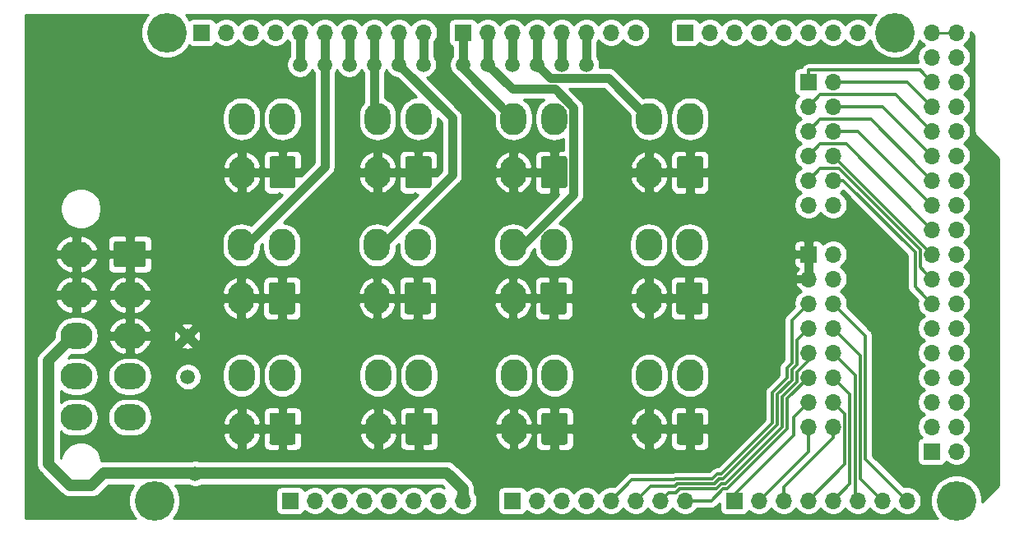
<source format=gbr>
G04 #@! TF.GenerationSoftware,KiCad,Pcbnew,(5.1.6)-1*
G04 #@! TF.CreationDate,2020-12-22T16:43:39+11:00*
G04 #@! TF.ProjectId,ABSIS_Backlight_Controller,41425349-535f-4426-9163-6b6c69676874,rev?*
G04 #@! TF.SameCoordinates,Original*
G04 #@! TF.FileFunction,Copper,L1,Top*
G04 #@! TF.FilePolarity,Positive*
%FSLAX46Y46*%
G04 Gerber Fmt 4.6, Leading zero omitted, Abs format (unit mm)*
G04 Created by KiCad (PCBNEW (5.1.6)-1) date 2020-12-22 16:43:39*
%MOMM*%
%LPD*%
G01*
G04 APERTURE LIST*
G04 #@! TA.AperFunction,ComponentPad*
%ADD10O,2.700000X3.300000*%
G04 #@! TD*
G04 #@! TA.AperFunction,ComponentPad*
%ADD11O,3.300000X2.700000*%
G04 #@! TD*
G04 #@! TA.AperFunction,ComponentPad*
%ADD12C,4.064000*%
G04 #@! TD*
G04 #@! TA.AperFunction,ComponentPad*
%ADD13C,1.500000*%
G04 #@! TD*
G04 #@! TA.AperFunction,ComponentPad*
%ADD14R,1.700000X1.700000*%
G04 #@! TD*
G04 #@! TA.AperFunction,ComponentPad*
%ADD15O,1.700000X1.700000*%
G04 #@! TD*
G04 #@! TA.AperFunction,Conductor*
%ADD16C,0.250000*%
G04 #@! TD*
G04 #@! TA.AperFunction,Conductor*
%ADD17C,1.219200*%
G04 #@! TD*
G04 #@! TA.AperFunction,Conductor*
%ADD18C,0.304800*%
G04 #@! TD*
G04 #@! TA.AperFunction,Conductor*
%ADD19C,0.914400*%
G04 #@! TD*
G04 #@! TA.AperFunction,Conductor*
%ADD20C,0.254000*%
G04 #@! TD*
G04 APERTURE END LIST*
D10*
X154245000Y-92766000D03*
X158445000Y-92766000D03*
X154245000Y-98266000D03*
G04 #@! TA.AperFunction,ComponentPad*
G36*
G01*
X159795000Y-96866001D02*
X159795000Y-99665999D01*
G75*
G02*
X159544999Y-99916000I-250001J0D01*
G01*
X157345001Y-99916000D01*
G75*
G02*
X157095000Y-99665999I0J250001D01*
G01*
X157095000Y-96866001D01*
G75*
G02*
X157345001Y-96616000I250001J0D01*
G01*
X159544999Y-96616000D01*
G75*
G02*
X159795000Y-96866001I0J-250001D01*
G01*
G37*
G04 #@! TD.AperFunction*
G04 #@! TA.AperFunction,ComponentPad*
G36*
G01*
X113408001Y-92376000D02*
X116207999Y-92376000D01*
G75*
G02*
X116458000Y-92626001I0J-250001D01*
G01*
X116458000Y-94825999D01*
G75*
G02*
X116207999Y-95076000I-250001J0D01*
G01*
X113408001Y-95076000D01*
G75*
G02*
X113158000Y-94825999I0J250001D01*
G01*
X113158000Y-92626001D01*
G75*
G02*
X113408001Y-92376000I250001J0D01*
G01*
G37*
G04 #@! TD.AperFunction*
D11*
X114808000Y-97926000D03*
X114808000Y-102126000D03*
X114808000Y-106326000D03*
X114808000Y-110526000D03*
X109308000Y-93726000D03*
X109308000Y-97926000D03*
X109308000Y-102126000D03*
X109308000Y-106326000D03*
X109308000Y-110526000D03*
D12*
X117348000Y-119126000D03*
X199898000Y-119126000D03*
X118618000Y-70866000D03*
X193548000Y-70866000D03*
D13*
X121539000Y-116332000D03*
X120714000Y-102172000D03*
X120777000Y-106362000D03*
D14*
X197358000Y-114046000D03*
D15*
X199898000Y-114046000D03*
X197358000Y-111506000D03*
X199898000Y-111506000D03*
X197358000Y-108966000D03*
X199898000Y-108966000D03*
X197358000Y-106426000D03*
X199898000Y-106426000D03*
X197358000Y-103886000D03*
X199898000Y-103886000D03*
X197358000Y-101346000D03*
X199898000Y-101346000D03*
X197358000Y-98806000D03*
X199898000Y-98806000D03*
X197358000Y-96266000D03*
X199898000Y-96266000D03*
X197358000Y-93726000D03*
X199898000Y-93726000D03*
X197358000Y-91186000D03*
X199898000Y-91186000D03*
X197358000Y-88646000D03*
X199898000Y-88646000D03*
X197358000Y-86106000D03*
X199898000Y-86106000D03*
X197358000Y-83566000D03*
X199898000Y-83566000D03*
X197358000Y-81026000D03*
X199898000Y-81026000D03*
X197358000Y-78486000D03*
X199898000Y-78486000D03*
X197358000Y-75946000D03*
X199898000Y-75946000D03*
X197358000Y-73406000D03*
X199898000Y-73406000D03*
X197358000Y-70866000D03*
X199898000Y-70866000D03*
D14*
X131318000Y-119126000D03*
D15*
X133858000Y-119126000D03*
X136398000Y-119126000D03*
X138938000Y-119126000D03*
X141478000Y-119126000D03*
X144018000Y-119126000D03*
X146558000Y-119126000D03*
X149098000Y-119126000D03*
D14*
X154178000Y-119126000D03*
D15*
X156718000Y-119126000D03*
X159258000Y-119126000D03*
X161798000Y-119126000D03*
X164338000Y-119126000D03*
X166878000Y-119126000D03*
X169418000Y-119126000D03*
X171958000Y-119126000D03*
D14*
X177038000Y-119126000D03*
D15*
X179578000Y-119126000D03*
X182118000Y-119126000D03*
X184658000Y-119126000D03*
X187198000Y-119126000D03*
X189738000Y-119126000D03*
X192278000Y-119126000D03*
X194818000Y-119126000D03*
D14*
X122174000Y-70866000D03*
D15*
X124714000Y-70866000D03*
X127254000Y-70866000D03*
X129794000Y-70866000D03*
X132334000Y-70866000D03*
X134874000Y-70866000D03*
X137414000Y-70866000D03*
X139954000Y-70866000D03*
X142494000Y-70866000D03*
X145034000Y-70866000D03*
X166878000Y-70866000D03*
X164338000Y-70866000D03*
X161798000Y-70866000D03*
X159258000Y-70866000D03*
X156718000Y-70866000D03*
X154178000Y-70866000D03*
X151638000Y-70866000D03*
D14*
X149098000Y-70866000D03*
D15*
X189738000Y-70866000D03*
X187198000Y-70866000D03*
X184658000Y-70866000D03*
X182118000Y-70866000D03*
X179578000Y-70866000D03*
X177038000Y-70866000D03*
X174498000Y-70866000D03*
D14*
X171958000Y-70866000D03*
D13*
X132334000Y-74168000D03*
X134874000Y-74168000D03*
X137414000Y-74168000D03*
X139954000Y-74168000D03*
X142494000Y-74168000D03*
X145034000Y-74168000D03*
X149098000Y-74168000D03*
X151638000Y-74168000D03*
X154178000Y-74168000D03*
X156718000Y-74168000D03*
X159258000Y-74168000D03*
X161798000Y-74168000D03*
D14*
X184658000Y-75946000D03*
D15*
X187198000Y-75946000D03*
X184658000Y-78486000D03*
X187198000Y-78486000D03*
X184658000Y-81026000D03*
X187198000Y-81026000D03*
X184658000Y-83566000D03*
X187198000Y-83566000D03*
X184658000Y-86106000D03*
X187198000Y-86106000D03*
X184658000Y-88646000D03*
X187198000Y-88646000D03*
D14*
X184658000Y-93726000D03*
D15*
X187198000Y-93726000D03*
X184658000Y-96266000D03*
X187198000Y-96266000D03*
X184658000Y-98806000D03*
X187198000Y-98806000D03*
X184658000Y-101346000D03*
X187198000Y-101346000D03*
X184658000Y-103886000D03*
X187198000Y-103886000D03*
X184658000Y-106426000D03*
X187198000Y-106426000D03*
X184658000Y-108966000D03*
X187198000Y-108966000D03*
X184658000Y-111506000D03*
X187198000Y-111506000D03*
G04 #@! TA.AperFunction,ComponentPad*
G36*
G01*
X131878000Y-83866001D02*
X131878000Y-86665999D01*
G75*
G02*
X131627999Y-86916000I-250001J0D01*
G01*
X129428001Y-86916000D01*
G75*
G02*
X129178000Y-86665999I0J250001D01*
G01*
X129178000Y-83866001D01*
G75*
G02*
X129428001Y-83616000I250001J0D01*
G01*
X131627999Y-83616000D01*
G75*
G02*
X131878000Y-83866001I0J-250001D01*
G01*
G37*
G04 #@! TD.AperFunction*
D10*
X126328000Y-85266000D03*
X130528000Y-79766000D03*
X126328000Y-79766000D03*
X126278000Y-92766000D03*
X130478000Y-92766000D03*
X126278000Y-98266000D03*
G04 #@! TA.AperFunction,ComponentPad*
G36*
G01*
X131828000Y-96866001D02*
X131828000Y-99665999D01*
G75*
G02*
X131577999Y-99916000I-250001J0D01*
G01*
X129378001Y-99916000D01*
G75*
G02*
X129128000Y-99665999I0J250001D01*
G01*
X129128000Y-96866001D01*
G75*
G02*
X129378001Y-96616000I250001J0D01*
G01*
X131577999Y-96616000D01*
G75*
G02*
X131828000Y-96866001I0J-250001D01*
G01*
G37*
G04 #@! TD.AperFunction*
G04 #@! TA.AperFunction,ComponentPad*
G36*
G01*
X131878000Y-110316001D02*
X131878000Y-113115999D01*
G75*
G02*
X131627999Y-113366000I-250001J0D01*
G01*
X129428001Y-113366000D01*
G75*
G02*
X129178000Y-113115999I0J250001D01*
G01*
X129178000Y-110316001D01*
G75*
G02*
X129428001Y-110066000I250001J0D01*
G01*
X131627999Y-110066000D01*
G75*
G02*
X131878000Y-110316001I0J-250001D01*
G01*
G37*
G04 #@! TD.AperFunction*
X126328000Y-111716000D03*
X130528000Y-106216000D03*
X126328000Y-106216000D03*
X140311000Y-79766000D03*
X144511000Y-79766000D03*
X140311000Y-85266000D03*
G04 #@! TA.AperFunction,ComponentPad*
G36*
G01*
X145861000Y-83866001D02*
X145861000Y-86665999D01*
G75*
G02*
X145610999Y-86916000I-250001J0D01*
G01*
X143411001Y-86916000D01*
G75*
G02*
X143161000Y-86665999I0J250001D01*
G01*
X143161000Y-83866001D01*
G75*
G02*
X143411001Y-83616000I250001J0D01*
G01*
X145610999Y-83616000D01*
G75*
G02*
X145861000Y-83866001I0J-250001D01*
G01*
G37*
G04 #@! TD.AperFunction*
G04 #@! TA.AperFunction,ComponentPad*
G36*
G01*
X145811000Y-96866001D02*
X145811000Y-99665999D01*
G75*
G02*
X145560999Y-99916000I-250001J0D01*
G01*
X143361001Y-99916000D01*
G75*
G02*
X143111000Y-99665999I0J250001D01*
G01*
X143111000Y-96866001D01*
G75*
G02*
X143361001Y-96616000I250001J0D01*
G01*
X145560999Y-96616000D01*
G75*
G02*
X145811000Y-96866001I0J-250001D01*
G01*
G37*
G04 #@! TD.AperFunction*
X140261000Y-98266000D03*
X144461000Y-92766000D03*
X140261000Y-92766000D03*
X140378000Y-106216000D03*
X144578000Y-106216000D03*
X140378000Y-111716000D03*
G04 #@! TA.AperFunction,ComponentPad*
G36*
G01*
X145928000Y-110316001D02*
X145928000Y-113115999D01*
G75*
G02*
X145677999Y-113366000I-250001J0D01*
G01*
X143478001Y-113366000D01*
G75*
G02*
X143228000Y-113115999I0J250001D01*
G01*
X143228000Y-110316001D01*
G75*
G02*
X143478001Y-110066000I250001J0D01*
G01*
X145677999Y-110066000D01*
G75*
G02*
X145928000Y-110316001I0J-250001D01*
G01*
G37*
G04 #@! TD.AperFunction*
G04 #@! TA.AperFunction,ComponentPad*
G36*
G01*
X159845000Y-83866001D02*
X159845000Y-86665999D01*
G75*
G02*
X159594999Y-86916000I-250001J0D01*
G01*
X157395001Y-86916000D01*
G75*
G02*
X157145000Y-86665999I0J250001D01*
G01*
X157145000Y-83866001D01*
G75*
G02*
X157395001Y-83616000I250001J0D01*
G01*
X159594999Y-83616000D01*
G75*
G02*
X159845000Y-83866001I0J-250001D01*
G01*
G37*
G04 #@! TD.AperFunction*
X154295000Y-85266000D03*
X158495000Y-79766000D03*
X154295000Y-79766000D03*
G04 #@! TA.AperFunction,ComponentPad*
G36*
G01*
X159878000Y-110316001D02*
X159878000Y-113115999D01*
G75*
G02*
X159627999Y-113366000I-250001J0D01*
G01*
X157428001Y-113366000D01*
G75*
G02*
X157178000Y-113115999I0J250001D01*
G01*
X157178000Y-110316001D01*
G75*
G02*
X157428001Y-110066000I250001J0D01*
G01*
X159627999Y-110066000D01*
G75*
G02*
X159878000Y-110316001I0J-250001D01*
G01*
G37*
G04 #@! TD.AperFunction*
X154328000Y-111716000D03*
X158528000Y-106216000D03*
X154328000Y-106216000D03*
X168278000Y-79766000D03*
X172478000Y-79766000D03*
X168278000Y-85266000D03*
G04 #@! TA.AperFunction,ComponentPad*
G36*
G01*
X173828000Y-83866001D02*
X173828000Y-86665999D01*
G75*
G02*
X173577999Y-86916000I-250001J0D01*
G01*
X171378001Y-86916000D01*
G75*
G02*
X171128000Y-86665999I0J250001D01*
G01*
X171128000Y-83866001D01*
G75*
G02*
X171378001Y-83616000I250001J0D01*
G01*
X173577999Y-83616000D01*
G75*
G02*
X173828000Y-83866001I0J-250001D01*
G01*
G37*
G04 #@! TD.AperFunction*
G04 #@! TA.AperFunction,ComponentPad*
G36*
G01*
X173778000Y-96866001D02*
X173778000Y-99665999D01*
G75*
G02*
X173527999Y-99916000I-250001J0D01*
G01*
X171328001Y-99916000D01*
G75*
G02*
X171078000Y-99665999I0J250001D01*
G01*
X171078000Y-96866001D01*
G75*
G02*
X171328001Y-96616000I250001J0D01*
G01*
X173527999Y-96616000D01*
G75*
G02*
X173778000Y-96866001I0J-250001D01*
G01*
G37*
G04 #@! TD.AperFunction*
X168228000Y-98266000D03*
X172428000Y-92766000D03*
X168228000Y-92766000D03*
X168278000Y-106216000D03*
X172478000Y-106216000D03*
X168278000Y-111716000D03*
G04 #@! TA.AperFunction,ComponentPad*
G36*
G01*
X173828000Y-110316001D02*
X173828000Y-113115999D01*
G75*
G02*
X173577999Y-113366000I-250001J0D01*
G01*
X171378001Y-113366000D01*
G75*
G02*
X171128000Y-113115999I0J250001D01*
G01*
X171128000Y-110316001D01*
G75*
G02*
X171378001Y-110066000I250001J0D01*
G01*
X173577999Y-110066000D01*
G75*
G02*
X173828000Y-110316001I0J-250001D01*
G01*
G37*
G04 #@! TD.AperFunction*
D16*
X199898000Y-70866000D02*
X197358000Y-70866000D01*
X121587000Y-116284000D02*
X121539000Y-116332000D01*
D17*
X149098000Y-119126000D02*
X149098000Y-117924000D01*
X149098000Y-117924000D02*
X147458000Y-116284000D01*
X147458000Y-116284000D02*
X121587000Y-116284000D01*
X121587000Y-116284000D02*
X112128000Y-116284000D01*
X112128000Y-116284000D02*
X110877000Y-117536000D01*
X110877000Y-117536000D02*
X108659000Y-117536000D01*
X108659000Y-117536000D02*
X106439000Y-115315000D01*
X106439000Y-115315000D02*
X106439000Y-104695000D01*
X106439000Y-104695000D02*
X109008000Y-102126000D01*
X109008000Y-102126000D02*
X109308000Y-102126000D01*
D18*
X187198000Y-86106000D02*
X188264000Y-86106000D01*
X188264000Y-86106000D02*
X195651000Y-93493100D01*
X195651000Y-93493100D02*
X195651000Y-97098800D01*
X195651000Y-97098800D02*
X196508000Y-97956000D01*
X196508000Y-97956000D02*
X197358000Y-98806000D01*
X184658000Y-86106000D02*
X185860000Y-84903600D01*
X185860000Y-84903600D02*
X187775000Y-84903600D01*
X187775000Y-84903600D02*
X196156000Y-93284000D01*
X196156000Y-93284000D02*
X196156000Y-95063600D01*
X196156000Y-95063600D02*
X196508000Y-95416000D01*
X196508000Y-95416000D02*
X197358000Y-96266000D01*
X187198000Y-83566000D02*
X197358000Y-93726000D01*
X184658000Y-83566000D02*
X185860000Y-82363600D01*
X185860000Y-82363600D02*
X188536000Y-82363600D01*
X188536000Y-82363600D02*
X196508000Y-90336000D01*
X196508000Y-90336000D02*
X197358000Y-91186000D01*
X187198000Y-81026000D02*
X189738000Y-81026000D01*
X189738000Y-81026000D02*
X197358000Y-88646000D01*
X184658000Y-81026000D02*
X185860000Y-79823600D01*
X185860000Y-79823600D02*
X191076000Y-79823600D01*
X191076000Y-79823600D02*
X196508000Y-85256000D01*
X196508000Y-85256000D02*
X197358000Y-86106000D01*
X187198000Y-78486000D02*
X192278000Y-78486000D01*
X192278000Y-78486000D02*
X197358000Y-83566000D01*
X184658000Y-78486000D02*
X185860000Y-77283600D01*
X185860000Y-77283600D02*
X193616000Y-77283600D01*
X193616000Y-77283600D02*
X196508000Y-80176000D01*
X196508000Y-80176000D02*
X197358000Y-81026000D01*
X187198000Y-75946000D02*
X194818000Y-75946000D01*
X194818000Y-75946000D02*
X197358000Y-78486000D01*
X184658000Y-75946000D02*
X184658000Y-74791200D01*
X184658000Y-74791200D02*
X184706000Y-74743600D01*
X184706000Y-74743600D02*
X196156000Y-74743600D01*
X196156000Y-74743600D02*
X196508000Y-75096000D01*
X196508000Y-75096000D02*
X197358000Y-75946000D01*
X175691000Y-116409000D02*
X180985000Y-111115000D01*
X174774000Y-116914000D02*
X175279000Y-116409000D01*
X170963000Y-116914000D02*
X174774000Y-116914000D01*
X170910000Y-116967000D02*
X170963000Y-116914000D01*
X180985000Y-107958000D02*
X182446000Y-106496000D01*
X182951000Y-100513000D02*
X184658000Y-98806000D01*
X175279000Y-116409000D02*
X175691000Y-116409000D01*
X180985000Y-111115000D02*
X180985000Y-107958000D01*
X182446000Y-106496000D02*
X182446000Y-105431000D01*
X182951000Y-104926000D02*
X182951000Y-100513000D01*
X166497000Y-116967000D02*
X170910000Y-116967000D01*
X182446000Y-105431000D02*
X182951000Y-104926000D01*
X164338000Y-119126000D02*
X166497000Y-116967000D01*
X166878000Y-119126000D02*
X168402000Y-117602000D01*
X168402000Y-117602000D02*
X170989000Y-117602000D01*
X170989000Y-117602000D02*
X171172000Y-117419000D01*
X171172000Y-117419000D02*
X174983000Y-117419000D01*
X174983000Y-117419000D02*
X175488000Y-116914000D01*
X175488000Y-116914000D02*
X175900000Y-116914000D01*
X175900000Y-116914000D02*
X181489000Y-111325000D01*
X181489000Y-111325000D02*
X181489000Y-108167000D01*
X181489000Y-108167000D02*
X182951000Y-106705000D01*
X182951000Y-106705000D02*
X182951000Y-105640000D01*
X182951000Y-105640000D02*
X183456000Y-105135000D01*
X183456000Y-105135000D02*
X183456000Y-102548000D01*
X183456000Y-102548000D02*
X184658000Y-101346000D01*
X169418000Y-119126000D02*
X170268000Y-118276000D01*
X170268000Y-118276000D02*
X171028000Y-118276000D01*
X171028000Y-118276000D02*
X171381000Y-117924000D01*
X171381000Y-117924000D02*
X175192000Y-117924000D01*
X175192000Y-117924000D02*
X175697000Y-117419000D01*
X175697000Y-117419000D02*
X176109000Y-117419000D01*
X176109000Y-117419000D02*
X181994000Y-111534000D01*
X181994000Y-111534000D02*
X181994000Y-108376000D01*
X181994000Y-108376000D02*
X183456000Y-106914000D01*
X183456000Y-106914000D02*
X183456000Y-105849000D01*
X183456000Y-105849000D02*
X184658000Y-104646000D01*
X184658000Y-104646000D02*
X184658000Y-103886000D01*
X171958000Y-119126000D02*
X174704000Y-119126000D01*
X174704000Y-119126000D02*
X175906000Y-117924000D01*
X175906000Y-117924000D02*
X176318000Y-117924000D01*
X176318000Y-117924000D02*
X182499000Y-111743000D01*
X182499000Y-111743000D02*
X182499000Y-108585000D01*
X182499000Y-108585000D02*
X184658000Y-106426000D01*
X177038000Y-119126000D02*
X177038000Y-118491000D01*
X177038000Y-118491000D02*
X183134000Y-112395000D01*
X183134000Y-112395000D02*
X183134000Y-110490000D01*
X183134000Y-110490000D02*
X184658000Y-108966000D01*
X179578000Y-119126000D02*
X184658000Y-114046000D01*
X184658000Y-114046000D02*
X184658000Y-111506000D01*
X182118000Y-119126000D02*
X182118000Y-117698000D01*
X182118000Y-117698000D02*
X187198000Y-112618000D01*
X187198000Y-112618000D02*
X187198000Y-111506000D01*
X184658000Y-119126000D02*
X188400000Y-115384000D01*
X188400000Y-115384000D02*
X188400000Y-110168000D01*
X188400000Y-110168000D02*
X187198000Y-108966000D01*
X187198000Y-119126000D02*
X188905000Y-117419000D01*
X188905000Y-117419000D02*
X188905000Y-108133000D01*
X188905000Y-108133000D02*
X187198000Y-106426000D01*
X189738000Y-119126000D02*
X189484000Y-118872000D01*
X189484000Y-118872000D02*
X189484000Y-106172000D01*
X189484000Y-106172000D02*
X187198000Y-103886000D01*
X192278000Y-119126000D02*
X189992000Y-116840000D01*
X189992000Y-116840000D02*
X189992000Y-104140000D01*
X189992000Y-104140000D02*
X187198000Y-101346000D01*
X194818000Y-119126000D02*
X190500000Y-114808000D01*
X190500000Y-114808000D02*
X190500000Y-102108000D01*
X190500000Y-102108000D02*
X187198000Y-98806000D01*
D19*
X132334000Y-70866000D02*
X132334000Y-74168000D01*
X134874000Y-70866000D02*
X134874000Y-74168000D01*
X134874000Y-84702990D02*
X126810990Y-92766000D01*
X126810990Y-92766000D02*
X126278000Y-92766000D01*
X134874000Y-74168000D02*
X134874000Y-84702990D01*
X137414000Y-70866000D02*
X137414000Y-74168000D01*
D16*
X139954000Y-73499100D02*
X140311000Y-73856100D01*
D19*
X139954000Y-73499100D02*
X139954000Y-74168000D01*
X139954000Y-70866000D02*
X139954000Y-73499100D01*
X139954000Y-79409000D02*
X140311000Y-79766000D01*
X139954000Y-74168000D02*
X139954000Y-79409000D01*
X142494000Y-70866000D02*
X142494000Y-74168000D01*
X142494000Y-74168000D02*
X147978000Y-79652000D01*
X147978000Y-85581990D02*
X140793990Y-92766000D01*
X140793990Y-92766000D02*
X140261000Y-92766000D01*
X147978000Y-79652000D02*
X147978000Y-85581990D01*
X145034000Y-70866000D02*
X145034000Y-74168000D01*
X149098000Y-70866000D02*
X149098000Y-74168000D01*
X149098000Y-74569000D02*
X154295000Y-79766000D01*
X149098000Y-74168000D02*
X149098000Y-74569000D01*
X151638000Y-70866000D02*
X151638000Y-74168000D01*
X160502210Y-87570167D02*
X155306377Y-92766000D01*
X160502210Y-78634587D02*
X160502210Y-87570167D01*
X155306377Y-92766000D02*
X154245000Y-92766000D01*
X158557234Y-76689611D02*
X160502210Y-78634587D01*
X154159611Y-76689611D02*
X158557234Y-76689611D01*
X151638000Y-74168000D02*
X154159611Y-76689611D01*
X154178000Y-70866000D02*
X154178000Y-74168000D01*
X156718000Y-73499100D02*
X156718000Y-74168000D01*
X156718000Y-70866000D02*
X156718000Y-73499100D01*
X158125201Y-75575201D02*
X164087201Y-75575201D01*
X164087201Y-75575201D02*
X168278000Y-79766000D01*
X156718000Y-74168000D02*
X158125201Y-75575201D01*
X159258000Y-70866000D02*
X159258000Y-74168000D01*
X161798000Y-70866000D02*
X161798000Y-74168000D01*
D20*
G36*
X116546406Y-69165887D02*
G01*
X116254536Y-69602702D01*
X116053492Y-70088065D01*
X115951000Y-70603323D01*
X115951000Y-71128677D01*
X116053492Y-71643935D01*
X116254536Y-72129298D01*
X116546406Y-72566113D01*
X116917887Y-72937594D01*
X117354702Y-73229464D01*
X117840065Y-73430508D01*
X118355323Y-73533000D01*
X118880677Y-73533000D01*
X119395935Y-73430508D01*
X119881298Y-73229464D01*
X120318113Y-72937594D01*
X120689594Y-72566113D01*
X120926636Y-72211354D01*
X120969506Y-72246537D01*
X121079820Y-72305502D01*
X121199518Y-72341812D01*
X121324000Y-72354072D01*
X123024000Y-72354072D01*
X123148482Y-72341812D01*
X123268180Y-72305502D01*
X123378494Y-72246537D01*
X123475185Y-72167185D01*
X123554537Y-72070494D01*
X123613502Y-71960180D01*
X123635513Y-71887620D01*
X123767368Y-72019475D01*
X124010589Y-72181990D01*
X124280842Y-72293932D01*
X124567740Y-72351000D01*
X124860260Y-72351000D01*
X125147158Y-72293932D01*
X125417411Y-72181990D01*
X125660632Y-72019475D01*
X125867475Y-71812632D01*
X125984000Y-71638240D01*
X126100525Y-71812632D01*
X126307368Y-72019475D01*
X126550589Y-72181990D01*
X126820842Y-72293932D01*
X127107740Y-72351000D01*
X127400260Y-72351000D01*
X127687158Y-72293932D01*
X127957411Y-72181990D01*
X128200632Y-72019475D01*
X128407475Y-71812632D01*
X128524000Y-71638240D01*
X128640525Y-71812632D01*
X128847368Y-72019475D01*
X129090589Y-72181990D01*
X129360842Y-72293932D01*
X129647740Y-72351000D01*
X129940260Y-72351000D01*
X130227158Y-72293932D01*
X130497411Y-72181990D01*
X130740632Y-72019475D01*
X130947475Y-71812632D01*
X131064000Y-71638240D01*
X131180525Y-71812632D01*
X131241800Y-71873907D01*
X131241801Y-73309659D01*
X131106629Y-73511957D01*
X131002225Y-73764011D01*
X130949000Y-74031589D01*
X130949000Y-74304411D01*
X131002225Y-74571989D01*
X131106629Y-74824043D01*
X131258201Y-75050886D01*
X131451114Y-75243799D01*
X131677957Y-75395371D01*
X131930011Y-75499775D01*
X132197589Y-75553000D01*
X132470411Y-75553000D01*
X132737989Y-75499775D01*
X132990043Y-75395371D01*
X133216886Y-75243799D01*
X133409799Y-75050886D01*
X133561371Y-74824043D01*
X133604000Y-74721127D01*
X133646629Y-74824043D01*
X133781800Y-75026340D01*
X133781801Y-84250585D01*
X132395318Y-85637068D01*
X132354250Y-85596000D01*
X130858000Y-85596000D01*
X130858000Y-85616000D01*
X130198000Y-85616000D01*
X130198000Y-85596000D01*
X128701750Y-85596000D01*
X128543000Y-85754750D01*
X128539928Y-86916000D01*
X128552188Y-87040482D01*
X128588498Y-87160180D01*
X128647463Y-87270494D01*
X128726815Y-87367185D01*
X128823506Y-87446537D01*
X128933820Y-87505502D01*
X129053518Y-87541812D01*
X129178000Y-87554072D01*
X130039250Y-87551000D01*
X130197998Y-87392252D01*
X130197998Y-87551000D01*
X130481386Y-87551000D01*
X127281026Y-90751361D01*
X127041302Y-90623226D01*
X126667128Y-90509722D01*
X126278000Y-90471396D01*
X125888873Y-90509722D01*
X125514699Y-90623226D01*
X125169858Y-90807547D01*
X124867603Y-91055602D01*
X124619547Y-91357857D01*
X124435226Y-91702698D01*
X124321722Y-92076872D01*
X124293000Y-92368490D01*
X124293000Y-93163509D01*
X124321722Y-93455127D01*
X124435226Y-93829301D01*
X124619547Y-94174143D01*
X124867602Y-94476398D01*
X125169857Y-94724453D01*
X125514698Y-94908774D01*
X125888872Y-95022278D01*
X126278000Y-95060604D01*
X126667127Y-95022278D01*
X127041301Y-94908774D01*
X127386143Y-94724453D01*
X127688398Y-94476398D01*
X127936453Y-94174143D01*
X128120774Y-93829302D01*
X128234278Y-93455128D01*
X128263000Y-93163510D01*
X128263000Y-92858593D01*
X128493000Y-92628593D01*
X128493000Y-93163509D01*
X128521722Y-93455127D01*
X128635226Y-93829301D01*
X128819547Y-94174143D01*
X129067602Y-94476398D01*
X129369857Y-94724453D01*
X129714698Y-94908774D01*
X130088872Y-95022278D01*
X130478000Y-95060604D01*
X130867127Y-95022278D01*
X131241301Y-94908774D01*
X131586143Y-94724453D01*
X131888398Y-94476398D01*
X132136453Y-94174143D01*
X132320774Y-93829302D01*
X132434278Y-93455128D01*
X132463000Y-93163510D01*
X132463000Y-92368491D01*
X132434278Y-92076873D01*
X132320774Y-91702698D01*
X132136453Y-91357857D01*
X131888398Y-91055602D01*
X131586143Y-90807547D01*
X131241302Y-90623226D01*
X130867128Y-90509722D01*
X130634758Y-90486835D01*
X135215830Y-85905763D01*
X138357595Y-85905763D01*
X138461414Y-86280325D01*
X138636311Y-86627436D01*
X138875566Y-86933756D01*
X139169983Y-87187514D01*
X139508249Y-87378958D01*
X139678862Y-87447655D01*
X139981000Y-87362187D01*
X139981000Y-85596000D01*
X140641000Y-85596000D01*
X140641000Y-87362187D01*
X140943138Y-87447655D01*
X141113751Y-87378958D01*
X141452017Y-87187514D01*
X141746434Y-86933756D01*
X141985689Y-86627436D01*
X142160586Y-86280325D01*
X142264405Y-85905763D01*
X142134756Y-85596000D01*
X140641000Y-85596000D01*
X139981000Y-85596000D01*
X138487244Y-85596000D01*
X138357595Y-85905763D01*
X135215830Y-85905763D01*
X135608369Y-85513225D01*
X135650038Y-85479028D01*
X135687772Y-85433050D01*
X135772348Y-85329994D01*
X135786525Y-85312719D01*
X135887943Y-85122979D01*
X135939650Y-84952525D01*
X135950396Y-84917100D01*
X135962913Y-84790010D01*
X135966200Y-84756639D01*
X135966200Y-84756632D01*
X135971483Y-84702991D01*
X135966200Y-84649349D01*
X135966200Y-84626237D01*
X138357595Y-84626237D01*
X138487244Y-84936000D01*
X139981000Y-84936000D01*
X139981000Y-83169813D01*
X140641000Y-83169813D01*
X140641000Y-84936000D01*
X142134756Y-84936000D01*
X142264405Y-84626237D01*
X142160586Y-84251675D01*
X141985689Y-83904564D01*
X141760303Y-83616000D01*
X142522928Y-83616000D01*
X142526000Y-84777250D01*
X142684750Y-84936000D01*
X144181000Y-84936000D01*
X144181000Y-83139750D01*
X144841000Y-83139750D01*
X144841000Y-84936000D01*
X146337250Y-84936000D01*
X146496000Y-84777250D01*
X146499072Y-83616000D01*
X146486812Y-83491518D01*
X146450502Y-83371820D01*
X146391537Y-83261506D01*
X146312185Y-83164815D01*
X146215494Y-83085463D01*
X146105180Y-83026498D01*
X145985482Y-82990188D01*
X145861000Y-82977928D01*
X144999750Y-82981000D01*
X144841000Y-83139750D01*
X144181000Y-83139750D01*
X144022250Y-82981000D01*
X143161000Y-82977928D01*
X143036518Y-82990188D01*
X142916820Y-83026498D01*
X142806506Y-83085463D01*
X142709815Y-83164815D01*
X142630463Y-83261506D01*
X142571498Y-83371820D01*
X142535188Y-83491518D01*
X142522928Y-83616000D01*
X141760303Y-83616000D01*
X141746434Y-83598244D01*
X141452017Y-83344486D01*
X141113751Y-83153042D01*
X140943138Y-83084345D01*
X140641000Y-83169813D01*
X139981000Y-83169813D01*
X139678862Y-83084345D01*
X139508249Y-83153042D01*
X139169983Y-83344486D01*
X138875566Y-83598244D01*
X138636311Y-83904564D01*
X138461414Y-84251675D01*
X138357595Y-84626237D01*
X135966200Y-84626237D01*
X135966200Y-75026340D01*
X136101371Y-74824043D01*
X136144000Y-74721127D01*
X136186629Y-74824043D01*
X136338201Y-75050886D01*
X136531114Y-75243799D01*
X136757957Y-75395371D01*
X137010011Y-75499775D01*
X137277589Y-75553000D01*
X137550411Y-75553000D01*
X137817989Y-75499775D01*
X138070043Y-75395371D01*
X138296886Y-75243799D01*
X138489799Y-75050886D01*
X138641371Y-74824043D01*
X138684000Y-74721127D01*
X138726629Y-74824043D01*
X138861800Y-75026340D01*
X138861801Y-78102882D01*
X138652547Y-78357857D01*
X138468226Y-78702698D01*
X138354722Y-79076872D01*
X138326000Y-79368490D01*
X138326000Y-80163509D01*
X138354722Y-80455127D01*
X138468226Y-80829301D01*
X138652547Y-81174143D01*
X138900602Y-81476398D01*
X139202857Y-81724453D01*
X139547698Y-81908774D01*
X139921872Y-82022278D01*
X140311000Y-82060604D01*
X140700127Y-82022278D01*
X141074301Y-81908774D01*
X141419143Y-81724453D01*
X141721398Y-81476398D01*
X141969453Y-81174143D01*
X142153774Y-80829302D01*
X142267278Y-80455128D01*
X142296000Y-80163510D01*
X142296000Y-79368491D01*
X142267278Y-79076873D01*
X142153774Y-78702698D01*
X141969453Y-78357857D01*
X141721398Y-78055602D01*
X141419143Y-77807547D01*
X141074302Y-77623226D01*
X141046200Y-77614701D01*
X141046200Y-75026340D01*
X141181371Y-74824043D01*
X141224000Y-74721127D01*
X141266629Y-74824043D01*
X141418201Y-75050886D01*
X141611114Y-75243799D01*
X141837957Y-75395371D01*
X142090011Y-75499775D01*
X142328638Y-75547241D01*
X144275944Y-77494547D01*
X144121873Y-77509722D01*
X143747699Y-77623226D01*
X143402858Y-77807547D01*
X143100603Y-78055602D01*
X142852547Y-78357857D01*
X142668226Y-78702698D01*
X142554722Y-79076872D01*
X142526000Y-79368490D01*
X142526000Y-80163509D01*
X142554722Y-80455127D01*
X142668226Y-80829301D01*
X142852547Y-81174143D01*
X143100602Y-81476398D01*
X143402857Y-81724453D01*
X143747698Y-81908774D01*
X144121872Y-82022278D01*
X144511000Y-82060604D01*
X144900127Y-82022278D01*
X145274301Y-81908774D01*
X145619143Y-81724453D01*
X145921398Y-81476398D01*
X146169453Y-81174143D01*
X146353774Y-80829302D01*
X146467278Y-80455128D01*
X146496000Y-80163510D01*
X146496000Y-79714604D01*
X146885800Y-80104404D01*
X146885801Y-85129585D01*
X146378318Y-85637068D01*
X146337250Y-85596000D01*
X144841000Y-85596000D01*
X144841000Y-85616000D01*
X144181000Y-85616000D01*
X144181000Y-85596000D01*
X142684750Y-85596000D01*
X142526000Y-85754750D01*
X142522928Y-86916000D01*
X142535188Y-87040482D01*
X142571498Y-87160180D01*
X142630463Y-87270494D01*
X142709815Y-87367185D01*
X142806506Y-87446537D01*
X142916820Y-87505502D01*
X143036518Y-87541812D01*
X143161000Y-87554072D01*
X144022250Y-87551000D01*
X144180998Y-87392252D01*
X144180998Y-87551000D01*
X144464386Y-87551000D01*
X141264026Y-90751361D01*
X141024302Y-90623226D01*
X140650128Y-90509722D01*
X140261000Y-90471396D01*
X139871873Y-90509722D01*
X139497699Y-90623226D01*
X139152858Y-90807547D01*
X138850603Y-91055602D01*
X138602547Y-91357857D01*
X138418226Y-91702698D01*
X138304722Y-92076872D01*
X138276000Y-92368490D01*
X138276000Y-93163509D01*
X138304722Y-93455127D01*
X138418226Y-93829301D01*
X138602547Y-94174143D01*
X138850602Y-94476398D01*
X139152857Y-94724453D01*
X139497698Y-94908774D01*
X139871872Y-95022278D01*
X140261000Y-95060604D01*
X140650127Y-95022278D01*
X141024301Y-94908774D01*
X141369143Y-94724453D01*
X141671398Y-94476398D01*
X141919453Y-94174143D01*
X142103774Y-93829302D01*
X142217278Y-93455128D01*
X142246000Y-93163510D01*
X142246000Y-92858593D01*
X142476000Y-92628593D01*
X142476000Y-93163509D01*
X142504722Y-93455127D01*
X142618226Y-93829301D01*
X142802547Y-94174143D01*
X143050602Y-94476398D01*
X143352857Y-94724453D01*
X143697698Y-94908774D01*
X144071872Y-95022278D01*
X144461000Y-95060604D01*
X144850127Y-95022278D01*
X145224301Y-94908774D01*
X145569143Y-94724453D01*
X145871398Y-94476398D01*
X146119453Y-94174143D01*
X146303774Y-93829302D01*
X146417278Y-93455128D01*
X146446000Y-93163510D01*
X146446000Y-92368491D01*
X146417278Y-92076873D01*
X146303774Y-91702698D01*
X146119453Y-91357857D01*
X145871398Y-91055602D01*
X145569143Y-90807547D01*
X145224302Y-90623226D01*
X144850128Y-90509722D01*
X144617758Y-90486835D01*
X148712369Y-86392225D01*
X148754038Y-86358028D01*
X148890525Y-86191719D01*
X148991943Y-86001979D01*
X149021129Y-85905763D01*
X152341595Y-85905763D01*
X152445414Y-86280325D01*
X152620311Y-86627436D01*
X152859566Y-86933756D01*
X153153983Y-87187514D01*
X153492249Y-87378958D01*
X153662862Y-87447655D01*
X153965000Y-87362187D01*
X153965000Y-85596000D01*
X154625000Y-85596000D01*
X154625000Y-87362187D01*
X154927138Y-87447655D01*
X155097751Y-87378958D01*
X155436017Y-87187514D01*
X155730434Y-86933756D01*
X155744302Y-86916000D01*
X156506928Y-86916000D01*
X156519188Y-87040482D01*
X156555498Y-87160180D01*
X156614463Y-87270494D01*
X156693815Y-87367185D01*
X156790506Y-87446537D01*
X156900820Y-87505502D01*
X157020518Y-87541812D01*
X157145000Y-87554072D01*
X158006250Y-87551000D01*
X158165000Y-87392250D01*
X158165000Y-85596000D01*
X156668750Y-85596000D01*
X156510000Y-85754750D01*
X156506928Y-86916000D01*
X155744302Y-86916000D01*
X155969689Y-86627436D01*
X156144586Y-86280325D01*
X156248405Y-85905763D01*
X156118756Y-85596000D01*
X154625000Y-85596000D01*
X153965000Y-85596000D01*
X152471244Y-85596000D01*
X152341595Y-85905763D01*
X149021129Y-85905763D01*
X149054396Y-85796099D01*
X149070200Y-85635639D01*
X149070200Y-85635630D01*
X149075483Y-85581991D01*
X149070200Y-85528352D01*
X149070200Y-84626237D01*
X152341595Y-84626237D01*
X152471244Y-84936000D01*
X153965000Y-84936000D01*
X153965000Y-83169813D01*
X154625000Y-83169813D01*
X154625000Y-84936000D01*
X156118756Y-84936000D01*
X156248405Y-84626237D01*
X156144586Y-84251675D01*
X155969689Y-83904564D01*
X155744303Y-83616000D01*
X156506928Y-83616000D01*
X156510000Y-84777250D01*
X156668750Y-84936000D01*
X158165000Y-84936000D01*
X158165000Y-83139750D01*
X158006250Y-82981000D01*
X157145000Y-82977928D01*
X157020518Y-82990188D01*
X156900820Y-83026498D01*
X156790506Y-83085463D01*
X156693815Y-83164815D01*
X156614463Y-83261506D01*
X156555498Y-83371820D01*
X156519188Y-83491518D01*
X156506928Y-83616000D01*
X155744303Y-83616000D01*
X155730434Y-83598244D01*
X155436017Y-83344486D01*
X155097751Y-83153042D01*
X154927138Y-83084345D01*
X154625000Y-83169813D01*
X153965000Y-83169813D01*
X153662862Y-83084345D01*
X153492249Y-83153042D01*
X153153983Y-83344486D01*
X152859566Y-83598244D01*
X152620311Y-83904564D01*
X152445414Y-84251675D01*
X152341595Y-84626237D01*
X149070200Y-84626237D01*
X149070200Y-79705640D01*
X149075483Y-79651999D01*
X149070200Y-79598358D01*
X149070200Y-79598351D01*
X149054396Y-79437891D01*
X148991943Y-79232011D01*
X148890525Y-79042271D01*
X148794752Y-78925572D01*
X148788237Y-78917633D01*
X148788235Y-78917631D01*
X148754038Y-78875962D01*
X148712369Y-78841765D01*
X145381596Y-75510992D01*
X145437989Y-75499775D01*
X145690043Y-75395371D01*
X145916886Y-75243799D01*
X146109799Y-75050886D01*
X146261371Y-74824043D01*
X146365775Y-74571989D01*
X146419000Y-74304411D01*
X146419000Y-74031589D01*
X146365775Y-73764011D01*
X146261371Y-73511957D01*
X146126200Y-73309660D01*
X146126200Y-71873907D01*
X146187475Y-71812632D01*
X146349990Y-71569411D01*
X146461932Y-71299158D01*
X146519000Y-71012260D01*
X146519000Y-70719740D01*
X146461932Y-70432842D01*
X146349990Y-70162589D01*
X146252043Y-70016000D01*
X147609928Y-70016000D01*
X147609928Y-71716000D01*
X147622188Y-71840482D01*
X147658498Y-71960180D01*
X147717463Y-72070494D01*
X147796815Y-72167185D01*
X147893506Y-72246537D01*
X148003820Y-72305502D01*
X148005800Y-72306103D01*
X148005801Y-73309659D01*
X147870629Y-73511957D01*
X147766225Y-73764011D01*
X147713000Y-74031589D01*
X147713000Y-74304411D01*
X147766225Y-74571989D01*
X147870629Y-74824043D01*
X148022201Y-75050886D01*
X148215114Y-75243799D01*
X148267731Y-75278956D01*
X148287520Y-75303069D01*
X148321963Y-75345038D01*
X148363632Y-75379235D01*
X152313845Y-79329449D01*
X152310000Y-79368490D01*
X152310000Y-80163509D01*
X152338722Y-80455127D01*
X152452226Y-80829301D01*
X152636547Y-81174143D01*
X152884602Y-81476398D01*
X153186857Y-81724453D01*
X153531698Y-81908774D01*
X153905872Y-82022278D01*
X154295000Y-82060604D01*
X154684127Y-82022278D01*
X155058301Y-81908774D01*
X155403143Y-81724453D01*
X155705398Y-81476398D01*
X155953453Y-81174143D01*
X156137774Y-80829302D01*
X156251278Y-80455128D01*
X156280000Y-80163510D01*
X156280000Y-79368491D01*
X156251278Y-79076873D01*
X156137774Y-78702698D01*
X155953453Y-78357857D01*
X155705398Y-78055602D01*
X155403143Y-77807547D01*
X155354994Y-77781811D01*
X157435007Y-77781811D01*
X157386858Y-77807547D01*
X157084603Y-78055602D01*
X156836547Y-78357857D01*
X156652226Y-78702698D01*
X156538722Y-79076872D01*
X156510000Y-79368490D01*
X156510000Y-80163509D01*
X156538722Y-80455127D01*
X156652226Y-80829301D01*
X156836547Y-81174143D01*
X157084602Y-81476398D01*
X157386857Y-81724453D01*
X157731698Y-81908774D01*
X158105872Y-82022278D01*
X158495000Y-82060604D01*
X158884127Y-82022278D01*
X159258301Y-81908774D01*
X159410010Y-81827684D01*
X159410010Y-82979480D01*
X158983750Y-82981000D01*
X158825000Y-83139750D01*
X158825000Y-84936000D01*
X158845000Y-84936000D01*
X158845000Y-85596000D01*
X158825000Y-85596000D01*
X158825000Y-87392250D01*
X158980262Y-87547512D01*
X155554762Y-90973012D01*
X155353143Y-90807547D01*
X155008302Y-90623226D01*
X154634128Y-90509722D01*
X154245000Y-90471396D01*
X153855873Y-90509722D01*
X153481699Y-90623226D01*
X153136858Y-90807547D01*
X152834603Y-91055602D01*
X152586547Y-91357857D01*
X152402226Y-91702698D01*
X152288722Y-92076872D01*
X152260000Y-92368490D01*
X152260000Y-93163509D01*
X152288722Y-93455127D01*
X152402226Y-93829301D01*
X152586547Y-94174143D01*
X152834602Y-94476398D01*
X153136857Y-94724453D01*
X153481698Y-94908774D01*
X153855872Y-95022278D01*
X154245000Y-95060604D01*
X154634127Y-95022278D01*
X155008301Y-94908774D01*
X155353143Y-94724453D01*
X155655398Y-94476398D01*
X155903453Y-94174143D01*
X156087774Y-93829302D01*
X156201278Y-93455128D01*
X156205585Y-93411395D01*
X156460000Y-93156980D01*
X156460000Y-93163509D01*
X156488722Y-93455127D01*
X156602226Y-93829301D01*
X156786547Y-94174143D01*
X157034602Y-94476398D01*
X157336857Y-94724453D01*
X157681698Y-94908774D01*
X158055872Y-95022278D01*
X158445000Y-95060604D01*
X158834127Y-95022278D01*
X159208301Y-94908774D01*
X159553143Y-94724453D01*
X159855398Y-94476398D01*
X160103453Y-94174143D01*
X160287774Y-93829302D01*
X160401278Y-93455128D01*
X160430000Y-93163510D01*
X160430000Y-92368491D01*
X160430000Y-92368490D01*
X166243000Y-92368490D01*
X166243000Y-93163509D01*
X166271722Y-93455127D01*
X166385226Y-93829301D01*
X166569547Y-94174143D01*
X166817602Y-94476398D01*
X167119857Y-94724453D01*
X167464698Y-94908774D01*
X167838872Y-95022278D01*
X168228000Y-95060604D01*
X168617127Y-95022278D01*
X168991301Y-94908774D01*
X169336143Y-94724453D01*
X169638398Y-94476398D01*
X169886453Y-94174143D01*
X170070774Y-93829302D01*
X170184278Y-93455128D01*
X170213000Y-93163510D01*
X170213000Y-92368491D01*
X170213000Y-92368490D01*
X170443000Y-92368490D01*
X170443000Y-93163509D01*
X170471722Y-93455127D01*
X170585226Y-93829301D01*
X170769547Y-94174143D01*
X171017602Y-94476398D01*
X171319857Y-94724453D01*
X171664698Y-94908774D01*
X172038872Y-95022278D01*
X172428000Y-95060604D01*
X172817127Y-95022278D01*
X173191301Y-94908774D01*
X173536143Y-94724453D01*
X173717032Y-94576000D01*
X183169928Y-94576000D01*
X183182188Y-94700482D01*
X183218498Y-94820180D01*
X183277463Y-94930494D01*
X183356815Y-95027185D01*
X183453506Y-95106537D01*
X183563820Y-95165502D01*
X183639411Y-95188432D01*
X183620112Y-95203902D01*
X183432850Y-95426792D01*
X183292670Y-95681932D01*
X183279580Y-95713566D01*
X183373462Y-95936000D01*
X184328000Y-95936000D01*
X184328000Y-94056000D01*
X183331750Y-94056000D01*
X183173000Y-94214750D01*
X183169928Y-94576000D01*
X173717032Y-94576000D01*
X173838398Y-94476398D01*
X174086453Y-94174143D01*
X174270774Y-93829302D01*
X174384278Y-93455128D01*
X174413000Y-93163510D01*
X174413000Y-92876000D01*
X183169928Y-92876000D01*
X183173000Y-93237250D01*
X183331750Y-93396000D01*
X184328000Y-93396000D01*
X184328000Y-92399750D01*
X184169250Y-92241000D01*
X183808000Y-92237928D01*
X183683518Y-92250188D01*
X183563820Y-92286498D01*
X183453506Y-92345463D01*
X183356815Y-92424815D01*
X183277463Y-92521506D01*
X183218498Y-92631820D01*
X183182188Y-92751518D01*
X183169928Y-92876000D01*
X174413000Y-92876000D01*
X174413000Y-92368491D01*
X174384278Y-92076873D01*
X174270774Y-91702698D01*
X174086453Y-91357857D01*
X173838398Y-91055602D01*
X173536143Y-90807547D01*
X173191302Y-90623226D01*
X172817128Y-90509722D01*
X172428000Y-90471396D01*
X172038873Y-90509722D01*
X171664699Y-90623226D01*
X171319858Y-90807547D01*
X171017603Y-91055602D01*
X170769547Y-91357857D01*
X170585226Y-91702698D01*
X170471722Y-92076872D01*
X170443000Y-92368490D01*
X170213000Y-92368490D01*
X170184278Y-92076873D01*
X170070774Y-91702698D01*
X169886453Y-91357857D01*
X169638398Y-91055602D01*
X169336143Y-90807547D01*
X168991302Y-90623226D01*
X168617128Y-90509722D01*
X168228000Y-90471396D01*
X167838873Y-90509722D01*
X167464699Y-90623226D01*
X167119858Y-90807547D01*
X166817603Y-91055602D01*
X166569547Y-91357857D01*
X166385226Y-91702698D01*
X166271722Y-92076872D01*
X166243000Y-92368490D01*
X160430000Y-92368490D01*
X160401278Y-92076873D01*
X160287774Y-91702698D01*
X160103453Y-91357857D01*
X159855398Y-91055602D01*
X159553143Y-90807547D01*
X159208302Y-90623226D01*
X159043689Y-90573291D01*
X161236579Y-88380402D01*
X161278248Y-88346205D01*
X161414735Y-88179896D01*
X161516153Y-87990156D01*
X161578606Y-87784276D01*
X161594410Y-87623816D01*
X161594410Y-87623807D01*
X161599693Y-87570168D01*
X161594410Y-87516529D01*
X161594410Y-85905763D01*
X166324595Y-85905763D01*
X166428414Y-86280325D01*
X166603311Y-86627436D01*
X166842566Y-86933756D01*
X167136983Y-87187514D01*
X167475249Y-87378958D01*
X167645862Y-87447655D01*
X167948000Y-87362187D01*
X167948000Y-85596000D01*
X168608000Y-85596000D01*
X168608000Y-87362187D01*
X168910138Y-87447655D01*
X169080751Y-87378958D01*
X169419017Y-87187514D01*
X169713434Y-86933756D01*
X169727302Y-86916000D01*
X170489928Y-86916000D01*
X170502188Y-87040482D01*
X170538498Y-87160180D01*
X170597463Y-87270494D01*
X170676815Y-87367185D01*
X170773506Y-87446537D01*
X170883820Y-87505502D01*
X171003518Y-87541812D01*
X171128000Y-87554072D01*
X171989250Y-87551000D01*
X172148000Y-87392250D01*
X172148000Y-85596000D01*
X172808000Y-85596000D01*
X172808000Y-87392250D01*
X172966750Y-87551000D01*
X173828000Y-87554072D01*
X173952482Y-87541812D01*
X174072180Y-87505502D01*
X174182494Y-87446537D01*
X174279185Y-87367185D01*
X174358537Y-87270494D01*
X174417502Y-87160180D01*
X174453812Y-87040482D01*
X174466072Y-86916000D01*
X174463000Y-85754750D01*
X174304250Y-85596000D01*
X172808000Y-85596000D01*
X172148000Y-85596000D01*
X170651750Y-85596000D01*
X170493000Y-85754750D01*
X170489928Y-86916000D01*
X169727302Y-86916000D01*
X169952689Y-86627436D01*
X170127586Y-86280325D01*
X170231405Y-85905763D01*
X170101756Y-85596000D01*
X168608000Y-85596000D01*
X167948000Y-85596000D01*
X166454244Y-85596000D01*
X166324595Y-85905763D01*
X161594410Y-85905763D01*
X161594410Y-84626237D01*
X166324595Y-84626237D01*
X166454244Y-84936000D01*
X167948000Y-84936000D01*
X167948000Y-83169813D01*
X168608000Y-83169813D01*
X168608000Y-84936000D01*
X170101756Y-84936000D01*
X170231405Y-84626237D01*
X170127586Y-84251675D01*
X169952689Y-83904564D01*
X169727303Y-83616000D01*
X170489928Y-83616000D01*
X170493000Y-84777250D01*
X170651750Y-84936000D01*
X172148000Y-84936000D01*
X172148000Y-83139750D01*
X172808000Y-83139750D01*
X172808000Y-84936000D01*
X174304250Y-84936000D01*
X174463000Y-84777250D01*
X174466072Y-83616000D01*
X174453812Y-83491518D01*
X174417502Y-83371820D01*
X174358537Y-83261506D01*
X174279185Y-83164815D01*
X174182494Y-83085463D01*
X174072180Y-83026498D01*
X173952482Y-82990188D01*
X173828000Y-82977928D01*
X172966750Y-82981000D01*
X172808000Y-83139750D01*
X172148000Y-83139750D01*
X171989250Y-82981000D01*
X171128000Y-82977928D01*
X171003518Y-82990188D01*
X170883820Y-83026498D01*
X170773506Y-83085463D01*
X170676815Y-83164815D01*
X170597463Y-83261506D01*
X170538498Y-83371820D01*
X170502188Y-83491518D01*
X170489928Y-83616000D01*
X169727303Y-83616000D01*
X169713434Y-83598244D01*
X169419017Y-83344486D01*
X169080751Y-83153042D01*
X168910138Y-83084345D01*
X168608000Y-83169813D01*
X167948000Y-83169813D01*
X167645862Y-83084345D01*
X167475249Y-83153042D01*
X167136983Y-83344486D01*
X166842566Y-83598244D01*
X166603311Y-83904564D01*
X166428414Y-84251675D01*
X166324595Y-84626237D01*
X161594410Y-84626237D01*
X161594410Y-78688225D01*
X161599693Y-78634586D01*
X161594410Y-78580947D01*
X161594410Y-78580938D01*
X161578606Y-78420478D01*
X161516153Y-78214598D01*
X161414735Y-78024858D01*
X161334040Y-77926531D01*
X161312447Y-77900220D01*
X161312445Y-77900218D01*
X161278248Y-77858549D01*
X161236579Y-77824352D01*
X160079627Y-76667401D01*
X163634798Y-76667401D01*
X166296845Y-79329449D01*
X166293000Y-79368490D01*
X166293000Y-80163509D01*
X166321722Y-80455127D01*
X166435226Y-80829301D01*
X166619547Y-81174143D01*
X166867602Y-81476398D01*
X167169857Y-81724453D01*
X167514698Y-81908774D01*
X167888872Y-82022278D01*
X168278000Y-82060604D01*
X168667127Y-82022278D01*
X169041301Y-81908774D01*
X169386143Y-81724453D01*
X169688398Y-81476398D01*
X169936453Y-81174143D01*
X170120774Y-80829302D01*
X170234278Y-80455128D01*
X170263000Y-80163510D01*
X170263000Y-79368491D01*
X170263000Y-79368490D01*
X170493000Y-79368490D01*
X170493000Y-80163509D01*
X170521722Y-80455127D01*
X170635226Y-80829301D01*
X170819547Y-81174143D01*
X171067602Y-81476398D01*
X171369857Y-81724453D01*
X171714698Y-81908774D01*
X172088872Y-82022278D01*
X172478000Y-82060604D01*
X172867127Y-82022278D01*
X173241301Y-81908774D01*
X173586143Y-81724453D01*
X173888398Y-81476398D01*
X174136453Y-81174143D01*
X174320774Y-80829302D01*
X174434278Y-80455128D01*
X174463000Y-80163510D01*
X174463000Y-79368491D01*
X174434278Y-79076873D01*
X174320774Y-78702698D01*
X174136453Y-78357857D01*
X173888398Y-78055602D01*
X173586143Y-77807547D01*
X173241302Y-77623226D01*
X172867128Y-77509722D01*
X172478000Y-77471396D01*
X172088873Y-77509722D01*
X171714699Y-77623226D01*
X171369858Y-77807547D01*
X171067603Y-78055602D01*
X170819547Y-78357857D01*
X170635226Y-78702698D01*
X170521722Y-79076872D01*
X170493000Y-79368490D01*
X170263000Y-79368490D01*
X170234278Y-79076873D01*
X170120774Y-78702698D01*
X169936453Y-78357857D01*
X169688398Y-78055602D01*
X169386143Y-77807547D01*
X169041302Y-77623226D01*
X168667128Y-77509722D01*
X168278000Y-77471396D01*
X167888873Y-77509722D01*
X167641397Y-77584793D01*
X164897441Y-74840838D01*
X164863239Y-74799163D01*
X164696930Y-74662676D01*
X164507190Y-74561258D01*
X164301310Y-74498805D01*
X164140850Y-74483001D01*
X164140842Y-74483001D01*
X164087201Y-74477718D01*
X164033560Y-74483001D01*
X163147476Y-74483001D01*
X163183000Y-74304411D01*
X163183000Y-74031589D01*
X163129775Y-73764011D01*
X163025371Y-73511957D01*
X162890200Y-73309660D01*
X162890200Y-71873907D01*
X162951475Y-71812632D01*
X163068000Y-71638240D01*
X163184525Y-71812632D01*
X163391368Y-72019475D01*
X163634589Y-72181990D01*
X163904842Y-72293932D01*
X164191740Y-72351000D01*
X164484260Y-72351000D01*
X164771158Y-72293932D01*
X165041411Y-72181990D01*
X165284632Y-72019475D01*
X165491475Y-71812632D01*
X165608000Y-71638240D01*
X165724525Y-71812632D01*
X165931368Y-72019475D01*
X166174589Y-72181990D01*
X166444842Y-72293932D01*
X166731740Y-72351000D01*
X167024260Y-72351000D01*
X167311158Y-72293932D01*
X167581411Y-72181990D01*
X167824632Y-72019475D01*
X168031475Y-71812632D01*
X168193990Y-71569411D01*
X168305932Y-71299158D01*
X168363000Y-71012260D01*
X168363000Y-70719740D01*
X168305932Y-70432842D01*
X168193990Y-70162589D01*
X168031475Y-69919368D01*
X167824632Y-69712525D01*
X167581411Y-69550010D01*
X167311158Y-69438068D01*
X167024260Y-69381000D01*
X166731740Y-69381000D01*
X166444842Y-69438068D01*
X166174589Y-69550010D01*
X165931368Y-69712525D01*
X165724525Y-69919368D01*
X165608000Y-70093760D01*
X165491475Y-69919368D01*
X165284632Y-69712525D01*
X165041411Y-69550010D01*
X164771158Y-69438068D01*
X164484260Y-69381000D01*
X164191740Y-69381000D01*
X163904842Y-69438068D01*
X163634589Y-69550010D01*
X163391368Y-69712525D01*
X163184525Y-69919368D01*
X163068000Y-70093760D01*
X162951475Y-69919368D01*
X162744632Y-69712525D01*
X162501411Y-69550010D01*
X162231158Y-69438068D01*
X161944260Y-69381000D01*
X161651740Y-69381000D01*
X161364842Y-69438068D01*
X161094589Y-69550010D01*
X160851368Y-69712525D01*
X160644525Y-69919368D01*
X160528000Y-70093760D01*
X160411475Y-69919368D01*
X160204632Y-69712525D01*
X159961411Y-69550010D01*
X159691158Y-69438068D01*
X159404260Y-69381000D01*
X159111740Y-69381000D01*
X158824842Y-69438068D01*
X158554589Y-69550010D01*
X158311368Y-69712525D01*
X158104525Y-69919368D01*
X157988000Y-70093760D01*
X157871475Y-69919368D01*
X157664632Y-69712525D01*
X157421411Y-69550010D01*
X157151158Y-69438068D01*
X156864260Y-69381000D01*
X156571740Y-69381000D01*
X156284842Y-69438068D01*
X156014589Y-69550010D01*
X155771368Y-69712525D01*
X155564525Y-69919368D01*
X155448000Y-70093760D01*
X155331475Y-69919368D01*
X155124632Y-69712525D01*
X154881411Y-69550010D01*
X154611158Y-69438068D01*
X154324260Y-69381000D01*
X154031740Y-69381000D01*
X153744842Y-69438068D01*
X153474589Y-69550010D01*
X153231368Y-69712525D01*
X153024525Y-69919368D01*
X152908000Y-70093760D01*
X152791475Y-69919368D01*
X152584632Y-69712525D01*
X152341411Y-69550010D01*
X152071158Y-69438068D01*
X151784260Y-69381000D01*
X151491740Y-69381000D01*
X151204842Y-69438068D01*
X150934589Y-69550010D01*
X150691368Y-69712525D01*
X150559513Y-69844380D01*
X150537502Y-69771820D01*
X150478537Y-69661506D01*
X150399185Y-69564815D01*
X150302494Y-69485463D01*
X150192180Y-69426498D01*
X150072482Y-69390188D01*
X149948000Y-69377928D01*
X148248000Y-69377928D01*
X148123518Y-69390188D01*
X148003820Y-69426498D01*
X147893506Y-69485463D01*
X147796815Y-69564815D01*
X147717463Y-69661506D01*
X147658498Y-69771820D01*
X147622188Y-69891518D01*
X147609928Y-70016000D01*
X146252043Y-70016000D01*
X146187475Y-69919368D01*
X145980632Y-69712525D01*
X145737411Y-69550010D01*
X145467158Y-69438068D01*
X145180260Y-69381000D01*
X144887740Y-69381000D01*
X144600842Y-69438068D01*
X144330589Y-69550010D01*
X144087368Y-69712525D01*
X143880525Y-69919368D01*
X143764000Y-70093760D01*
X143647475Y-69919368D01*
X143440632Y-69712525D01*
X143197411Y-69550010D01*
X142927158Y-69438068D01*
X142640260Y-69381000D01*
X142347740Y-69381000D01*
X142060842Y-69438068D01*
X141790589Y-69550010D01*
X141547368Y-69712525D01*
X141340525Y-69919368D01*
X141224000Y-70093760D01*
X141107475Y-69919368D01*
X140900632Y-69712525D01*
X140657411Y-69550010D01*
X140387158Y-69438068D01*
X140100260Y-69381000D01*
X139807740Y-69381000D01*
X139520842Y-69438068D01*
X139250589Y-69550010D01*
X139007368Y-69712525D01*
X138800525Y-69919368D01*
X138684000Y-70093760D01*
X138567475Y-69919368D01*
X138360632Y-69712525D01*
X138117411Y-69550010D01*
X137847158Y-69438068D01*
X137560260Y-69381000D01*
X137267740Y-69381000D01*
X136980842Y-69438068D01*
X136710589Y-69550010D01*
X136467368Y-69712525D01*
X136260525Y-69919368D01*
X136144000Y-70093760D01*
X136027475Y-69919368D01*
X135820632Y-69712525D01*
X135577411Y-69550010D01*
X135307158Y-69438068D01*
X135020260Y-69381000D01*
X134727740Y-69381000D01*
X134440842Y-69438068D01*
X134170589Y-69550010D01*
X133927368Y-69712525D01*
X133720525Y-69919368D01*
X133604000Y-70093760D01*
X133487475Y-69919368D01*
X133280632Y-69712525D01*
X133037411Y-69550010D01*
X132767158Y-69438068D01*
X132480260Y-69381000D01*
X132187740Y-69381000D01*
X131900842Y-69438068D01*
X131630589Y-69550010D01*
X131387368Y-69712525D01*
X131180525Y-69919368D01*
X131064000Y-70093760D01*
X130947475Y-69919368D01*
X130740632Y-69712525D01*
X130497411Y-69550010D01*
X130227158Y-69438068D01*
X129940260Y-69381000D01*
X129647740Y-69381000D01*
X129360842Y-69438068D01*
X129090589Y-69550010D01*
X128847368Y-69712525D01*
X128640525Y-69919368D01*
X128524000Y-70093760D01*
X128407475Y-69919368D01*
X128200632Y-69712525D01*
X127957411Y-69550010D01*
X127687158Y-69438068D01*
X127400260Y-69381000D01*
X127107740Y-69381000D01*
X126820842Y-69438068D01*
X126550589Y-69550010D01*
X126307368Y-69712525D01*
X126100525Y-69919368D01*
X125984000Y-70093760D01*
X125867475Y-69919368D01*
X125660632Y-69712525D01*
X125417411Y-69550010D01*
X125147158Y-69438068D01*
X124860260Y-69381000D01*
X124567740Y-69381000D01*
X124280842Y-69438068D01*
X124010589Y-69550010D01*
X123767368Y-69712525D01*
X123635513Y-69844380D01*
X123613502Y-69771820D01*
X123554537Y-69661506D01*
X123475185Y-69564815D01*
X123378494Y-69485463D01*
X123268180Y-69426498D01*
X123148482Y-69390188D01*
X123024000Y-69377928D01*
X121324000Y-69377928D01*
X121199518Y-69390188D01*
X121079820Y-69426498D01*
X120969506Y-69485463D01*
X120926636Y-69520646D01*
X120689594Y-69165887D01*
X120559707Y-69036000D01*
X191606293Y-69036000D01*
X191476406Y-69165887D01*
X191184536Y-69602702D01*
X190991415Y-70068938D01*
X190891475Y-69919368D01*
X190684632Y-69712525D01*
X190441411Y-69550010D01*
X190171158Y-69438068D01*
X189884260Y-69381000D01*
X189591740Y-69381000D01*
X189304842Y-69438068D01*
X189034589Y-69550010D01*
X188791368Y-69712525D01*
X188584525Y-69919368D01*
X188468000Y-70093760D01*
X188351475Y-69919368D01*
X188144632Y-69712525D01*
X187901411Y-69550010D01*
X187631158Y-69438068D01*
X187344260Y-69381000D01*
X187051740Y-69381000D01*
X186764842Y-69438068D01*
X186494589Y-69550010D01*
X186251368Y-69712525D01*
X186044525Y-69919368D01*
X185928000Y-70093760D01*
X185811475Y-69919368D01*
X185604632Y-69712525D01*
X185361411Y-69550010D01*
X185091158Y-69438068D01*
X184804260Y-69381000D01*
X184511740Y-69381000D01*
X184224842Y-69438068D01*
X183954589Y-69550010D01*
X183711368Y-69712525D01*
X183504525Y-69919368D01*
X183388000Y-70093760D01*
X183271475Y-69919368D01*
X183064632Y-69712525D01*
X182821411Y-69550010D01*
X182551158Y-69438068D01*
X182264260Y-69381000D01*
X181971740Y-69381000D01*
X181684842Y-69438068D01*
X181414589Y-69550010D01*
X181171368Y-69712525D01*
X180964525Y-69919368D01*
X180848000Y-70093760D01*
X180731475Y-69919368D01*
X180524632Y-69712525D01*
X180281411Y-69550010D01*
X180011158Y-69438068D01*
X179724260Y-69381000D01*
X179431740Y-69381000D01*
X179144842Y-69438068D01*
X178874589Y-69550010D01*
X178631368Y-69712525D01*
X178424525Y-69919368D01*
X178308000Y-70093760D01*
X178191475Y-69919368D01*
X177984632Y-69712525D01*
X177741411Y-69550010D01*
X177471158Y-69438068D01*
X177184260Y-69381000D01*
X176891740Y-69381000D01*
X176604842Y-69438068D01*
X176334589Y-69550010D01*
X176091368Y-69712525D01*
X175884525Y-69919368D01*
X175768000Y-70093760D01*
X175651475Y-69919368D01*
X175444632Y-69712525D01*
X175201411Y-69550010D01*
X174931158Y-69438068D01*
X174644260Y-69381000D01*
X174351740Y-69381000D01*
X174064842Y-69438068D01*
X173794589Y-69550010D01*
X173551368Y-69712525D01*
X173419513Y-69844380D01*
X173397502Y-69771820D01*
X173338537Y-69661506D01*
X173259185Y-69564815D01*
X173162494Y-69485463D01*
X173052180Y-69426498D01*
X172932482Y-69390188D01*
X172808000Y-69377928D01*
X171108000Y-69377928D01*
X170983518Y-69390188D01*
X170863820Y-69426498D01*
X170753506Y-69485463D01*
X170656815Y-69564815D01*
X170577463Y-69661506D01*
X170518498Y-69771820D01*
X170482188Y-69891518D01*
X170469928Y-70016000D01*
X170469928Y-71716000D01*
X170482188Y-71840482D01*
X170518498Y-71960180D01*
X170577463Y-72070494D01*
X170656815Y-72167185D01*
X170753506Y-72246537D01*
X170863820Y-72305502D01*
X170983518Y-72341812D01*
X171108000Y-72354072D01*
X172808000Y-72354072D01*
X172932482Y-72341812D01*
X173052180Y-72305502D01*
X173162494Y-72246537D01*
X173259185Y-72167185D01*
X173338537Y-72070494D01*
X173397502Y-71960180D01*
X173419513Y-71887620D01*
X173551368Y-72019475D01*
X173794589Y-72181990D01*
X174064842Y-72293932D01*
X174351740Y-72351000D01*
X174644260Y-72351000D01*
X174931158Y-72293932D01*
X175201411Y-72181990D01*
X175444632Y-72019475D01*
X175651475Y-71812632D01*
X175768000Y-71638240D01*
X175884525Y-71812632D01*
X176091368Y-72019475D01*
X176334589Y-72181990D01*
X176604842Y-72293932D01*
X176891740Y-72351000D01*
X177184260Y-72351000D01*
X177471158Y-72293932D01*
X177741411Y-72181990D01*
X177984632Y-72019475D01*
X178191475Y-71812632D01*
X178308000Y-71638240D01*
X178424525Y-71812632D01*
X178631368Y-72019475D01*
X178874589Y-72181990D01*
X179144842Y-72293932D01*
X179431740Y-72351000D01*
X179724260Y-72351000D01*
X180011158Y-72293932D01*
X180281411Y-72181990D01*
X180524632Y-72019475D01*
X180731475Y-71812632D01*
X180848000Y-71638240D01*
X180964525Y-71812632D01*
X181171368Y-72019475D01*
X181414589Y-72181990D01*
X181684842Y-72293932D01*
X181971740Y-72351000D01*
X182264260Y-72351000D01*
X182551158Y-72293932D01*
X182821411Y-72181990D01*
X183064632Y-72019475D01*
X183271475Y-71812632D01*
X183388000Y-71638240D01*
X183504525Y-71812632D01*
X183711368Y-72019475D01*
X183954589Y-72181990D01*
X184224842Y-72293932D01*
X184511740Y-72351000D01*
X184804260Y-72351000D01*
X185091158Y-72293932D01*
X185361411Y-72181990D01*
X185604632Y-72019475D01*
X185811475Y-71812632D01*
X185928000Y-71638240D01*
X186044525Y-71812632D01*
X186251368Y-72019475D01*
X186494589Y-72181990D01*
X186764842Y-72293932D01*
X187051740Y-72351000D01*
X187344260Y-72351000D01*
X187631158Y-72293932D01*
X187901411Y-72181990D01*
X188144632Y-72019475D01*
X188351475Y-71812632D01*
X188468000Y-71638240D01*
X188584525Y-71812632D01*
X188791368Y-72019475D01*
X189034589Y-72181990D01*
X189304842Y-72293932D01*
X189591740Y-72351000D01*
X189884260Y-72351000D01*
X190171158Y-72293932D01*
X190441411Y-72181990D01*
X190684632Y-72019475D01*
X190891475Y-71812632D01*
X190991415Y-71663062D01*
X191184536Y-72129298D01*
X191476406Y-72566113D01*
X191847887Y-72937594D01*
X192284702Y-73229464D01*
X192770065Y-73430508D01*
X193285323Y-73533000D01*
X193810677Y-73533000D01*
X194325935Y-73430508D01*
X194811298Y-73229464D01*
X195248113Y-72937594D01*
X195619594Y-72566113D01*
X195911464Y-72129298D01*
X196104585Y-71663062D01*
X196204525Y-71812632D01*
X196411368Y-72019475D01*
X196585760Y-72136000D01*
X196411368Y-72252525D01*
X196204525Y-72459368D01*
X196042010Y-72702589D01*
X195930068Y-72972842D01*
X195873000Y-73259740D01*
X195873000Y-73552260D01*
X195930068Y-73839158D01*
X195978548Y-73956200D01*
X184746316Y-73956200D01*
X184709310Y-73952399D01*
X184668990Y-73956200D01*
X184667327Y-73956200D01*
X184630205Y-73959856D01*
X184554892Y-73966956D01*
X184553304Y-73967430D01*
X184551643Y-73967594D01*
X184478790Y-73989693D01*
X184406279Y-74011358D01*
X184404812Y-74012134D01*
X184403217Y-74012618D01*
X184336116Y-74048485D01*
X184269185Y-74083901D01*
X184267898Y-74084948D01*
X184266428Y-74085734D01*
X184207638Y-74133982D01*
X184179019Y-74157269D01*
X184177851Y-74158428D01*
X184146531Y-74184131D01*
X184125898Y-74209272D01*
X184098532Y-74231731D01*
X184050439Y-74290333D01*
X184001979Y-74348880D01*
X184001188Y-74350345D01*
X184000135Y-74351628D01*
X183964374Y-74418532D01*
X183943104Y-74457928D01*
X183808000Y-74457928D01*
X183683518Y-74470188D01*
X183563820Y-74506498D01*
X183453506Y-74565463D01*
X183356815Y-74644815D01*
X183277463Y-74741506D01*
X183218498Y-74851820D01*
X183182188Y-74971518D01*
X183169928Y-75096000D01*
X183169928Y-76796000D01*
X183182188Y-76920482D01*
X183218498Y-77040180D01*
X183277463Y-77150494D01*
X183356815Y-77247185D01*
X183453506Y-77326537D01*
X183563820Y-77385502D01*
X183636380Y-77407513D01*
X183504525Y-77539368D01*
X183342010Y-77782589D01*
X183230068Y-78052842D01*
X183173000Y-78339740D01*
X183173000Y-78632260D01*
X183230068Y-78919158D01*
X183342010Y-79189411D01*
X183504525Y-79432632D01*
X183711368Y-79639475D01*
X183885760Y-79756000D01*
X183711368Y-79872525D01*
X183504525Y-80079368D01*
X183342010Y-80322589D01*
X183230068Y-80592842D01*
X183173000Y-80879740D01*
X183173000Y-81172260D01*
X183230068Y-81459158D01*
X183342010Y-81729411D01*
X183504525Y-81972632D01*
X183711368Y-82179475D01*
X183885760Y-82296000D01*
X183711368Y-82412525D01*
X183504525Y-82619368D01*
X183342010Y-82862589D01*
X183230068Y-83132842D01*
X183173000Y-83419740D01*
X183173000Y-83712260D01*
X183230068Y-83999158D01*
X183342010Y-84269411D01*
X183504525Y-84512632D01*
X183711368Y-84719475D01*
X183885760Y-84836000D01*
X183711368Y-84952525D01*
X183504525Y-85159368D01*
X183342010Y-85402589D01*
X183230068Y-85672842D01*
X183173000Y-85959740D01*
X183173000Y-86252260D01*
X183230068Y-86539158D01*
X183342010Y-86809411D01*
X183504525Y-87052632D01*
X183711368Y-87259475D01*
X183885760Y-87376000D01*
X183711368Y-87492525D01*
X183504525Y-87699368D01*
X183342010Y-87942589D01*
X183230068Y-88212842D01*
X183173000Y-88499740D01*
X183173000Y-88792260D01*
X183230068Y-89079158D01*
X183342010Y-89349411D01*
X183504525Y-89592632D01*
X183711368Y-89799475D01*
X183954589Y-89961990D01*
X184224842Y-90073932D01*
X184511740Y-90131000D01*
X184804260Y-90131000D01*
X185091158Y-90073932D01*
X185361411Y-89961990D01*
X185604632Y-89799475D01*
X185811475Y-89592632D01*
X185928000Y-89418240D01*
X186044525Y-89592632D01*
X186251368Y-89799475D01*
X186494589Y-89961990D01*
X186764842Y-90073932D01*
X187051740Y-90131000D01*
X187344260Y-90131000D01*
X187631158Y-90073932D01*
X187901411Y-89961990D01*
X188144632Y-89799475D01*
X188351475Y-89592632D01*
X188513990Y-89349411D01*
X188625932Y-89079158D01*
X188683000Y-88792260D01*
X188683000Y-88499740D01*
X188625932Y-88212842D01*
X188513990Y-87942589D01*
X188351475Y-87699368D01*
X188144632Y-87492525D01*
X187970240Y-87376000D01*
X188144632Y-87259475D01*
X188224275Y-87179832D01*
X194863600Y-93819250D01*
X194863601Y-97060081D01*
X194859792Y-97098708D01*
X194863601Y-97137427D01*
X194863601Y-97137473D01*
X194867394Y-97175983D01*
X194874977Y-97253066D01*
X194874990Y-97253110D01*
X194874995Y-97253157D01*
X194895575Y-97321000D01*
X194919983Y-97401497D01*
X194920006Y-97401540D01*
X194920019Y-97401583D01*
X194954998Y-97467024D01*
X194993083Y-97538295D01*
X194993114Y-97538333D01*
X194993135Y-97538372D01*
X195040429Y-97596000D01*
X195066817Y-97628161D01*
X195066850Y-97628194D01*
X195091532Y-97658269D01*
X195121535Y-97682892D01*
X195910363Y-98471905D01*
X195873000Y-98659740D01*
X195873000Y-98952260D01*
X195930068Y-99239158D01*
X196042010Y-99509411D01*
X196204525Y-99752632D01*
X196411368Y-99959475D01*
X196585760Y-100076000D01*
X196411368Y-100192525D01*
X196204525Y-100399368D01*
X196042010Y-100642589D01*
X195930068Y-100912842D01*
X195873000Y-101199740D01*
X195873000Y-101492260D01*
X195930068Y-101779158D01*
X196042010Y-102049411D01*
X196204525Y-102292632D01*
X196411368Y-102499475D01*
X196585760Y-102616000D01*
X196411368Y-102732525D01*
X196204525Y-102939368D01*
X196042010Y-103182589D01*
X195930068Y-103452842D01*
X195873000Y-103739740D01*
X195873000Y-104032260D01*
X195930068Y-104319158D01*
X196042010Y-104589411D01*
X196204525Y-104832632D01*
X196411368Y-105039475D01*
X196585760Y-105156000D01*
X196411368Y-105272525D01*
X196204525Y-105479368D01*
X196042010Y-105722589D01*
X195930068Y-105992842D01*
X195873000Y-106279740D01*
X195873000Y-106572260D01*
X195930068Y-106859158D01*
X196042010Y-107129411D01*
X196204525Y-107372632D01*
X196411368Y-107579475D01*
X196585760Y-107696000D01*
X196411368Y-107812525D01*
X196204525Y-108019368D01*
X196042010Y-108262589D01*
X195930068Y-108532842D01*
X195873000Y-108819740D01*
X195873000Y-109112260D01*
X195930068Y-109399158D01*
X196042010Y-109669411D01*
X196204525Y-109912632D01*
X196411368Y-110119475D01*
X196585760Y-110236000D01*
X196411368Y-110352525D01*
X196204525Y-110559368D01*
X196042010Y-110802589D01*
X195930068Y-111072842D01*
X195873000Y-111359740D01*
X195873000Y-111652260D01*
X195930068Y-111939158D01*
X196042010Y-112209411D01*
X196204525Y-112452632D01*
X196336380Y-112584487D01*
X196263820Y-112606498D01*
X196153506Y-112665463D01*
X196056815Y-112744815D01*
X195977463Y-112841506D01*
X195918498Y-112951820D01*
X195882188Y-113071518D01*
X195869928Y-113196000D01*
X195869928Y-114896000D01*
X195882188Y-115020482D01*
X195918498Y-115140180D01*
X195977463Y-115250494D01*
X196056815Y-115347185D01*
X196153506Y-115426537D01*
X196263820Y-115485502D01*
X196383518Y-115521812D01*
X196508000Y-115534072D01*
X198208000Y-115534072D01*
X198332482Y-115521812D01*
X198452180Y-115485502D01*
X198562494Y-115426537D01*
X198659185Y-115347185D01*
X198738537Y-115250494D01*
X198797502Y-115140180D01*
X198819513Y-115067620D01*
X198951368Y-115199475D01*
X199194589Y-115361990D01*
X199464842Y-115473932D01*
X199751740Y-115531000D01*
X200044260Y-115531000D01*
X200331158Y-115473932D01*
X200601411Y-115361990D01*
X200844632Y-115199475D01*
X201051475Y-114992632D01*
X201213990Y-114749411D01*
X201325932Y-114479158D01*
X201383000Y-114192260D01*
X201383000Y-113899740D01*
X201325932Y-113612842D01*
X201213990Y-113342589D01*
X201051475Y-113099368D01*
X200844632Y-112892525D01*
X200670240Y-112776000D01*
X200844632Y-112659475D01*
X201051475Y-112452632D01*
X201213990Y-112209411D01*
X201325932Y-111939158D01*
X201383000Y-111652260D01*
X201383000Y-111359740D01*
X201325932Y-111072842D01*
X201213990Y-110802589D01*
X201051475Y-110559368D01*
X200844632Y-110352525D01*
X200670240Y-110236000D01*
X200844632Y-110119475D01*
X201051475Y-109912632D01*
X201213990Y-109669411D01*
X201325932Y-109399158D01*
X201383000Y-109112260D01*
X201383000Y-108819740D01*
X201325932Y-108532842D01*
X201213990Y-108262589D01*
X201051475Y-108019368D01*
X200844632Y-107812525D01*
X200670240Y-107696000D01*
X200844632Y-107579475D01*
X201051475Y-107372632D01*
X201213990Y-107129411D01*
X201325932Y-106859158D01*
X201383000Y-106572260D01*
X201383000Y-106279740D01*
X201325932Y-105992842D01*
X201213990Y-105722589D01*
X201051475Y-105479368D01*
X200844632Y-105272525D01*
X200670240Y-105156000D01*
X200844632Y-105039475D01*
X201051475Y-104832632D01*
X201213990Y-104589411D01*
X201325932Y-104319158D01*
X201383000Y-104032260D01*
X201383000Y-103739740D01*
X201325932Y-103452842D01*
X201213990Y-103182589D01*
X201051475Y-102939368D01*
X200844632Y-102732525D01*
X200670240Y-102616000D01*
X200844632Y-102499475D01*
X201051475Y-102292632D01*
X201213990Y-102049411D01*
X201325932Y-101779158D01*
X201383000Y-101492260D01*
X201383000Y-101199740D01*
X201325932Y-100912842D01*
X201213990Y-100642589D01*
X201051475Y-100399368D01*
X200844632Y-100192525D01*
X200670240Y-100076000D01*
X200844632Y-99959475D01*
X201051475Y-99752632D01*
X201213990Y-99509411D01*
X201325932Y-99239158D01*
X201383000Y-98952260D01*
X201383000Y-98659740D01*
X201325932Y-98372842D01*
X201213990Y-98102589D01*
X201051475Y-97859368D01*
X200844632Y-97652525D01*
X200670240Y-97536000D01*
X200844632Y-97419475D01*
X201051475Y-97212632D01*
X201213990Y-96969411D01*
X201325932Y-96699158D01*
X201383000Y-96412260D01*
X201383000Y-96119740D01*
X201325932Y-95832842D01*
X201213990Y-95562589D01*
X201051475Y-95319368D01*
X200844632Y-95112525D01*
X200670240Y-94996000D01*
X200844632Y-94879475D01*
X201051475Y-94672632D01*
X201213990Y-94429411D01*
X201325932Y-94159158D01*
X201383000Y-93872260D01*
X201383000Y-93579740D01*
X201325932Y-93292842D01*
X201213990Y-93022589D01*
X201051475Y-92779368D01*
X200844632Y-92572525D01*
X200670240Y-92456000D01*
X200844632Y-92339475D01*
X201051475Y-92132632D01*
X201213990Y-91889411D01*
X201325932Y-91619158D01*
X201383000Y-91332260D01*
X201383000Y-91039740D01*
X201325932Y-90752842D01*
X201213990Y-90482589D01*
X201051475Y-90239368D01*
X200844632Y-90032525D01*
X200670240Y-89916000D01*
X200844632Y-89799475D01*
X201051475Y-89592632D01*
X201213990Y-89349411D01*
X201325932Y-89079158D01*
X201383000Y-88792260D01*
X201383000Y-88499740D01*
X201325932Y-88212842D01*
X201213990Y-87942589D01*
X201051475Y-87699368D01*
X200844632Y-87492525D01*
X200670240Y-87376000D01*
X200844632Y-87259475D01*
X201051475Y-87052632D01*
X201213990Y-86809411D01*
X201325932Y-86539158D01*
X201383000Y-86252260D01*
X201383000Y-85959740D01*
X201325932Y-85672842D01*
X201213990Y-85402589D01*
X201051475Y-85159368D01*
X200844632Y-84952525D01*
X200670240Y-84836000D01*
X200844632Y-84719475D01*
X201051475Y-84512632D01*
X201213990Y-84269411D01*
X201325932Y-83999158D01*
X201383000Y-83712260D01*
X201383000Y-83419740D01*
X201325932Y-83132842D01*
X201213990Y-82862589D01*
X201051475Y-82619368D01*
X200844632Y-82412525D01*
X200670240Y-82296000D01*
X200844632Y-82179475D01*
X201051475Y-81972632D01*
X201213990Y-81729411D01*
X201325932Y-81459158D01*
X201383000Y-81172260D01*
X201383000Y-80879740D01*
X201325932Y-80592842D01*
X201213990Y-80322589D01*
X201051475Y-80079368D01*
X200844632Y-79872525D01*
X200670240Y-79756000D01*
X200844632Y-79639475D01*
X201051475Y-79432632D01*
X201213990Y-79189411D01*
X201325932Y-78919158D01*
X201383000Y-78632260D01*
X201383000Y-78339740D01*
X201325932Y-78052842D01*
X201213990Y-77782589D01*
X201051475Y-77539368D01*
X200844632Y-77332525D01*
X200670240Y-77216000D01*
X200844632Y-77099475D01*
X201051475Y-76892632D01*
X201213990Y-76649411D01*
X201325932Y-76379158D01*
X201383000Y-76092260D01*
X201383000Y-75799740D01*
X201325932Y-75512842D01*
X201213990Y-75242589D01*
X201051475Y-74999368D01*
X200844632Y-74792525D01*
X200670240Y-74676000D01*
X200844632Y-74559475D01*
X201051475Y-74352632D01*
X201213990Y-74109411D01*
X201325932Y-73839158D01*
X201383000Y-73552260D01*
X201383000Y-73259740D01*
X201325932Y-72972842D01*
X201213990Y-72702589D01*
X201051475Y-72459368D01*
X200844632Y-72252525D01*
X200670240Y-72136000D01*
X200844632Y-72019475D01*
X201051475Y-71812632D01*
X201213990Y-71569411D01*
X201325932Y-71299158D01*
X201383000Y-71012260D01*
X201383000Y-70815092D01*
X201728000Y-71160092D01*
X201728001Y-80991115D01*
X201724565Y-81026000D01*
X201738274Y-81165184D01*
X201778872Y-81299019D01*
X201794846Y-81328904D01*
X201844801Y-81422363D01*
X201933526Y-81530475D01*
X201960617Y-81552708D01*
X204268000Y-83860092D01*
X204268001Y-117561907D01*
X202565000Y-119264909D01*
X202565000Y-118863323D01*
X202462508Y-118348065D01*
X202261464Y-117862702D01*
X201969594Y-117425887D01*
X201598113Y-117054406D01*
X201161298Y-116762536D01*
X200675935Y-116561492D01*
X200160677Y-116459000D01*
X199635323Y-116459000D01*
X199120065Y-116561492D01*
X198634702Y-116762536D01*
X198197887Y-117054406D01*
X197826406Y-117425887D01*
X197534536Y-117862702D01*
X197333492Y-118348065D01*
X197231000Y-118863323D01*
X197231000Y-119388677D01*
X197333492Y-119903935D01*
X197534536Y-120389298D01*
X197826406Y-120826113D01*
X197956293Y-120956000D01*
X119289707Y-120956000D01*
X119419594Y-120826113D01*
X119711464Y-120389298D01*
X119912508Y-119903935D01*
X120015000Y-119388677D01*
X120015000Y-118863323D01*
X119912508Y-118348065D01*
X119711464Y-117862702D01*
X119488225Y-117528600D01*
X120836905Y-117528600D01*
X120882957Y-117559371D01*
X121135011Y-117663775D01*
X121402589Y-117717000D01*
X121675411Y-117717000D01*
X121942989Y-117663775D01*
X122195043Y-117559371D01*
X122241095Y-117528600D01*
X146942471Y-117528600D01*
X147197343Y-117783472D01*
X146991158Y-117698068D01*
X146704260Y-117641000D01*
X146411740Y-117641000D01*
X146124842Y-117698068D01*
X145854589Y-117810010D01*
X145611368Y-117972525D01*
X145404525Y-118179368D01*
X145288000Y-118353760D01*
X145171475Y-118179368D01*
X144964632Y-117972525D01*
X144721411Y-117810010D01*
X144451158Y-117698068D01*
X144164260Y-117641000D01*
X143871740Y-117641000D01*
X143584842Y-117698068D01*
X143314589Y-117810010D01*
X143071368Y-117972525D01*
X142864525Y-118179368D01*
X142748000Y-118353760D01*
X142631475Y-118179368D01*
X142424632Y-117972525D01*
X142181411Y-117810010D01*
X141911158Y-117698068D01*
X141624260Y-117641000D01*
X141331740Y-117641000D01*
X141044842Y-117698068D01*
X140774589Y-117810010D01*
X140531368Y-117972525D01*
X140324525Y-118179368D01*
X140208000Y-118353760D01*
X140091475Y-118179368D01*
X139884632Y-117972525D01*
X139641411Y-117810010D01*
X139371158Y-117698068D01*
X139084260Y-117641000D01*
X138791740Y-117641000D01*
X138504842Y-117698068D01*
X138234589Y-117810010D01*
X137991368Y-117972525D01*
X137784525Y-118179368D01*
X137668000Y-118353760D01*
X137551475Y-118179368D01*
X137344632Y-117972525D01*
X137101411Y-117810010D01*
X136831158Y-117698068D01*
X136544260Y-117641000D01*
X136251740Y-117641000D01*
X135964842Y-117698068D01*
X135694589Y-117810010D01*
X135451368Y-117972525D01*
X135244525Y-118179368D01*
X135128000Y-118353760D01*
X135011475Y-118179368D01*
X134804632Y-117972525D01*
X134561411Y-117810010D01*
X134291158Y-117698068D01*
X134004260Y-117641000D01*
X133711740Y-117641000D01*
X133424842Y-117698068D01*
X133154589Y-117810010D01*
X132911368Y-117972525D01*
X132779513Y-118104380D01*
X132757502Y-118031820D01*
X132698537Y-117921506D01*
X132619185Y-117824815D01*
X132522494Y-117745463D01*
X132412180Y-117686498D01*
X132292482Y-117650188D01*
X132168000Y-117637928D01*
X130468000Y-117637928D01*
X130343518Y-117650188D01*
X130223820Y-117686498D01*
X130113506Y-117745463D01*
X130016815Y-117824815D01*
X129937463Y-117921506D01*
X129878498Y-118031820D01*
X129842188Y-118151518D01*
X129829928Y-118276000D01*
X129829928Y-119976000D01*
X129842188Y-120100482D01*
X129878498Y-120220180D01*
X129937463Y-120330494D01*
X130016815Y-120427185D01*
X130113506Y-120506537D01*
X130223820Y-120565502D01*
X130343518Y-120601812D01*
X130468000Y-120614072D01*
X132168000Y-120614072D01*
X132292482Y-120601812D01*
X132412180Y-120565502D01*
X132522494Y-120506537D01*
X132619185Y-120427185D01*
X132698537Y-120330494D01*
X132757502Y-120220180D01*
X132779513Y-120147620D01*
X132911368Y-120279475D01*
X133154589Y-120441990D01*
X133424842Y-120553932D01*
X133711740Y-120611000D01*
X134004260Y-120611000D01*
X134291158Y-120553932D01*
X134561411Y-120441990D01*
X134804632Y-120279475D01*
X135011475Y-120072632D01*
X135128000Y-119898240D01*
X135244525Y-120072632D01*
X135451368Y-120279475D01*
X135694589Y-120441990D01*
X135964842Y-120553932D01*
X136251740Y-120611000D01*
X136544260Y-120611000D01*
X136831158Y-120553932D01*
X137101411Y-120441990D01*
X137344632Y-120279475D01*
X137551475Y-120072632D01*
X137668000Y-119898240D01*
X137784525Y-120072632D01*
X137991368Y-120279475D01*
X138234589Y-120441990D01*
X138504842Y-120553932D01*
X138791740Y-120611000D01*
X139084260Y-120611000D01*
X139371158Y-120553932D01*
X139641411Y-120441990D01*
X139884632Y-120279475D01*
X140091475Y-120072632D01*
X140208000Y-119898240D01*
X140324525Y-120072632D01*
X140531368Y-120279475D01*
X140774589Y-120441990D01*
X141044842Y-120553932D01*
X141331740Y-120611000D01*
X141624260Y-120611000D01*
X141911158Y-120553932D01*
X142181411Y-120441990D01*
X142424632Y-120279475D01*
X142631475Y-120072632D01*
X142748000Y-119898240D01*
X142864525Y-120072632D01*
X143071368Y-120279475D01*
X143314589Y-120441990D01*
X143584842Y-120553932D01*
X143871740Y-120611000D01*
X144164260Y-120611000D01*
X144451158Y-120553932D01*
X144721411Y-120441990D01*
X144964632Y-120279475D01*
X145171475Y-120072632D01*
X145288000Y-119898240D01*
X145404525Y-120072632D01*
X145611368Y-120279475D01*
X145854589Y-120441990D01*
X146124842Y-120553932D01*
X146411740Y-120611000D01*
X146704260Y-120611000D01*
X146991158Y-120553932D01*
X147261411Y-120441990D01*
X147504632Y-120279475D01*
X147711475Y-120072632D01*
X147828000Y-119898240D01*
X147944525Y-120072632D01*
X148151368Y-120279475D01*
X148394589Y-120441990D01*
X148664842Y-120553932D01*
X148951740Y-120611000D01*
X149244260Y-120611000D01*
X149531158Y-120553932D01*
X149801411Y-120441990D01*
X150044632Y-120279475D01*
X150251475Y-120072632D01*
X150413990Y-119829411D01*
X150525932Y-119559158D01*
X150583000Y-119272260D01*
X150583000Y-118979740D01*
X150525932Y-118692842D01*
X150413990Y-118422589D01*
X150342600Y-118315746D01*
X150342600Y-118276000D01*
X152689928Y-118276000D01*
X152689928Y-119976000D01*
X152702188Y-120100482D01*
X152738498Y-120220180D01*
X152797463Y-120330494D01*
X152876815Y-120427185D01*
X152973506Y-120506537D01*
X153083820Y-120565502D01*
X153203518Y-120601812D01*
X153328000Y-120614072D01*
X155028000Y-120614072D01*
X155152482Y-120601812D01*
X155272180Y-120565502D01*
X155382494Y-120506537D01*
X155479185Y-120427185D01*
X155558537Y-120330494D01*
X155617502Y-120220180D01*
X155639513Y-120147620D01*
X155771368Y-120279475D01*
X156014589Y-120441990D01*
X156284842Y-120553932D01*
X156571740Y-120611000D01*
X156864260Y-120611000D01*
X157151158Y-120553932D01*
X157421411Y-120441990D01*
X157664632Y-120279475D01*
X157871475Y-120072632D01*
X157988000Y-119898240D01*
X158104525Y-120072632D01*
X158311368Y-120279475D01*
X158554589Y-120441990D01*
X158824842Y-120553932D01*
X159111740Y-120611000D01*
X159404260Y-120611000D01*
X159691158Y-120553932D01*
X159961411Y-120441990D01*
X160204632Y-120279475D01*
X160411475Y-120072632D01*
X160528000Y-119898240D01*
X160644525Y-120072632D01*
X160851368Y-120279475D01*
X161094589Y-120441990D01*
X161364842Y-120553932D01*
X161651740Y-120611000D01*
X161944260Y-120611000D01*
X162231158Y-120553932D01*
X162501411Y-120441990D01*
X162744632Y-120279475D01*
X162951475Y-120072632D01*
X163068000Y-119898240D01*
X163184525Y-120072632D01*
X163391368Y-120279475D01*
X163634589Y-120441990D01*
X163904842Y-120553932D01*
X164191740Y-120611000D01*
X164484260Y-120611000D01*
X164771158Y-120553932D01*
X165041411Y-120441990D01*
X165284632Y-120279475D01*
X165491475Y-120072632D01*
X165608000Y-119898240D01*
X165724525Y-120072632D01*
X165931368Y-120279475D01*
X166174589Y-120441990D01*
X166444842Y-120553932D01*
X166731740Y-120611000D01*
X167024260Y-120611000D01*
X167311158Y-120553932D01*
X167581411Y-120441990D01*
X167824632Y-120279475D01*
X168031475Y-120072632D01*
X168148000Y-119898240D01*
X168264525Y-120072632D01*
X168471368Y-120279475D01*
X168714589Y-120441990D01*
X168984842Y-120553932D01*
X169271740Y-120611000D01*
X169564260Y-120611000D01*
X169851158Y-120553932D01*
X170121411Y-120441990D01*
X170364632Y-120279475D01*
X170571475Y-120072632D01*
X170688000Y-119898240D01*
X170804525Y-120072632D01*
X171011368Y-120279475D01*
X171254589Y-120441990D01*
X171524842Y-120553932D01*
X171811740Y-120611000D01*
X172104260Y-120611000D01*
X172391158Y-120553932D01*
X172661411Y-120441990D01*
X172904632Y-120279475D01*
X173111475Y-120072632D01*
X173217870Y-119913400D01*
X174665337Y-119913400D01*
X174704000Y-119917208D01*
X174742663Y-119913400D01*
X174742673Y-119913400D01*
X174858357Y-119902006D01*
X175006783Y-119856982D01*
X175143572Y-119783866D01*
X175263469Y-119685469D01*
X175288127Y-119655423D01*
X175549928Y-119393623D01*
X175549928Y-119976000D01*
X175562188Y-120100482D01*
X175598498Y-120220180D01*
X175657463Y-120330494D01*
X175736815Y-120427185D01*
X175833506Y-120506537D01*
X175943820Y-120565502D01*
X176063518Y-120601812D01*
X176188000Y-120614072D01*
X177888000Y-120614072D01*
X178012482Y-120601812D01*
X178132180Y-120565502D01*
X178242494Y-120506537D01*
X178339185Y-120427185D01*
X178418537Y-120330494D01*
X178477502Y-120220180D01*
X178499513Y-120147620D01*
X178631368Y-120279475D01*
X178874589Y-120441990D01*
X179144842Y-120553932D01*
X179431740Y-120611000D01*
X179724260Y-120611000D01*
X180011158Y-120553932D01*
X180281411Y-120441990D01*
X180524632Y-120279475D01*
X180731475Y-120072632D01*
X180848000Y-119898240D01*
X180964525Y-120072632D01*
X181171368Y-120279475D01*
X181414589Y-120441990D01*
X181684842Y-120553932D01*
X181971740Y-120611000D01*
X182264260Y-120611000D01*
X182551158Y-120553932D01*
X182821411Y-120441990D01*
X183064632Y-120279475D01*
X183271475Y-120072632D01*
X183388000Y-119898240D01*
X183504525Y-120072632D01*
X183711368Y-120279475D01*
X183954589Y-120441990D01*
X184224842Y-120553932D01*
X184511740Y-120611000D01*
X184804260Y-120611000D01*
X185091158Y-120553932D01*
X185361411Y-120441990D01*
X185604632Y-120279475D01*
X185811475Y-120072632D01*
X185928000Y-119898240D01*
X186044525Y-120072632D01*
X186251368Y-120279475D01*
X186494589Y-120441990D01*
X186764842Y-120553932D01*
X187051740Y-120611000D01*
X187344260Y-120611000D01*
X187631158Y-120553932D01*
X187901411Y-120441990D01*
X188144632Y-120279475D01*
X188351475Y-120072632D01*
X188468000Y-119898240D01*
X188584525Y-120072632D01*
X188791368Y-120279475D01*
X189034589Y-120441990D01*
X189304842Y-120553932D01*
X189591740Y-120611000D01*
X189884260Y-120611000D01*
X190171158Y-120553932D01*
X190441411Y-120441990D01*
X190684632Y-120279475D01*
X190891475Y-120072632D01*
X191008000Y-119898240D01*
X191124525Y-120072632D01*
X191331368Y-120279475D01*
X191574589Y-120441990D01*
X191844842Y-120553932D01*
X192131740Y-120611000D01*
X192424260Y-120611000D01*
X192711158Y-120553932D01*
X192981411Y-120441990D01*
X193224632Y-120279475D01*
X193431475Y-120072632D01*
X193548000Y-119898240D01*
X193664525Y-120072632D01*
X193871368Y-120279475D01*
X194114589Y-120441990D01*
X194384842Y-120553932D01*
X194671740Y-120611000D01*
X194964260Y-120611000D01*
X195251158Y-120553932D01*
X195521411Y-120441990D01*
X195764632Y-120279475D01*
X195971475Y-120072632D01*
X196133990Y-119829411D01*
X196245932Y-119559158D01*
X196303000Y-119272260D01*
X196303000Y-118979740D01*
X196245932Y-118692842D01*
X196133990Y-118422589D01*
X195971475Y-118179368D01*
X195764632Y-117972525D01*
X195521411Y-117810010D01*
X195251158Y-117698068D01*
X194964260Y-117641000D01*
X194671740Y-117641000D01*
X194483913Y-117678361D01*
X191287400Y-114481850D01*
X191287400Y-102146662D01*
X191291208Y-102107999D01*
X191287400Y-102069336D01*
X191287400Y-102069327D01*
X191276006Y-101953643D01*
X191230982Y-101805217D01*
X191157866Y-101668428D01*
X191059469Y-101548531D01*
X191029433Y-101523881D01*
X188645638Y-99140088D01*
X188683000Y-98952260D01*
X188683000Y-98659740D01*
X188625932Y-98372842D01*
X188513990Y-98102589D01*
X188351475Y-97859368D01*
X188144632Y-97652525D01*
X187970240Y-97536000D01*
X188144632Y-97419475D01*
X188351475Y-97212632D01*
X188513990Y-96969411D01*
X188625932Y-96699158D01*
X188683000Y-96412260D01*
X188683000Y-96119740D01*
X188625932Y-95832842D01*
X188513990Y-95562589D01*
X188351475Y-95319368D01*
X188144632Y-95112525D01*
X187970240Y-94996000D01*
X188144632Y-94879475D01*
X188351475Y-94672632D01*
X188513990Y-94429411D01*
X188625932Y-94159158D01*
X188683000Y-93872260D01*
X188683000Y-93579740D01*
X188625932Y-93292842D01*
X188513990Y-93022589D01*
X188351475Y-92779368D01*
X188144632Y-92572525D01*
X187901411Y-92410010D01*
X187631158Y-92298068D01*
X187344260Y-92241000D01*
X187051740Y-92241000D01*
X186764842Y-92298068D01*
X186494589Y-92410010D01*
X186251368Y-92572525D01*
X186119513Y-92704380D01*
X186097502Y-92631820D01*
X186038537Y-92521506D01*
X185959185Y-92424815D01*
X185862494Y-92345463D01*
X185752180Y-92286498D01*
X185632482Y-92250188D01*
X185508000Y-92237928D01*
X185146750Y-92241000D01*
X184988000Y-92399750D01*
X184988000Y-93396000D01*
X185008000Y-93396000D01*
X185008000Y-94056000D01*
X184988000Y-94056000D01*
X184988000Y-95936000D01*
X185008000Y-95936000D01*
X185008000Y-96596000D01*
X184988000Y-96596000D01*
X184988000Y-96616000D01*
X184328000Y-96616000D01*
X184328000Y-96596000D01*
X183373462Y-96596000D01*
X183279580Y-96818434D01*
X183292670Y-96850068D01*
X183432850Y-97105208D01*
X183620112Y-97328098D01*
X183847260Y-97510172D01*
X183890656Y-97532728D01*
X183711368Y-97652525D01*
X183504525Y-97859368D01*
X183342010Y-98102589D01*
X183230068Y-98372842D01*
X183173000Y-98659740D01*
X183173000Y-98952260D01*
X183210362Y-99140088D01*
X182421573Y-99928877D01*
X182391532Y-99953531D01*
X182366879Y-99983571D01*
X182293135Y-100073428D01*
X182220018Y-100210218D01*
X182174995Y-100358643D01*
X182159792Y-100513000D01*
X182163601Y-100551673D01*
X182163600Y-104599850D01*
X181916573Y-104846877D01*
X181886532Y-104871531D01*
X181837556Y-104931208D01*
X181788135Y-104991428D01*
X181715018Y-105128218D01*
X181669995Y-105276643D01*
X181654792Y-105431000D01*
X181658601Y-105469672D01*
X181658600Y-106170006D01*
X180455464Y-107373966D01*
X180425532Y-107398531D01*
X180400796Y-107428672D01*
X180400698Y-107428770D01*
X180375503Y-107459491D01*
X180327135Y-107518428D01*
X180327072Y-107518545D01*
X180326984Y-107518653D01*
X180290107Y-107587701D01*
X180254019Y-107655217D01*
X180253979Y-107655347D01*
X180253915Y-107655468D01*
X180231359Y-107729918D01*
X180208995Y-107803643D01*
X180208982Y-107803778D01*
X180208942Y-107803909D01*
X180201337Y-107881393D01*
X180197601Y-107919327D01*
X180197601Y-107919461D01*
X180193792Y-107958270D01*
X180197601Y-107996807D01*
X180197600Y-110788848D01*
X175364850Y-115621600D01*
X175317663Y-115621600D01*
X175279000Y-115617792D01*
X175240337Y-115621600D01*
X175240327Y-115621600D01*
X175124643Y-115632994D01*
X174983011Y-115675957D01*
X174976217Y-115678018D01*
X174839427Y-115751134D01*
X174803107Y-115780942D01*
X174719531Y-115849531D01*
X174694872Y-115879578D01*
X174447850Y-116126600D01*
X171001662Y-116126600D01*
X170962999Y-116122792D01*
X170924336Y-116126600D01*
X170924327Y-116126600D01*
X170808643Y-116137994D01*
X170671485Y-116179600D01*
X166535662Y-116179600D01*
X166496999Y-116175792D01*
X166458336Y-116179600D01*
X166458327Y-116179600D01*
X166342643Y-116190994D01*
X166194217Y-116236018D01*
X166057428Y-116309134D01*
X165937531Y-116407531D01*
X165912878Y-116437571D01*
X164672088Y-117678362D01*
X164484260Y-117641000D01*
X164191740Y-117641000D01*
X163904842Y-117698068D01*
X163634589Y-117810010D01*
X163391368Y-117972525D01*
X163184525Y-118179368D01*
X163068000Y-118353760D01*
X162951475Y-118179368D01*
X162744632Y-117972525D01*
X162501411Y-117810010D01*
X162231158Y-117698068D01*
X161944260Y-117641000D01*
X161651740Y-117641000D01*
X161364842Y-117698068D01*
X161094589Y-117810010D01*
X160851368Y-117972525D01*
X160644525Y-118179368D01*
X160528000Y-118353760D01*
X160411475Y-118179368D01*
X160204632Y-117972525D01*
X159961411Y-117810010D01*
X159691158Y-117698068D01*
X159404260Y-117641000D01*
X159111740Y-117641000D01*
X158824842Y-117698068D01*
X158554589Y-117810010D01*
X158311368Y-117972525D01*
X158104525Y-118179368D01*
X157988000Y-118353760D01*
X157871475Y-118179368D01*
X157664632Y-117972525D01*
X157421411Y-117810010D01*
X157151158Y-117698068D01*
X156864260Y-117641000D01*
X156571740Y-117641000D01*
X156284842Y-117698068D01*
X156014589Y-117810010D01*
X155771368Y-117972525D01*
X155639513Y-118104380D01*
X155617502Y-118031820D01*
X155558537Y-117921506D01*
X155479185Y-117824815D01*
X155382494Y-117745463D01*
X155272180Y-117686498D01*
X155152482Y-117650188D01*
X155028000Y-117637928D01*
X153328000Y-117637928D01*
X153203518Y-117650188D01*
X153083820Y-117686498D01*
X152973506Y-117745463D01*
X152876815Y-117824815D01*
X152797463Y-117921506D01*
X152738498Y-118031820D01*
X152702188Y-118151518D01*
X152689928Y-118276000D01*
X150342600Y-118276000D01*
X150342600Y-117985132D01*
X150348621Y-117923999D01*
X150342600Y-117862866D01*
X150342600Y-117862857D01*
X150324592Y-117680016D01*
X150253424Y-117445408D01*
X150164452Y-117278953D01*
X150137854Y-117229191D01*
X150021299Y-117087169D01*
X150021297Y-117087167D01*
X149982323Y-117039677D01*
X149934832Y-117000702D01*
X148381302Y-115447173D01*
X148342323Y-115399677D01*
X148152808Y-115244146D01*
X147936592Y-115128576D01*
X147701984Y-115057408D01*
X147519143Y-115039400D01*
X147519133Y-115039400D01*
X147458000Y-115033379D01*
X147396867Y-115039400D01*
X122037566Y-115039400D01*
X121942989Y-115000225D01*
X121675411Y-114947000D01*
X121402589Y-114947000D01*
X121135011Y-115000225D01*
X121040434Y-115039400D01*
X112188883Y-115039400D01*
X112127500Y-115033379D01*
X112008432Y-115045154D01*
X111903000Y-115055538D01*
X111903000Y-115015721D01*
X111820953Y-114603244D01*
X111660012Y-114214698D01*
X111426363Y-113865017D01*
X111128983Y-113567637D01*
X110779302Y-113333988D01*
X110390756Y-113173047D01*
X109978279Y-113091000D01*
X109557721Y-113091000D01*
X109145244Y-113173047D01*
X108756698Y-113333988D01*
X108407017Y-113567637D01*
X108109637Y-113865017D01*
X107875988Y-114214698D01*
X107715047Y-114603244D01*
X107683600Y-114761338D01*
X107683600Y-112006975D01*
X107899857Y-112184453D01*
X108244698Y-112368774D01*
X108618872Y-112482278D01*
X108910490Y-112511000D01*
X109705510Y-112511000D01*
X109997128Y-112482278D01*
X110371302Y-112368774D01*
X110716143Y-112184453D01*
X111018398Y-111936398D01*
X111266453Y-111634143D01*
X111450774Y-111289302D01*
X111564278Y-110915128D01*
X111602604Y-110526000D01*
X112513396Y-110526000D01*
X112551722Y-110915128D01*
X112665226Y-111289302D01*
X112849547Y-111634143D01*
X113097602Y-111936398D01*
X113399857Y-112184453D01*
X113744698Y-112368774D01*
X114118872Y-112482278D01*
X114410490Y-112511000D01*
X115205510Y-112511000D01*
X115497128Y-112482278D01*
X115871302Y-112368774D01*
X115895643Y-112355763D01*
X124374595Y-112355763D01*
X124478414Y-112730325D01*
X124653311Y-113077436D01*
X124892566Y-113383756D01*
X125186983Y-113637514D01*
X125525249Y-113828958D01*
X125695862Y-113897655D01*
X125998000Y-113812187D01*
X125998000Y-112046000D01*
X126658000Y-112046000D01*
X126658000Y-113812187D01*
X126960138Y-113897655D01*
X127130751Y-113828958D01*
X127469017Y-113637514D01*
X127763434Y-113383756D01*
X127777302Y-113366000D01*
X128539928Y-113366000D01*
X128552188Y-113490482D01*
X128588498Y-113610180D01*
X128647463Y-113720494D01*
X128726815Y-113817185D01*
X128823506Y-113896537D01*
X128933820Y-113955502D01*
X129053518Y-113991812D01*
X129178000Y-114004072D01*
X130039250Y-114001000D01*
X130198000Y-113842250D01*
X130198000Y-112046000D01*
X130858000Y-112046000D01*
X130858000Y-113842250D01*
X131016750Y-114001000D01*
X131878000Y-114004072D01*
X132002482Y-113991812D01*
X132122180Y-113955502D01*
X132232494Y-113896537D01*
X132329185Y-113817185D01*
X132408537Y-113720494D01*
X132467502Y-113610180D01*
X132503812Y-113490482D01*
X132516072Y-113366000D01*
X132513400Y-112355763D01*
X138424595Y-112355763D01*
X138528414Y-112730325D01*
X138703311Y-113077436D01*
X138942566Y-113383756D01*
X139236983Y-113637514D01*
X139575249Y-113828958D01*
X139745862Y-113897655D01*
X140048000Y-113812187D01*
X140048000Y-112046000D01*
X140708000Y-112046000D01*
X140708000Y-113812187D01*
X141010138Y-113897655D01*
X141180751Y-113828958D01*
X141519017Y-113637514D01*
X141813434Y-113383756D01*
X141827302Y-113366000D01*
X142589928Y-113366000D01*
X142602188Y-113490482D01*
X142638498Y-113610180D01*
X142697463Y-113720494D01*
X142776815Y-113817185D01*
X142873506Y-113896537D01*
X142983820Y-113955502D01*
X143103518Y-113991812D01*
X143228000Y-114004072D01*
X144089250Y-114001000D01*
X144248000Y-113842250D01*
X144248000Y-112046000D01*
X144908000Y-112046000D01*
X144908000Y-113842250D01*
X145066750Y-114001000D01*
X145928000Y-114004072D01*
X146052482Y-113991812D01*
X146172180Y-113955502D01*
X146282494Y-113896537D01*
X146379185Y-113817185D01*
X146458537Y-113720494D01*
X146517502Y-113610180D01*
X146553812Y-113490482D01*
X146566072Y-113366000D01*
X146563400Y-112355763D01*
X152374595Y-112355763D01*
X152478414Y-112730325D01*
X152653311Y-113077436D01*
X152892566Y-113383756D01*
X153186983Y-113637514D01*
X153525249Y-113828958D01*
X153695862Y-113897655D01*
X153998000Y-113812187D01*
X153998000Y-112046000D01*
X154658000Y-112046000D01*
X154658000Y-113812187D01*
X154960138Y-113897655D01*
X155130751Y-113828958D01*
X155469017Y-113637514D01*
X155763434Y-113383756D01*
X155777302Y-113366000D01*
X156539928Y-113366000D01*
X156552188Y-113490482D01*
X156588498Y-113610180D01*
X156647463Y-113720494D01*
X156726815Y-113817185D01*
X156823506Y-113896537D01*
X156933820Y-113955502D01*
X157053518Y-113991812D01*
X157178000Y-114004072D01*
X158039250Y-114001000D01*
X158198000Y-113842250D01*
X158198000Y-112046000D01*
X158858000Y-112046000D01*
X158858000Y-113842250D01*
X159016750Y-114001000D01*
X159878000Y-114004072D01*
X160002482Y-113991812D01*
X160122180Y-113955502D01*
X160232494Y-113896537D01*
X160329185Y-113817185D01*
X160408537Y-113720494D01*
X160467502Y-113610180D01*
X160503812Y-113490482D01*
X160516072Y-113366000D01*
X160513400Y-112355763D01*
X166324595Y-112355763D01*
X166428414Y-112730325D01*
X166603311Y-113077436D01*
X166842566Y-113383756D01*
X167136983Y-113637514D01*
X167475249Y-113828958D01*
X167645862Y-113897655D01*
X167948000Y-113812187D01*
X167948000Y-112046000D01*
X168608000Y-112046000D01*
X168608000Y-113812187D01*
X168910138Y-113897655D01*
X169080751Y-113828958D01*
X169419017Y-113637514D01*
X169713434Y-113383756D01*
X169727302Y-113366000D01*
X170489928Y-113366000D01*
X170502188Y-113490482D01*
X170538498Y-113610180D01*
X170597463Y-113720494D01*
X170676815Y-113817185D01*
X170773506Y-113896537D01*
X170883820Y-113955502D01*
X171003518Y-113991812D01*
X171128000Y-114004072D01*
X171989250Y-114001000D01*
X172148000Y-113842250D01*
X172148000Y-112046000D01*
X172808000Y-112046000D01*
X172808000Y-113842250D01*
X172966750Y-114001000D01*
X173828000Y-114004072D01*
X173952482Y-113991812D01*
X174072180Y-113955502D01*
X174182494Y-113896537D01*
X174279185Y-113817185D01*
X174358537Y-113720494D01*
X174417502Y-113610180D01*
X174453812Y-113490482D01*
X174466072Y-113366000D01*
X174463000Y-112204750D01*
X174304250Y-112046000D01*
X172808000Y-112046000D01*
X172148000Y-112046000D01*
X170651750Y-112046000D01*
X170493000Y-112204750D01*
X170489928Y-113366000D01*
X169727302Y-113366000D01*
X169952689Y-113077436D01*
X170127586Y-112730325D01*
X170231405Y-112355763D01*
X170101756Y-112046000D01*
X168608000Y-112046000D01*
X167948000Y-112046000D01*
X166454244Y-112046000D01*
X166324595Y-112355763D01*
X160513400Y-112355763D01*
X160513000Y-112204750D01*
X160354250Y-112046000D01*
X158858000Y-112046000D01*
X158198000Y-112046000D01*
X156701750Y-112046000D01*
X156543000Y-112204750D01*
X156539928Y-113366000D01*
X155777302Y-113366000D01*
X156002689Y-113077436D01*
X156177586Y-112730325D01*
X156281405Y-112355763D01*
X156151756Y-112046000D01*
X154658000Y-112046000D01*
X153998000Y-112046000D01*
X152504244Y-112046000D01*
X152374595Y-112355763D01*
X146563400Y-112355763D01*
X146563000Y-112204750D01*
X146404250Y-112046000D01*
X144908000Y-112046000D01*
X144248000Y-112046000D01*
X142751750Y-112046000D01*
X142593000Y-112204750D01*
X142589928Y-113366000D01*
X141827302Y-113366000D01*
X142052689Y-113077436D01*
X142227586Y-112730325D01*
X142331405Y-112355763D01*
X142201756Y-112046000D01*
X140708000Y-112046000D01*
X140048000Y-112046000D01*
X138554244Y-112046000D01*
X138424595Y-112355763D01*
X132513400Y-112355763D01*
X132513000Y-112204750D01*
X132354250Y-112046000D01*
X130858000Y-112046000D01*
X130198000Y-112046000D01*
X128701750Y-112046000D01*
X128543000Y-112204750D01*
X128539928Y-113366000D01*
X127777302Y-113366000D01*
X128002689Y-113077436D01*
X128177586Y-112730325D01*
X128281405Y-112355763D01*
X128151756Y-112046000D01*
X126658000Y-112046000D01*
X125998000Y-112046000D01*
X124504244Y-112046000D01*
X124374595Y-112355763D01*
X115895643Y-112355763D01*
X116216143Y-112184453D01*
X116518398Y-111936398D01*
X116766453Y-111634143D01*
X116950774Y-111289302D01*
X117015406Y-111076237D01*
X124374595Y-111076237D01*
X124504244Y-111386000D01*
X125998000Y-111386000D01*
X125998000Y-109619813D01*
X126658000Y-109619813D01*
X126658000Y-111386000D01*
X128151756Y-111386000D01*
X128281405Y-111076237D01*
X128177586Y-110701675D01*
X128002689Y-110354564D01*
X127777303Y-110066000D01*
X128539928Y-110066000D01*
X128543000Y-111227250D01*
X128701750Y-111386000D01*
X130198000Y-111386000D01*
X130198000Y-109589750D01*
X130858000Y-109589750D01*
X130858000Y-111386000D01*
X132354250Y-111386000D01*
X132513000Y-111227250D01*
X132513399Y-111076237D01*
X138424595Y-111076237D01*
X138554244Y-111386000D01*
X140048000Y-111386000D01*
X140048000Y-109619813D01*
X140708000Y-109619813D01*
X140708000Y-111386000D01*
X142201756Y-111386000D01*
X142331405Y-111076237D01*
X142227586Y-110701675D01*
X142052689Y-110354564D01*
X141827303Y-110066000D01*
X142589928Y-110066000D01*
X142593000Y-111227250D01*
X142751750Y-111386000D01*
X144248000Y-111386000D01*
X144248000Y-109589750D01*
X144908000Y-109589750D01*
X144908000Y-111386000D01*
X146404250Y-111386000D01*
X146563000Y-111227250D01*
X146563399Y-111076237D01*
X152374595Y-111076237D01*
X152504244Y-111386000D01*
X153998000Y-111386000D01*
X153998000Y-109619813D01*
X154658000Y-109619813D01*
X154658000Y-111386000D01*
X156151756Y-111386000D01*
X156281405Y-111076237D01*
X156177586Y-110701675D01*
X156002689Y-110354564D01*
X155777303Y-110066000D01*
X156539928Y-110066000D01*
X156543000Y-111227250D01*
X156701750Y-111386000D01*
X158198000Y-111386000D01*
X158198000Y-109589750D01*
X158858000Y-109589750D01*
X158858000Y-111386000D01*
X160354250Y-111386000D01*
X160513000Y-111227250D01*
X160513399Y-111076237D01*
X166324595Y-111076237D01*
X166454244Y-111386000D01*
X167948000Y-111386000D01*
X167948000Y-109619813D01*
X168608000Y-109619813D01*
X168608000Y-111386000D01*
X170101756Y-111386000D01*
X170231405Y-111076237D01*
X170127586Y-110701675D01*
X169952689Y-110354564D01*
X169727303Y-110066000D01*
X170489928Y-110066000D01*
X170493000Y-111227250D01*
X170651750Y-111386000D01*
X172148000Y-111386000D01*
X172148000Y-109589750D01*
X172808000Y-109589750D01*
X172808000Y-111386000D01*
X174304250Y-111386000D01*
X174463000Y-111227250D01*
X174466072Y-110066000D01*
X174453812Y-109941518D01*
X174417502Y-109821820D01*
X174358537Y-109711506D01*
X174279185Y-109614815D01*
X174182494Y-109535463D01*
X174072180Y-109476498D01*
X173952482Y-109440188D01*
X173828000Y-109427928D01*
X172966750Y-109431000D01*
X172808000Y-109589750D01*
X172148000Y-109589750D01*
X171989250Y-109431000D01*
X171128000Y-109427928D01*
X171003518Y-109440188D01*
X170883820Y-109476498D01*
X170773506Y-109535463D01*
X170676815Y-109614815D01*
X170597463Y-109711506D01*
X170538498Y-109821820D01*
X170502188Y-109941518D01*
X170489928Y-110066000D01*
X169727303Y-110066000D01*
X169713434Y-110048244D01*
X169419017Y-109794486D01*
X169080751Y-109603042D01*
X168910138Y-109534345D01*
X168608000Y-109619813D01*
X167948000Y-109619813D01*
X167645862Y-109534345D01*
X167475249Y-109603042D01*
X167136983Y-109794486D01*
X166842566Y-110048244D01*
X166603311Y-110354564D01*
X166428414Y-110701675D01*
X166324595Y-111076237D01*
X160513399Y-111076237D01*
X160516072Y-110066000D01*
X160503812Y-109941518D01*
X160467502Y-109821820D01*
X160408537Y-109711506D01*
X160329185Y-109614815D01*
X160232494Y-109535463D01*
X160122180Y-109476498D01*
X160002482Y-109440188D01*
X159878000Y-109427928D01*
X159016750Y-109431000D01*
X158858000Y-109589750D01*
X158198000Y-109589750D01*
X158039250Y-109431000D01*
X157178000Y-109427928D01*
X157053518Y-109440188D01*
X156933820Y-109476498D01*
X156823506Y-109535463D01*
X156726815Y-109614815D01*
X156647463Y-109711506D01*
X156588498Y-109821820D01*
X156552188Y-109941518D01*
X156539928Y-110066000D01*
X155777303Y-110066000D01*
X155763434Y-110048244D01*
X155469017Y-109794486D01*
X155130751Y-109603042D01*
X154960138Y-109534345D01*
X154658000Y-109619813D01*
X153998000Y-109619813D01*
X153695862Y-109534345D01*
X153525249Y-109603042D01*
X153186983Y-109794486D01*
X152892566Y-110048244D01*
X152653311Y-110354564D01*
X152478414Y-110701675D01*
X152374595Y-111076237D01*
X146563399Y-111076237D01*
X146566072Y-110066000D01*
X146553812Y-109941518D01*
X146517502Y-109821820D01*
X146458537Y-109711506D01*
X146379185Y-109614815D01*
X146282494Y-109535463D01*
X146172180Y-109476498D01*
X146052482Y-109440188D01*
X145928000Y-109427928D01*
X145066750Y-109431000D01*
X144908000Y-109589750D01*
X144248000Y-109589750D01*
X144089250Y-109431000D01*
X143228000Y-109427928D01*
X143103518Y-109440188D01*
X142983820Y-109476498D01*
X142873506Y-109535463D01*
X142776815Y-109614815D01*
X142697463Y-109711506D01*
X142638498Y-109821820D01*
X142602188Y-109941518D01*
X142589928Y-110066000D01*
X141827303Y-110066000D01*
X141813434Y-110048244D01*
X141519017Y-109794486D01*
X141180751Y-109603042D01*
X141010138Y-109534345D01*
X140708000Y-109619813D01*
X140048000Y-109619813D01*
X139745862Y-109534345D01*
X139575249Y-109603042D01*
X139236983Y-109794486D01*
X138942566Y-110048244D01*
X138703311Y-110354564D01*
X138528414Y-110701675D01*
X138424595Y-111076237D01*
X132513399Y-111076237D01*
X132516072Y-110066000D01*
X132503812Y-109941518D01*
X132467502Y-109821820D01*
X132408537Y-109711506D01*
X132329185Y-109614815D01*
X132232494Y-109535463D01*
X132122180Y-109476498D01*
X132002482Y-109440188D01*
X131878000Y-109427928D01*
X131016750Y-109431000D01*
X130858000Y-109589750D01*
X130198000Y-109589750D01*
X130039250Y-109431000D01*
X129178000Y-109427928D01*
X129053518Y-109440188D01*
X128933820Y-109476498D01*
X128823506Y-109535463D01*
X128726815Y-109614815D01*
X128647463Y-109711506D01*
X128588498Y-109821820D01*
X128552188Y-109941518D01*
X128539928Y-110066000D01*
X127777303Y-110066000D01*
X127763434Y-110048244D01*
X127469017Y-109794486D01*
X127130751Y-109603042D01*
X126960138Y-109534345D01*
X126658000Y-109619813D01*
X125998000Y-109619813D01*
X125695862Y-109534345D01*
X125525249Y-109603042D01*
X125186983Y-109794486D01*
X124892566Y-110048244D01*
X124653311Y-110354564D01*
X124478414Y-110701675D01*
X124374595Y-111076237D01*
X117015406Y-111076237D01*
X117064278Y-110915128D01*
X117102604Y-110526000D01*
X117064278Y-110136872D01*
X116950774Y-109762698D01*
X116766453Y-109417857D01*
X116518398Y-109115602D01*
X116216143Y-108867547D01*
X115871302Y-108683226D01*
X115497128Y-108569722D01*
X115205510Y-108541000D01*
X114410490Y-108541000D01*
X114118872Y-108569722D01*
X113744698Y-108683226D01*
X113399857Y-108867547D01*
X113097602Y-109115602D01*
X112849547Y-109417857D01*
X112665226Y-109762698D01*
X112551722Y-110136872D01*
X112513396Y-110526000D01*
X111602604Y-110526000D01*
X111564278Y-110136872D01*
X111450774Y-109762698D01*
X111266453Y-109417857D01*
X111018398Y-109115602D01*
X110716143Y-108867547D01*
X110371302Y-108683226D01*
X109997128Y-108569722D01*
X109705510Y-108541000D01*
X108910490Y-108541000D01*
X108618872Y-108569722D01*
X108244698Y-108683226D01*
X107899857Y-108867547D01*
X107683600Y-109045025D01*
X107683600Y-107806975D01*
X107899857Y-107984453D01*
X108244698Y-108168774D01*
X108618872Y-108282278D01*
X108910490Y-108311000D01*
X109705510Y-108311000D01*
X109997128Y-108282278D01*
X110371302Y-108168774D01*
X110716143Y-107984453D01*
X111018398Y-107736398D01*
X111266453Y-107434143D01*
X111450774Y-107089302D01*
X111564278Y-106715128D01*
X111602604Y-106326000D01*
X112513396Y-106326000D01*
X112551722Y-106715128D01*
X112665226Y-107089302D01*
X112849547Y-107434143D01*
X113097602Y-107736398D01*
X113399857Y-107984453D01*
X113744698Y-108168774D01*
X114118872Y-108282278D01*
X114410490Y-108311000D01*
X115205510Y-108311000D01*
X115497128Y-108282278D01*
X115871302Y-108168774D01*
X116216143Y-107984453D01*
X116518398Y-107736398D01*
X116766453Y-107434143D01*
X116950774Y-107089302D01*
X117064278Y-106715128D01*
X117102604Y-106326000D01*
X117092715Y-106225589D01*
X119392000Y-106225589D01*
X119392000Y-106498411D01*
X119445225Y-106765989D01*
X119549629Y-107018043D01*
X119701201Y-107244886D01*
X119894114Y-107437799D01*
X120120957Y-107589371D01*
X120373011Y-107693775D01*
X120640589Y-107747000D01*
X120913411Y-107747000D01*
X121180989Y-107693775D01*
X121433043Y-107589371D01*
X121659886Y-107437799D01*
X121852799Y-107244886D01*
X122004371Y-107018043D01*
X122108775Y-106765989D01*
X122162000Y-106498411D01*
X122162000Y-106225589D01*
X122108775Y-105958011D01*
X122050984Y-105818490D01*
X124343000Y-105818490D01*
X124343000Y-106613509D01*
X124371722Y-106905127D01*
X124485226Y-107279301D01*
X124669547Y-107624143D01*
X124917602Y-107926398D01*
X125219857Y-108174453D01*
X125564698Y-108358774D01*
X125938872Y-108472278D01*
X126328000Y-108510604D01*
X126717127Y-108472278D01*
X127091301Y-108358774D01*
X127436143Y-108174453D01*
X127738398Y-107926398D01*
X127986453Y-107624143D01*
X128170774Y-107279302D01*
X128284278Y-106905128D01*
X128313000Y-106613510D01*
X128313000Y-105818491D01*
X128313000Y-105818490D01*
X128543000Y-105818490D01*
X128543000Y-106613509D01*
X128571722Y-106905127D01*
X128685226Y-107279301D01*
X128869547Y-107624143D01*
X129117602Y-107926398D01*
X129419857Y-108174453D01*
X129764698Y-108358774D01*
X130138872Y-108472278D01*
X130528000Y-108510604D01*
X130917127Y-108472278D01*
X131291301Y-108358774D01*
X131636143Y-108174453D01*
X131938398Y-107926398D01*
X132186453Y-107624143D01*
X132370774Y-107279302D01*
X132484278Y-106905128D01*
X132513000Y-106613510D01*
X132513000Y-105818491D01*
X132513000Y-105818490D01*
X138393000Y-105818490D01*
X138393000Y-106613509D01*
X138421722Y-106905127D01*
X138535226Y-107279301D01*
X138719547Y-107624143D01*
X138967602Y-107926398D01*
X139269857Y-108174453D01*
X139614698Y-108358774D01*
X139988872Y-108472278D01*
X140378000Y-108510604D01*
X140767127Y-108472278D01*
X141141301Y-108358774D01*
X141486143Y-108174453D01*
X141788398Y-107926398D01*
X142036453Y-107624143D01*
X142220774Y-107279302D01*
X142334278Y-106905128D01*
X142363000Y-106613510D01*
X142363000Y-105818491D01*
X142363000Y-105818490D01*
X142593000Y-105818490D01*
X142593000Y-106613509D01*
X142621722Y-106905127D01*
X142735226Y-107279301D01*
X142919547Y-107624143D01*
X143167602Y-107926398D01*
X143469857Y-108174453D01*
X143814698Y-108358774D01*
X144188872Y-108472278D01*
X144578000Y-108510604D01*
X144967127Y-108472278D01*
X145341301Y-108358774D01*
X145686143Y-108174453D01*
X145988398Y-107926398D01*
X146236453Y-107624143D01*
X146420774Y-107279302D01*
X146534278Y-106905128D01*
X146563000Y-106613510D01*
X146563000Y-105818491D01*
X146563000Y-105818490D01*
X152343000Y-105818490D01*
X152343000Y-106613509D01*
X152371722Y-106905127D01*
X152485226Y-107279301D01*
X152669547Y-107624143D01*
X152917602Y-107926398D01*
X153219857Y-108174453D01*
X153564698Y-108358774D01*
X153938872Y-108472278D01*
X154328000Y-108510604D01*
X154717127Y-108472278D01*
X155091301Y-108358774D01*
X155436143Y-108174453D01*
X155738398Y-107926398D01*
X155986453Y-107624143D01*
X156170774Y-107279302D01*
X156284278Y-106905128D01*
X156313000Y-106613510D01*
X156313000Y-105818491D01*
X156313000Y-105818490D01*
X156543000Y-105818490D01*
X156543000Y-106613509D01*
X156571722Y-106905127D01*
X156685226Y-107279301D01*
X156869547Y-107624143D01*
X157117602Y-107926398D01*
X157419857Y-108174453D01*
X157764698Y-108358774D01*
X158138872Y-108472278D01*
X158528000Y-108510604D01*
X158917127Y-108472278D01*
X159291301Y-108358774D01*
X159636143Y-108174453D01*
X159938398Y-107926398D01*
X160186453Y-107624143D01*
X160370774Y-107279302D01*
X160484278Y-106905128D01*
X160513000Y-106613510D01*
X160513000Y-105818491D01*
X160513000Y-105818490D01*
X166293000Y-105818490D01*
X166293000Y-106613509D01*
X166321722Y-106905127D01*
X166435226Y-107279301D01*
X166619547Y-107624143D01*
X166867602Y-107926398D01*
X167169857Y-108174453D01*
X167514698Y-108358774D01*
X167888872Y-108472278D01*
X168278000Y-108510604D01*
X168667127Y-108472278D01*
X169041301Y-108358774D01*
X169386143Y-108174453D01*
X169688398Y-107926398D01*
X169936453Y-107624143D01*
X170120774Y-107279302D01*
X170234278Y-106905128D01*
X170263000Y-106613510D01*
X170263000Y-105818491D01*
X170263000Y-105818490D01*
X170493000Y-105818490D01*
X170493000Y-106613509D01*
X170521722Y-106905127D01*
X170635226Y-107279301D01*
X170819547Y-107624143D01*
X171067602Y-107926398D01*
X171369857Y-108174453D01*
X171714698Y-108358774D01*
X172088872Y-108472278D01*
X172478000Y-108510604D01*
X172867127Y-108472278D01*
X173241301Y-108358774D01*
X173586143Y-108174453D01*
X173888398Y-107926398D01*
X174136453Y-107624143D01*
X174320774Y-107279302D01*
X174434278Y-106905128D01*
X174463000Y-106613510D01*
X174463000Y-105818491D01*
X174434278Y-105526873D01*
X174320774Y-105152698D01*
X174136453Y-104807857D01*
X173888398Y-104505602D01*
X173586143Y-104257547D01*
X173241302Y-104073226D01*
X172867128Y-103959722D01*
X172478000Y-103921396D01*
X172088873Y-103959722D01*
X171714699Y-104073226D01*
X171369858Y-104257547D01*
X171067603Y-104505602D01*
X170819547Y-104807857D01*
X170635226Y-105152698D01*
X170521722Y-105526872D01*
X170493000Y-105818490D01*
X170263000Y-105818490D01*
X170234278Y-105526873D01*
X170120774Y-105152698D01*
X169936453Y-104807857D01*
X169688398Y-104505602D01*
X169386143Y-104257547D01*
X169041302Y-104073226D01*
X168667128Y-103959722D01*
X168278000Y-103921396D01*
X167888873Y-103959722D01*
X167514699Y-104073226D01*
X167169858Y-104257547D01*
X166867603Y-104505602D01*
X166619547Y-104807857D01*
X166435226Y-105152698D01*
X166321722Y-105526872D01*
X166293000Y-105818490D01*
X160513000Y-105818490D01*
X160484278Y-105526873D01*
X160370774Y-105152698D01*
X160186453Y-104807857D01*
X159938398Y-104505602D01*
X159636143Y-104257547D01*
X159291302Y-104073226D01*
X158917128Y-103959722D01*
X158528000Y-103921396D01*
X158138873Y-103959722D01*
X157764699Y-104073226D01*
X157419858Y-104257547D01*
X157117603Y-104505602D01*
X156869547Y-104807857D01*
X156685226Y-105152698D01*
X156571722Y-105526872D01*
X156543000Y-105818490D01*
X156313000Y-105818490D01*
X156284278Y-105526873D01*
X156170774Y-105152698D01*
X155986453Y-104807857D01*
X155738398Y-104505602D01*
X155436143Y-104257547D01*
X155091302Y-104073226D01*
X154717128Y-103959722D01*
X154328000Y-103921396D01*
X153938873Y-103959722D01*
X153564699Y-104073226D01*
X153219858Y-104257547D01*
X152917603Y-104505602D01*
X152669547Y-104807857D01*
X152485226Y-105152698D01*
X152371722Y-105526872D01*
X152343000Y-105818490D01*
X146563000Y-105818490D01*
X146534278Y-105526873D01*
X146420774Y-105152698D01*
X146236453Y-104807857D01*
X145988398Y-104505602D01*
X145686143Y-104257547D01*
X145341302Y-104073226D01*
X144967128Y-103959722D01*
X144578000Y-103921396D01*
X144188873Y-103959722D01*
X143814699Y-104073226D01*
X143469858Y-104257547D01*
X143167603Y-104505602D01*
X142919547Y-104807857D01*
X142735226Y-105152698D01*
X142621722Y-105526872D01*
X142593000Y-105818490D01*
X142363000Y-105818490D01*
X142334278Y-105526873D01*
X142220774Y-105152698D01*
X142036453Y-104807857D01*
X141788398Y-104505602D01*
X141486143Y-104257547D01*
X141141302Y-104073226D01*
X140767128Y-103959722D01*
X140378000Y-103921396D01*
X139988873Y-103959722D01*
X139614699Y-104073226D01*
X139269858Y-104257547D01*
X138967603Y-104505602D01*
X138719547Y-104807857D01*
X138535226Y-105152698D01*
X138421722Y-105526872D01*
X138393000Y-105818490D01*
X132513000Y-105818490D01*
X132484278Y-105526873D01*
X132370774Y-105152698D01*
X132186453Y-104807857D01*
X131938398Y-104505602D01*
X131636143Y-104257547D01*
X131291302Y-104073226D01*
X130917128Y-103959722D01*
X130528000Y-103921396D01*
X130138873Y-103959722D01*
X129764699Y-104073226D01*
X129419858Y-104257547D01*
X129117603Y-104505602D01*
X128869547Y-104807857D01*
X128685226Y-105152698D01*
X128571722Y-105526872D01*
X128543000Y-105818490D01*
X128313000Y-105818490D01*
X128284278Y-105526873D01*
X128170774Y-105152698D01*
X127986453Y-104807857D01*
X127738398Y-104505602D01*
X127436143Y-104257547D01*
X127091302Y-104073226D01*
X126717128Y-103959722D01*
X126328000Y-103921396D01*
X125938873Y-103959722D01*
X125564699Y-104073226D01*
X125219858Y-104257547D01*
X124917603Y-104505602D01*
X124669547Y-104807857D01*
X124485226Y-105152698D01*
X124371722Y-105526872D01*
X124343000Y-105818490D01*
X122050984Y-105818490D01*
X122004371Y-105705957D01*
X121852799Y-105479114D01*
X121659886Y-105286201D01*
X121433043Y-105134629D01*
X121180989Y-105030225D01*
X120913411Y-104977000D01*
X120640589Y-104977000D01*
X120373011Y-105030225D01*
X120120957Y-105134629D01*
X119894114Y-105286201D01*
X119701201Y-105479114D01*
X119549629Y-105705957D01*
X119445225Y-105958011D01*
X119392000Y-106225589D01*
X117092715Y-106225589D01*
X117064278Y-105936872D01*
X116950774Y-105562698D01*
X116766453Y-105217857D01*
X116518398Y-104915602D01*
X116216143Y-104667547D01*
X115871302Y-104483226D01*
X115497128Y-104369722D01*
X115205510Y-104341000D01*
X114410490Y-104341000D01*
X114118872Y-104369722D01*
X113744698Y-104483226D01*
X113399857Y-104667547D01*
X113097602Y-104915602D01*
X112849547Y-105217857D01*
X112665226Y-105562698D01*
X112551722Y-105936872D01*
X112513396Y-106326000D01*
X111602604Y-106326000D01*
X111564278Y-105936872D01*
X111450774Y-105562698D01*
X111266453Y-105217857D01*
X111018398Y-104915602D01*
X110716143Y-104667547D01*
X110371302Y-104483226D01*
X109997128Y-104369722D01*
X109705510Y-104341000D01*
X108910490Y-104341000D01*
X108618872Y-104369722D01*
X108483275Y-104410855D01*
X108794549Y-104099581D01*
X108910490Y-104111000D01*
X109705510Y-104111000D01*
X109997128Y-104082278D01*
X110371302Y-103968774D01*
X110716143Y-103784453D01*
X111018398Y-103536398D01*
X111266453Y-103234143D01*
X111450774Y-102889302D01*
X111490562Y-102758138D01*
X112626345Y-102758138D01*
X112695042Y-102928751D01*
X112886486Y-103267017D01*
X113140244Y-103561434D01*
X113446564Y-103800689D01*
X113793675Y-103975586D01*
X114168237Y-104079405D01*
X114478000Y-103949756D01*
X114478000Y-102456000D01*
X115138000Y-102456000D01*
X115138000Y-103949756D01*
X115447763Y-104079405D01*
X115822325Y-103975586D01*
X116169436Y-103800689D01*
X116475756Y-103561434D01*
X116729514Y-103267017D01*
X116741768Y-103245365D01*
X120107325Y-103245365D01*
X120186284Y-103459768D01*
X120447656Y-103537976D01*
X120719262Y-103563691D01*
X120990666Y-103535923D01*
X121241716Y-103459768D01*
X121320675Y-103245365D01*
X120714000Y-102638690D01*
X120107325Y-103245365D01*
X116741768Y-103245365D01*
X116920958Y-102928751D01*
X116989655Y-102758138D01*
X116904187Y-102456000D01*
X115138000Y-102456000D01*
X114478000Y-102456000D01*
X112711813Y-102456000D01*
X112626345Y-102758138D01*
X111490562Y-102758138D01*
X111564278Y-102515128D01*
X111597555Y-102177262D01*
X119322309Y-102177262D01*
X119350077Y-102448666D01*
X119426232Y-102699716D01*
X119640635Y-102778675D01*
X120247310Y-102172000D01*
X121180690Y-102172000D01*
X121787365Y-102778675D01*
X122001768Y-102699716D01*
X122079976Y-102438344D01*
X122105691Y-102166738D01*
X122077923Y-101895334D01*
X122001768Y-101644284D01*
X121787365Y-101565325D01*
X121180690Y-102172000D01*
X120247310Y-102172000D01*
X119640635Y-101565325D01*
X119426232Y-101644284D01*
X119348024Y-101905656D01*
X119322309Y-102177262D01*
X111597555Y-102177262D01*
X111602604Y-102126000D01*
X111564278Y-101736872D01*
X111490563Y-101493862D01*
X112626345Y-101493862D01*
X112711813Y-101796000D01*
X114478000Y-101796000D01*
X114478000Y-100302244D01*
X115138000Y-100302244D01*
X115138000Y-101796000D01*
X116904187Y-101796000D01*
X116989655Y-101493862D01*
X116920958Y-101323249D01*
X116793837Y-101098635D01*
X120107325Y-101098635D01*
X120714000Y-101705310D01*
X121320675Y-101098635D01*
X121241716Y-100884232D01*
X120980344Y-100806024D01*
X120708738Y-100780309D01*
X120437334Y-100808077D01*
X120186284Y-100884232D01*
X120107325Y-101098635D01*
X116793837Y-101098635D01*
X116729514Y-100984983D01*
X116475756Y-100690566D01*
X116169436Y-100451311D01*
X115822325Y-100276414D01*
X115447763Y-100172595D01*
X115138000Y-100302244D01*
X114478000Y-100302244D01*
X114168237Y-100172595D01*
X113793675Y-100276414D01*
X113446564Y-100451311D01*
X113140244Y-100690566D01*
X112886486Y-100984983D01*
X112695042Y-101323249D01*
X112626345Y-101493862D01*
X111490563Y-101493862D01*
X111450774Y-101362698D01*
X111266453Y-101017857D01*
X111018398Y-100715602D01*
X110716143Y-100467547D01*
X110371302Y-100283226D01*
X109997128Y-100169722D01*
X109705510Y-100141000D01*
X108910490Y-100141000D01*
X108618872Y-100169722D01*
X108244698Y-100283226D01*
X107899857Y-100467547D01*
X107597602Y-100715602D01*
X107349547Y-101017857D01*
X107165226Y-101362698D01*
X107051722Y-101736872D01*
X107013396Y-102126000D01*
X107034419Y-102339451D01*
X105602168Y-103771703D01*
X105554678Y-103810677D01*
X105515704Y-103858167D01*
X105515701Y-103858170D01*
X105399146Y-104000192D01*
X105283577Y-104216408D01*
X105212409Y-104451016D01*
X105188379Y-104695000D01*
X105194401Y-104756143D01*
X105194400Y-115253727D01*
X105188379Y-115314719D01*
X105194400Y-115375994D01*
X105194400Y-115376142D01*
X105200719Y-115440305D01*
X105212354Y-115558708D01*
X105212394Y-115558840D01*
X105212408Y-115558983D01*
X105247892Y-115675957D01*
X105283469Y-115793332D01*
X105283535Y-115793455D01*
X105283576Y-115793591D01*
X105341211Y-115901418D01*
X105398990Y-116009574D01*
X105399080Y-116009684D01*
X105399146Y-116009807D01*
X105476111Y-116103589D01*
X105515512Y-116151622D01*
X105515613Y-116151723D01*
X105554677Y-116199323D01*
X105602061Y-116238210D01*
X107735616Y-118372727D01*
X107774677Y-118420323D01*
X107866912Y-118496019D01*
X107963956Y-118575697D01*
X107964084Y-118575766D01*
X107964192Y-118575854D01*
X108072664Y-118633834D01*
X108180147Y-118691315D01*
X108180279Y-118691355D01*
X108180408Y-118691424D01*
X108301089Y-118728033D01*
X108414739Y-118762536D01*
X108414876Y-118762550D01*
X108415016Y-118762592D01*
X108540936Y-118774994D01*
X108658718Y-118786621D01*
X108719990Y-118780600D01*
X110816116Y-118780600D01*
X110877499Y-118786621D01*
X110996324Y-118774870D01*
X111120984Y-118762592D01*
X111121231Y-118762517D01*
X111121474Y-118762493D01*
X111236208Y-118727639D01*
X111355592Y-118691424D01*
X111355816Y-118691304D01*
X111356054Y-118691232D01*
X111463456Y-118633769D01*
X111571808Y-118575854D01*
X111572002Y-118575695D01*
X111572224Y-118575576D01*
X111666893Y-118497820D01*
X111761323Y-118420323D01*
X111800457Y-118372638D01*
X112643821Y-117528600D01*
X115207775Y-117528600D01*
X114984536Y-117862702D01*
X114783492Y-118348065D01*
X114681000Y-118863323D01*
X114681000Y-119388677D01*
X114783492Y-119903935D01*
X114984536Y-120389298D01*
X115276406Y-120826113D01*
X115406293Y-120956000D01*
X104088000Y-120956000D01*
X104088000Y-98558138D01*
X107126345Y-98558138D01*
X107195042Y-98728751D01*
X107386486Y-99067017D01*
X107640244Y-99361434D01*
X107946564Y-99600689D01*
X108293675Y-99775586D01*
X108668237Y-99879405D01*
X108978000Y-99749756D01*
X108978000Y-98256000D01*
X109638000Y-98256000D01*
X109638000Y-99749756D01*
X109947763Y-99879405D01*
X110322325Y-99775586D01*
X110669436Y-99600689D01*
X110975756Y-99361434D01*
X111229514Y-99067017D01*
X111420958Y-98728751D01*
X111489655Y-98558138D01*
X112626345Y-98558138D01*
X112695042Y-98728751D01*
X112886486Y-99067017D01*
X113140244Y-99361434D01*
X113446564Y-99600689D01*
X113793675Y-99775586D01*
X114168237Y-99879405D01*
X114478000Y-99749756D01*
X114478000Y-98256000D01*
X115138000Y-98256000D01*
X115138000Y-99749756D01*
X115447763Y-99879405D01*
X115822325Y-99775586D01*
X116169436Y-99600689D01*
X116475756Y-99361434D01*
X116729514Y-99067017D01*
X116820776Y-98905763D01*
X124324595Y-98905763D01*
X124428414Y-99280325D01*
X124603311Y-99627436D01*
X124842566Y-99933756D01*
X125136983Y-100187514D01*
X125475249Y-100378958D01*
X125645862Y-100447655D01*
X125948000Y-100362187D01*
X125948000Y-98596000D01*
X126608000Y-98596000D01*
X126608000Y-100362187D01*
X126910138Y-100447655D01*
X127080751Y-100378958D01*
X127419017Y-100187514D01*
X127713434Y-99933756D01*
X127727302Y-99916000D01*
X128489928Y-99916000D01*
X128502188Y-100040482D01*
X128538498Y-100160180D01*
X128597463Y-100270494D01*
X128676815Y-100367185D01*
X128773506Y-100446537D01*
X128883820Y-100505502D01*
X129003518Y-100541812D01*
X129128000Y-100554072D01*
X129989250Y-100551000D01*
X130148000Y-100392250D01*
X130148000Y-98596000D01*
X130808000Y-98596000D01*
X130808000Y-100392250D01*
X130966750Y-100551000D01*
X131828000Y-100554072D01*
X131952482Y-100541812D01*
X132072180Y-100505502D01*
X132182494Y-100446537D01*
X132279185Y-100367185D01*
X132358537Y-100270494D01*
X132417502Y-100160180D01*
X132453812Y-100040482D01*
X132466072Y-99916000D01*
X132463400Y-98905763D01*
X138307595Y-98905763D01*
X138411414Y-99280325D01*
X138586311Y-99627436D01*
X138825566Y-99933756D01*
X139119983Y-100187514D01*
X139458249Y-100378958D01*
X139628862Y-100447655D01*
X139931000Y-100362187D01*
X139931000Y-98596000D01*
X140591000Y-98596000D01*
X140591000Y-100362187D01*
X140893138Y-100447655D01*
X141063751Y-100378958D01*
X141402017Y-100187514D01*
X141696434Y-99933756D01*
X141710302Y-99916000D01*
X142472928Y-99916000D01*
X142485188Y-100040482D01*
X142521498Y-100160180D01*
X142580463Y-100270494D01*
X142659815Y-100367185D01*
X142756506Y-100446537D01*
X142866820Y-100505502D01*
X142986518Y-100541812D01*
X143111000Y-100554072D01*
X143972250Y-100551000D01*
X144131000Y-100392250D01*
X144131000Y-98596000D01*
X144791000Y-98596000D01*
X144791000Y-100392250D01*
X144949750Y-100551000D01*
X145811000Y-100554072D01*
X145935482Y-100541812D01*
X146055180Y-100505502D01*
X146165494Y-100446537D01*
X146262185Y-100367185D01*
X146341537Y-100270494D01*
X146400502Y-100160180D01*
X146436812Y-100040482D01*
X146449072Y-99916000D01*
X146446400Y-98905763D01*
X152291595Y-98905763D01*
X152395414Y-99280325D01*
X152570311Y-99627436D01*
X152809566Y-99933756D01*
X153103983Y-100187514D01*
X153442249Y-100378958D01*
X153612862Y-100447655D01*
X153915000Y-100362187D01*
X153915000Y-98596000D01*
X154575000Y-98596000D01*
X154575000Y-100362187D01*
X154877138Y-100447655D01*
X155047751Y-100378958D01*
X155386017Y-100187514D01*
X155680434Y-99933756D01*
X155694302Y-99916000D01*
X156456928Y-99916000D01*
X156469188Y-100040482D01*
X156505498Y-100160180D01*
X156564463Y-100270494D01*
X156643815Y-100367185D01*
X156740506Y-100446537D01*
X156850820Y-100505502D01*
X156970518Y-100541812D01*
X157095000Y-100554072D01*
X157956250Y-100551000D01*
X158115000Y-100392250D01*
X158115000Y-98596000D01*
X158775000Y-98596000D01*
X158775000Y-100392250D01*
X158933750Y-100551000D01*
X159795000Y-100554072D01*
X159919482Y-100541812D01*
X160039180Y-100505502D01*
X160149494Y-100446537D01*
X160246185Y-100367185D01*
X160325537Y-100270494D01*
X160384502Y-100160180D01*
X160420812Y-100040482D01*
X160433072Y-99916000D01*
X160430400Y-98905763D01*
X166274595Y-98905763D01*
X166378414Y-99280325D01*
X166553311Y-99627436D01*
X166792566Y-99933756D01*
X167086983Y-100187514D01*
X167425249Y-100378958D01*
X167595862Y-100447655D01*
X167898000Y-100362187D01*
X167898000Y-98596000D01*
X168558000Y-98596000D01*
X168558000Y-100362187D01*
X168860138Y-100447655D01*
X169030751Y-100378958D01*
X169369017Y-100187514D01*
X169663434Y-99933756D01*
X169677302Y-99916000D01*
X170439928Y-99916000D01*
X170452188Y-100040482D01*
X170488498Y-100160180D01*
X170547463Y-100270494D01*
X170626815Y-100367185D01*
X170723506Y-100446537D01*
X170833820Y-100505502D01*
X170953518Y-100541812D01*
X171078000Y-100554072D01*
X171939250Y-100551000D01*
X172098000Y-100392250D01*
X172098000Y-98596000D01*
X172758000Y-98596000D01*
X172758000Y-100392250D01*
X172916750Y-100551000D01*
X173778000Y-100554072D01*
X173902482Y-100541812D01*
X174022180Y-100505502D01*
X174132494Y-100446537D01*
X174229185Y-100367185D01*
X174308537Y-100270494D01*
X174367502Y-100160180D01*
X174403812Y-100040482D01*
X174416072Y-99916000D01*
X174413000Y-98754750D01*
X174254250Y-98596000D01*
X172758000Y-98596000D01*
X172098000Y-98596000D01*
X170601750Y-98596000D01*
X170443000Y-98754750D01*
X170439928Y-99916000D01*
X169677302Y-99916000D01*
X169902689Y-99627436D01*
X170077586Y-99280325D01*
X170181405Y-98905763D01*
X170051756Y-98596000D01*
X168558000Y-98596000D01*
X167898000Y-98596000D01*
X166404244Y-98596000D01*
X166274595Y-98905763D01*
X160430400Y-98905763D01*
X160430000Y-98754750D01*
X160271250Y-98596000D01*
X158775000Y-98596000D01*
X158115000Y-98596000D01*
X156618750Y-98596000D01*
X156460000Y-98754750D01*
X156456928Y-99916000D01*
X155694302Y-99916000D01*
X155919689Y-99627436D01*
X156094586Y-99280325D01*
X156198405Y-98905763D01*
X156068756Y-98596000D01*
X154575000Y-98596000D01*
X153915000Y-98596000D01*
X152421244Y-98596000D01*
X152291595Y-98905763D01*
X146446400Y-98905763D01*
X146446000Y-98754750D01*
X146287250Y-98596000D01*
X144791000Y-98596000D01*
X144131000Y-98596000D01*
X142634750Y-98596000D01*
X142476000Y-98754750D01*
X142472928Y-99916000D01*
X141710302Y-99916000D01*
X141935689Y-99627436D01*
X142110586Y-99280325D01*
X142214405Y-98905763D01*
X142084756Y-98596000D01*
X140591000Y-98596000D01*
X139931000Y-98596000D01*
X138437244Y-98596000D01*
X138307595Y-98905763D01*
X132463400Y-98905763D01*
X132463000Y-98754750D01*
X132304250Y-98596000D01*
X130808000Y-98596000D01*
X130148000Y-98596000D01*
X128651750Y-98596000D01*
X128493000Y-98754750D01*
X128489928Y-99916000D01*
X127727302Y-99916000D01*
X127952689Y-99627436D01*
X128127586Y-99280325D01*
X128231405Y-98905763D01*
X128101756Y-98596000D01*
X126608000Y-98596000D01*
X125948000Y-98596000D01*
X124454244Y-98596000D01*
X124324595Y-98905763D01*
X116820776Y-98905763D01*
X116920958Y-98728751D01*
X116989655Y-98558138D01*
X116904187Y-98256000D01*
X115138000Y-98256000D01*
X114478000Y-98256000D01*
X112711813Y-98256000D01*
X112626345Y-98558138D01*
X111489655Y-98558138D01*
X111404187Y-98256000D01*
X109638000Y-98256000D01*
X108978000Y-98256000D01*
X107211813Y-98256000D01*
X107126345Y-98558138D01*
X104088000Y-98558138D01*
X104088000Y-97626237D01*
X124324595Y-97626237D01*
X124454244Y-97936000D01*
X125948000Y-97936000D01*
X125948000Y-96169813D01*
X126608000Y-96169813D01*
X126608000Y-97936000D01*
X128101756Y-97936000D01*
X128231405Y-97626237D01*
X128127586Y-97251675D01*
X127952689Y-96904564D01*
X127727303Y-96616000D01*
X128489928Y-96616000D01*
X128493000Y-97777250D01*
X128651750Y-97936000D01*
X130148000Y-97936000D01*
X130148000Y-96139750D01*
X130808000Y-96139750D01*
X130808000Y-97936000D01*
X132304250Y-97936000D01*
X132463000Y-97777250D01*
X132463399Y-97626237D01*
X138307595Y-97626237D01*
X138437244Y-97936000D01*
X139931000Y-97936000D01*
X139931000Y-96169813D01*
X140591000Y-96169813D01*
X140591000Y-97936000D01*
X142084756Y-97936000D01*
X142214405Y-97626237D01*
X142110586Y-97251675D01*
X141935689Y-96904564D01*
X141710303Y-96616000D01*
X142472928Y-96616000D01*
X142476000Y-97777250D01*
X142634750Y-97936000D01*
X144131000Y-97936000D01*
X144131000Y-96139750D01*
X144791000Y-96139750D01*
X144791000Y-97936000D01*
X146287250Y-97936000D01*
X146446000Y-97777250D01*
X146446399Y-97626237D01*
X152291595Y-97626237D01*
X152421244Y-97936000D01*
X153915000Y-97936000D01*
X153915000Y-96169813D01*
X154575000Y-96169813D01*
X154575000Y-97936000D01*
X156068756Y-97936000D01*
X156198405Y-97626237D01*
X156094586Y-97251675D01*
X155919689Y-96904564D01*
X155694303Y-96616000D01*
X156456928Y-96616000D01*
X156460000Y-97777250D01*
X156618750Y-97936000D01*
X158115000Y-97936000D01*
X158115000Y-96139750D01*
X158775000Y-96139750D01*
X158775000Y-97936000D01*
X160271250Y-97936000D01*
X160430000Y-97777250D01*
X160430399Y-97626237D01*
X166274595Y-97626237D01*
X166404244Y-97936000D01*
X167898000Y-97936000D01*
X167898000Y-96169813D01*
X168558000Y-96169813D01*
X168558000Y-97936000D01*
X170051756Y-97936000D01*
X170181405Y-97626237D01*
X170077586Y-97251675D01*
X169902689Y-96904564D01*
X169677303Y-96616000D01*
X170439928Y-96616000D01*
X170443000Y-97777250D01*
X170601750Y-97936000D01*
X172098000Y-97936000D01*
X172098000Y-96139750D01*
X172758000Y-96139750D01*
X172758000Y-97936000D01*
X174254250Y-97936000D01*
X174413000Y-97777250D01*
X174416072Y-96616000D01*
X174403812Y-96491518D01*
X174367502Y-96371820D01*
X174308537Y-96261506D01*
X174229185Y-96164815D01*
X174132494Y-96085463D01*
X174022180Y-96026498D01*
X173902482Y-95990188D01*
X173778000Y-95977928D01*
X172916750Y-95981000D01*
X172758000Y-96139750D01*
X172098000Y-96139750D01*
X171939250Y-95981000D01*
X171078000Y-95977928D01*
X170953518Y-95990188D01*
X170833820Y-96026498D01*
X170723506Y-96085463D01*
X170626815Y-96164815D01*
X170547463Y-96261506D01*
X170488498Y-96371820D01*
X170452188Y-96491518D01*
X170439928Y-96616000D01*
X169677303Y-96616000D01*
X169663434Y-96598244D01*
X169369017Y-96344486D01*
X169030751Y-96153042D01*
X168860138Y-96084345D01*
X168558000Y-96169813D01*
X167898000Y-96169813D01*
X167595862Y-96084345D01*
X167425249Y-96153042D01*
X167086983Y-96344486D01*
X166792566Y-96598244D01*
X166553311Y-96904564D01*
X166378414Y-97251675D01*
X166274595Y-97626237D01*
X160430399Y-97626237D01*
X160433072Y-96616000D01*
X160420812Y-96491518D01*
X160384502Y-96371820D01*
X160325537Y-96261506D01*
X160246185Y-96164815D01*
X160149494Y-96085463D01*
X160039180Y-96026498D01*
X159919482Y-95990188D01*
X159795000Y-95977928D01*
X158933750Y-95981000D01*
X158775000Y-96139750D01*
X158115000Y-96139750D01*
X157956250Y-95981000D01*
X157095000Y-95977928D01*
X156970518Y-95990188D01*
X156850820Y-96026498D01*
X156740506Y-96085463D01*
X156643815Y-96164815D01*
X156564463Y-96261506D01*
X156505498Y-96371820D01*
X156469188Y-96491518D01*
X156456928Y-96616000D01*
X155694303Y-96616000D01*
X155680434Y-96598244D01*
X155386017Y-96344486D01*
X155047751Y-96153042D01*
X154877138Y-96084345D01*
X154575000Y-96169813D01*
X153915000Y-96169813D01*
X153612862Y-96084345D01*
X153442249Y-96153042D01*
X153103983Y-96344486D01*
X152809566Y-96598244D01*
X152570311Y-96904564D01*
X152395414Y-97251675D01*
X152291595Y-97626237D01*
X146446399Y-97626237D01*
X146449072Y-96616000D01*
X146436812Y-96491518D01*
X146400502Y-96371820D01*
X146341537Y-96261506D01*
X146262185Y-96164815D01*
X146165494Y-96085463D01*
X146055180Y-96026498D01*
X145935482Y-95990188D01*
X145811000Y-95977928D01*
X144949750Y-95981000D01*
X144791000Y-96139750D01*
X144131000Y-96139750D01*
X143972250Y-95981000D01*
X143111000Y-95977928D01*
X142986518Y-95990188D01*
X142866820Y-96026498D01*
X142756506Y-96085463D01*
X142659815Y-96164815D01*
X142580463Y-96261506D01*
X142521498Y-96371820D01*
X142485188Y-96491518D01*
X142472928Y-96616000D01*
X141710303Y-96616000D01*
X141696434Y-96598244D01*
X141402017Y-96344486D01*
X141063751Y-96153042D01*
X140893138Y-96084345D01*
X140591000Y-96169813D01*
X139931000Y-96169813D01*
X139628862Y-96084345D01*
X139458249Y-96153042D01*
X139119983Y-96344486D01*
X138825566Y-96598244D01*
X138586311Y-96904564D01*
X138411414Y-97251675D01*
X138307595Y-97626237D01*
X132463399Y-97626237D01*
X132466072Y-96616000D01*
X132453812Y-96491518D01*
X132417502Y-96371820D01*
X132358537Y-96261506D01*
X132279185Y-96164815D01*
X132182494Y-96085463D01*
X132072180Y-96026498D01*
X131952482Y-95990188D01*
X131828000Y-95977928D01*
X130966750Y-95981000D01*
X130808000Y-96139750D01*
X130148000Y-96139750D01*
X129989250Y-95981000D01*
X129128000Y-95977928D01*
X129003518Y-95990188D01*
X128883820Y-96026498D01*
X128773506Y-96085463D01*
X128676815Y-96164815D01*
X128597463Y-96261506D01*
X128538498Y-96371820D01*
X128502188Y-96491518D01*
X128489928Y-96616000D01*
X127727303Y-96616000D01*
X127713434Y-96598244D01*
X127419017Y-96344486D01*
X127080751Y-96153042D01*
X126910138Y-96084345D01*
X126608000Y-96169813D01*
X125948000Y-96169813D01*
X125645862Y-96084345D01*
X125475249Y-96153042D01*
X125136983Y-96344486D01*
X124842566Y-96598244D01*
X124603311Y-96904564D01*
X124428414Y-97251675D01*
X124324595Y-97626237D01*
X104088000Y-97626237D01*
X104088000Y-97293862D01*
X107126345Y-97293862D01*
X107211813Y-97596000D01*
X108978000Y-97596000D01*
X108978000Y-96102244D01*
X109638000Y-96102244D01*
X109638000Y-97596000D01*
X111404187Y-97596000D01*
X111489655Y-97293862D01*
X112626345Y-97293862D01*
X112711813Y-97596000D01*
X114478000Y-97596000D01*
X114478000Y-96102244D01*
X115138000Y-96102244D01*
X115138000Y-97596000D01*
X116904187Y-97596000D01*
X116989655Y-97293862D01*
X116920958Y-97123249D01*
X116729514Y-96784983D01*
X116475756Y-96490566D01*
X116169436Y-96251311D01*
X115822325Y-96076414D01*
X115447763Y-95972595D01*
X115138000Y-96102244D01*
X114478000Y-96102244D01*
X114168237Y-95972595D01*
X113793675Y-96076414D01*
X113446564Y-96251311D01*
X113140244Y-96490566D01*
X112886486Y-96784983D01*
X112695042Y-97123249D01*
X112626345Y-97293862D01*
X111489655Y-97293862D01*
X111420958Y-97123249D01*
X111229514Y-96784983D01*
X110975756Y-96490566D01*
X110669436Y-96251311D01*
X110322325Y-96076414D01*
X109947763Y-95972595D01*
X109638000Y-96102244D01*
X108978000Y-96102244D01*
X108668237Y-95972595D01*
X108293675Y-96076414D01*
X107946564Y-96251311D01*
X107640244Y-96490566D01*
X107386486Y-96784983D01*
X107195042Y-97123249D01*
X107126345Y-97293862D01*
X104088000Y-97293862D01*
X104088000Y-94358138D01*
X107126345Y-94358138D01*
X107195042Y-94528751D01*
X107386486Y-94867017D01*
X107640244Y-95161434D01*
X107946564Y-95400689D01*
X108293675Y-95575586D01*
X108668237Y-95679405D01*
X108978000Y-95549756D01*
X108978000Y-94056000D01*
X109638000Y-94056000D01*
X109638000Y-95549756D01*
X109947763Y-95679405D01*
X110322325Y-95575586D01*
X110669436Y-95400689D01*
X110975756Y-95161434D01*
X111049391Y-95076000D01*
X112519928Y-95076000D01*
X112532188Y-95200482D01*
X112568498Y-95320180D01*
X112627463Y-95430494D01*
X112706815Y-95527185D01*
X112803506Y-95606537D01*
X112913820Y-95665502D01*
X113033518Y-95701812D01*
X113158000Y-95714072D01*
X114319250Y-95711000D01*
X114478000Y-95552250D01*
X114478000Y-94056000D01*
X115138000Y-94056000D01*
X115138000Y-95552250D01*
X115296750Y-95711000D01*
X116458000Y-95714072D01*
X116582482Y-95701812D01*
X116702180Y-95665502D01*
X116812494Y-95606537D01*
X116909185Y-95527185D01*
X116988537Y-95430494D01*
X117047502Y-95320180D01*
X117083812Y-95200482D01*
X117096072Y-95076000D01*
X117093000Y-94214750D01*
X116934250Y-94056000D01*
X115138000Y-94056000D01*
X114478000Y-94056000D01*
X112681750Y-94056000D01*
X112523000Y-94214750D01*
X112519928Y-95076000D01*
X111049391Y-95076000D01*
X111229514Y-94867017D01*
X111420958Y-94528751D01*
X111489655Y-94358138D01*
X111404187Y-94056000D01*
X109638000Y-94056000D01*
X108978000Y-94056000D01*
X107211813Y-94056000D01*
X107126345Y-94358138D01*
X104088000Y-94358138D01*
X104088000Y-93093862D01*
X107126345Y-93093862D01*
X107211813Y-93396000D01*
X108978000Y-93396000D01*
X108978000Y-91902244D01*
X109638000Y-91902244D01*
X109638000Y-93396000D01*
X111404187Y-93396000D01*
X111489655Y-93093862D01*
X111420958Y-92923249D01*
X111229514Y-92584983D01*
X111049392Y-92376000D01*
X112519928Y-92376000D01*
X112523000Y-93237250D01*
X112681750Y-93396000D01*
X114478000Y-93396000D01*
X114478000Y-91899750D01*
X115138000Y-91899750D01*
X115138000Y-93396000D01*
X116934250Y-93396000D01*
X117093000Y-93237250D01*
X117096072Y-92376000D01*
X117083812Y-92251518D01*
X117047502Y-92131820D01*
X116988537Y-92021506D01*
X116909185Y-91924815D01*
X116812494Y-91845463D01*
X116702180Y-91786498D01*
X116582482Y-91750188D01*
X116458000Y-91737928D01*
X115296750Y-91741000D01*
X115138000Y-91899750D01*
X114478000Y-91899750D01*
X114319250Y-91741000D01*
X113158000Y-91737928D01*
X113033518Y-91750188D01*
X112913820Y-91786498D01*
X112803506Y-91845463D01*
X112706815Y-91924815D01*
X112627463Y-92021506D01*
X112568498Y-92131820D01*
X112532188Y-92251518D01*
X112519928Y-92376000D01*
X111049392Y-92376000D01*
X110975756Y-92290566D01*
X110669436Y-92051311D01*
X110322325Y-91876414D01*
X109947763Y-91772595D01*
X109638000Y-91902244D01*
X108978000Y-91902244D01*
X108668237Y-91772595D01*
X108293675Y-91876414D01*
X107946564Y-92051311D01*
X107640244Y-92290566D01*
X107386486Y-92584983D01*
X107195042Y-92923249D01*
X107126345Y-93093862D01*
X104088000Y-93093862D01*
X104088000Y-88815721D01*
X107633000Y-88815721D01*
X107633000Y-89236279D01*
X107715047Y-89648756D01*
X107875988Y-90037302D01*
X108109637Y-90386983D01*
X108407017Y-90684363D01*
X108756698Y-90918012D01*
X109145244Y-91078953D01*
X109557721Y-91161000D01*
X109978279Y-91161000D01*
X110390756Y-91078953D01*
X110779302Y-90918012D01*
X111128983Y-90684363D01*
X111426363Y-90386983D01*
X111660012Y-90037302D01*
X111820953Y-89648756D01*
X111903000Y-89236279D01*
X111903000Y-88815721D01*
X111820953Y-88403244D01*
X111660012Y-88014698D01*
X111426363Y-87665017D01*
X111128983Y-87367637D01*
X110779302Y-87133988D01*
X110390756Y-86973047D01*
X109978279Y-86891000D01*
X109557721Y-86891000D01*
X109145244Y-86973047D01*
X108756698Y-87133988D01*
X108407017Y-87367637D01*
X108109637Y-87665017D01*
X107875988Y-88014698D01*
X107715047Y-88403244D01*
X107633000Y-88815721D01*
X104088000Y-88815721D01*
X104088000Y-85905763D01*
X124374595Y-85905763D01*
X124478414Y-86280325D01*
X124653311Y-86627436D01*
X124892566Y-86933756D01*
X125186983Y-87187514D01*
X125525249Y-87378958D01*
X125695862Y-87447655D01*
X125998000Y-87362187D01*
X125998000Y-85596000D01*
X126658000Y-85596000D01*
X126658000Y-87362187D01*
X126960138Y-87447655D01*
X127130751Y-87378958D01*
X127469017Y-87187514D01*
X127763434Y-86933756D01*
X128002689Y-86627436D01*
X128177586Y-86280325D01*
X128281405Y-85905763D01*
X128151756Y-85596000D01*
X126658000Y-85596000D01*
X125998000Y-85596000D01*
X124504244Y-85596000D01*
X124374595Y-85905763D01*
X104088000Y-85905763D01*
X104088000Y-84626237D01*
X124374595Y-84626237D01*
X124504244Y-84936000D01*
X125998000Y-84936000D01*
X125998000Y-83169813D01*
X126658000Y-83169813D01*
X126658000Y-84936000D01*
X128151756Y-84936000D01*
X128281405Y-84626237D01*
X128177586Y-84251675D01*
X128002689Y-83904564D01*
X127777303Y-83616000D01*
X128539928Y-83616000D01*
X128543000Y-84777250D01*
X128701750Y-84936000D01*
X130198000Y-84936000D01*
X130198000Y-83139750D01*
X130858000Y-83139750D01*
X130858000Y-84936000D01*
X132354250Y-84936000D01*
X132513000Y-84777250D01*
X132516072Y-83616000D01*
X132503812Y-83491518D01*
X132467502Y-83371820D01*
X132408537Y-83261506D01*
X132329185Y-83164815D01*
X132232494Y-83085463D01*
X132122180Y-83026498D01*
X132002482Y-82990188D01*
X131878000Y-82977928D01*
X131016750Y-82981000D01*
X130858000Y-83139750D01*
X130198000Y-83139750D01*
X130039250Y-82981000D01*
X129178000Y-82977928D01*
X129053518Y-82990188D01*
X128933820Y-83026498D01*
X128823506Y-83085463D01*
X128726815Y-83164815D01*
X128647463Y-83261506D01*
X128588498Y-83371820D01*
X128552188Y-83491518D01*
X128539928Y-83616000D01*
X127777303Y-83616000D01*
X127763434Y-83598244D01*
X127469017Y-83344486D01*
X127130751Y-83153042D01*
X126960138Y-83084345D01*
X126658000Y-83169813D01*
X125998000Y-83169813D01*
X125695862Y-83084345D01*
X125525249Y-83153042D01*
X125186983Y-83344486D01*
X124892566Y-83598244D01*
X124653311Y-83904564D01*
X124478414Y-84251675D01*
X124374595Y-84626237D01*
X104088000Y-84626237D01*
X104088000Y-79368490D01*
X124343000Y-79368490D01*
X124343000Y-80163509D01*
X124371722Y-80455127D01*
X124485226Y-80829301D01*
X124669547Y-81174143D01*
X124917602Y-81476398D01*
X125219857Y-81724453D01*
X125564698Y-81908774D01*
X125938872Y-82022278D01*
X126328000Y-82060604D01*
X126717127Y-82022278D01*
X127091301Y-81908774D01*
X127436143Y-81724453D01*
X127738398Y-81476398D01*
X127986453Y-81174143D01*
X128170774Y-80829302D01*
X128284278Y-80455128D01*
X128313000Y-80163510D01*
X128313000Y-79368491D01*
X128313000Y-79368490D01*
X128543000Y-79368490D01*
X128543000Y-80163509D01*
X128571722Y-80455127D01*
X128685226Y-80829301D01*
X128869547Y-81174143D01*
X129117602Y-81476398D01*
X129419857Y-81724453D01*
X129764698Y-81908774D01*
X130138872Y-82022278D01*
X130528000Y-82060604D01*
X130917127Y-82022278D01*
X131291301Y-81908774D01*
X131636143Y-81724453D01*
X131938398Y-81476398D01*
X132186453Y-81174143D01*
X132370774Y-80829302D01*
X132484278Y-80455128D01*
X132513000Y-80163510D01*
X132513000Y-79368491D01*
X132484278Y-79076873D01*
X132370774Y-78702698D01*
X132186453Y-78357857D01*
X131938398Y-78055602D01*
X131636143Y-77807547D01*
X131291302Y-77623226D01*
X130917128Y-77509722D01*
X130528000Y-77471396D01*
X130138873Y-77509722D01*
X129764699Y-77623226D01*
X129419858Y-77807547D01*
X129117603Y-78055602D01*
X128869547Y-78357857D01*
X128685226Y-78702698D01*
X128571722Y-79076872D01*
X128543000Y-79368490D01*
X128313000Y-79368490D01*
X128284278Y-79076873D01*
X128170774Y-78702698D01*
X127986453Y-78357857D01*
X127738398Y-78055602D01*
X127436143Y-77807547D01*
X127091302Y-77623226D01*
X126717128Y-77509722D01*
X126328000Y-77471396D01*
X125938873Y-77509722D01*
X125564699Y-77623226D01*
X125219858Y-77807547D01*
X124917603Y-78055602D01*
X124669547Y-78357857D01*
X124485226Y-78702698D01*
X124371722Y-79076872D01*
X124343000Y-79368490D01*
X104088000Y-79368490D01*
X104088000Y-69036000D01*
X116676293Y-69036000D01*
X116546406Y-69165887D01*
G37*
X116546406Y-69165887D02*
X116254536Y-69602702D01*
X116053492Y-70088065D01*
X115951000Y-70603323D01*
X115951000Y-71128677D01*
X116053492Y-71643935D01*
X116254536Y-72129298D01*
X116546406Y-72566113D01*
X116917887Y-72937594D01*
X117354702Y-73229464D01*
X117840065Y-73430508D01*
X118355323Y-73533000D01*
X118880677Y-73533000D01*
X119395935Y-73430508D01*
X119881298Y-73229464D01*
X120318113Y-72937594D01*
X120689594Y-72566113D01*
X120926636Y-72211354D01*
X120969506Y-72246537D01*
X121079820Y-72305502D01*
X121199518Y-72341812D01*
X121324000Y-72354072D01*
X123024000Y-72354072D01*
X123148482Y-72341812D01*
X123268180Y-72305502D01*
X123378494Y-72246537D01*
X123475185Y-72167185D01*
X123554537Y-72070494D01*
X123613502Y-71960180D01*
X123635513Y-71887620D01*
X123767368Y-72019475D01*
X124010589Y-72181990D01*
X124280842Y-72293932D01*
X124567740Y-72351000D01*
X124860260Y-72351000D01*
X125147158Y-72293932D01*
X125417411Y-72181990D01*
X125660632Y-72019475D01*
X125867475Y-71812632D01*
X125984000Y-71638240D01*
X126100525Y-71812632D01*
X126307368Y-72019475D01*
X126550589Y-72181990D01*
X126820842Y-72293932D01*
X127107740Y-72351000D01*
X127400260Y-72351000D01*
X127687158Y-72293932D01*
X127957411Y-72181990D01*
X128200632Y-72019475D01*
X128407475Y-71812632D01*
X128524000Y-71638240D01*
X128640525Y-71812632D01*
X128847368Y-72019475D01*
X129090589Y-72181990D01*
X129360842Y-72293932D01*
X129647740Y-72351000D01*
X129940260Y-72351000D01*
X130227158Y-72293932D01*
X130497411Y-72181990D01*
X130740632Y-72019475D01*
X130947475Y-71812632D01*
X131064000Y-71638240D01*
X131180525Y-71812632D01*
X131241800Y-71873907D01*
X131241801Y-73309659D01*
X131106629Y-73511957D01*
X131002225Y-73764011D01*
X130949000Y-74031589D01*
X130949000Y-74304411D01*
X131002225Y-74571989D01*
X131106629Y-74824043D01*
X131258201Y-75050886D01*
X131451114Y-75243799D01*
X131677957Y-75395371D01*
X131930011Y-75499775D01*
X132197589Y-75553000D01*
X132470411Y-75553000D01*
X132737989Y-75499775D01*
X132990043Y-75395371D01*
X133216886Y-75243799D01*
X133409799Y-75050886D01*
X133561371Y-74824043D01*
X133604000Y-74721127D01*
X133646629Y-74824043D01*
X133781800Y-75026340D01*
X133781801Y-84250585D01*
X132395318Y-85637068D01*
X132354250Y-85596000D01*
X130858000Y-85596000D01*
X130858000Y-85616000D01*
X130198000Y-85616000D01*
X130198000Y-85596000D01*
X128701750Y-85596000D01*
X128543000Y-85754750D01*
X128539928Y-86916000D01*
X128552188Y-87040482D01*
X128588498Y-87160180D01*
X128647463Y-87270494D01*
X128726815Y-87367185D01*
X128823506Y-87446537D01*
X128933820Y-87505502D01*
X129053518Y-87541812D01*
X129178000Y-87554072D01*
X130039250Y-87551000D01*
X130197998Y-87392252D01*
X130197998Y-87551000D01*
X130481386Y-87551000D01*
X127281026Y-90751361D01*
X127041302Y-90623226D01*
X126667128Y-90509722D01*
X126278000Y-90471396D01*
X125888873Y-90509722D01*
X125514699Y-90623226D01*
X125169858Y-90807547D01*
X124867603Y-91055602D01*
X124619547Y-91357857D01*
X124435226Y-91702698D01*
X124321722Y-92076872D01*
X124293000Y-92368490D01*
X124293000Y-93163509D01*
X124321722Y-93455127D01*
X124435226Y-93829301D01*
X124619547Y-94174143D01*
X124867602Y-94476398D01*
X125169857Y-94724453D01*
X125514698Y-94908774D01*
X125888872Y-95022278D01*
X126278000Y-95060604D01*
X126667127Y-95022278D01*
X127041301Y-94908774D01*
X127386143Y-94724453D01*
X127688398Y-94476398D01*
X127936453Y-94174143D01*
X128120774Y-93829302D01*
X128234278Y-93455128D01*
X128263000Y-93163510D01*
X128263000Y-92858593D01*
X128493000Y-92628593D01*
X128493000Y-93163509D01*
X128521722Y-93455127D01*
X128635226Y-93829301D01*
X128819547Y-94174143D01*
X129067602Y-94476398D01*
X129369857Y-94724453D01*
X129714698Y-94908774D01*
X130088872Y-95022278D01*
X130478000Y-95060604D01*
X130867127Y-95022278D01*
X131241301Y-94908774D01*
X131586143Y-94724453D01*
X131888398Y-94476398D01*
X132136453Y-94174143D01*
X132320774Y-93829302D01*
X132434278Y-93455128D01*
X132463000Y-93163510D01*
X132463000Y-92368491D01*
X132434278Y-92076873D01*
X132320774Y-91702698D01*
X132136453Y-91357857D01*
X131888398Y-91055602D01*
X131586143Y-90807547D01*
X131241302Y-90623226D01*
X130867128Y-90509722D01*
X130634758Y-90486835D01*
X135215830Y-85905763D01*
X138357595Y-85905763D01*
X138461414Y-86280325D01*
X138636311Y-86627436D01*
X138875566Y-86933756D01*
X139169983Y-87187514D01*
X139508249Y-87378958D01*
X139678862Y-87447655D01*
X139981000Y-87362187D01*
X139981000Y-85596000D01*
X140641000Y-85596000D01*
X140641000Y-87362187D01*
X140943138Y-87447655D01*
X141113751Y-87378958D01*
X141452017Y-87187514D01*
X141746434Y-86933756D01*
X141985689Y-86627436D01*
X142160586Y-86280325D01*
X142264405Y-85905763D01*
X142134756Y-85596000D01*
X140641000Y-85596000D01*
X139981000Y-85596000D01*
X138487244Y-85596000D01*
X138357595Y-85905763D01*
X135215830Y-85905763D01*
X135608369Y-85513225D01*
X135650038Y-85479028D01*
X135687772Y-85433050D01*
X135772348Y-85329994D01*
X135786525Y-85312719D01*
X135887943Y-85122979D01*
X135939650Y-84952525D01*
X135950396Y-84917100D01*
X135962913Y-84790010D01*
X135966200Y-84756639D01*
X135966200Y-84756632D01*
X135971483Y-84702991D01*
X135966200Y-84649349D01*
X135966200Y-84626237D01*
X138357595Y-84626237D01*
X138487244Y-84936000D01*
X139981000Y-84936000D01*
X139981000Y-83169813D01*
X140641000Y-83169813D01*
X140641000Y-84936000D01*
X142134756Y-84936000D01*
X142264405Y-84626237D01*
X142160586Y-84251675D01*
X141985689Y-83904564D01*
X141760303Y-83616000D01*
X142522928Y-83616000D01*
X142526000Y-84777250D01*
X142684750Y-84936000D01*
X144181000Y-84936000D01*
X144181000Y-83139750D01*
X144841000Y-83139750D01*
X144841000Y-84936000D01*
X146337250Y-84936000D01*
X146496000Y-84777250D01*
X146499072Y-83616000D01*
X146486812Y-83491518D01*
X146450502Y-83371820D01*
X146391537Y-83261506D01*
X146312185Y-83164815D01*
X146215494Y-83085463D01*
X146105180Y-83026498D01*
X145985482Y-82990188D01*
X145861000Y-82977928D01*
X144999750Y-82981000D01*
X144841000Y-83139750D01*
X144181000Y-83139750D01*
X144022250Y-82981000D01*
X143161000Y-82977928D01*
X143036518Y-82990188D01*
X142916820Y-83026498D01*
X142806506Y-83085463D01*
X142709815Y-83164815D01*
X142630463Y-83261506D01*
X142571498Y-83371820D01*
X142535188Y-83491518D01*
X142522928Y-83616000D01*
X141760303Y-83616000D01*
X141746434Y-83598244D01*
X141452017Y-83344486D01*
X141113751Y-83153042D01*
X140943138Y-83084345D01*
X140641000Y-83169813D01*
X139981000Y-83169813D01*
X139678862Y-83084345D01*
X139508249Y-83153042D01*
X139169983Y-83344486D01*
X138875566Y-83598244D01*
X138636311Y-83904564D01*
X138461414Y-84251675D01*
X138357595Y-84626237D01*
X135966200Y-84626237D01*
X135966200Y-75026340D01*
X136101371Y-74824043D01*
X136144000Y-74721127D01*
X136186629Y-74824043D01*
X136338201Y-75050886D01*
X136531114Y-75243799D01*
X136757957Y-75395371D01*
X137010011Y-75499775D01*
X137277589Y-75553000D01*
X137550411Y-75553000D01*
X137817989Y-75499775D01*
X138070043Y-75395371D01*
X138296886Y-75243799D01*
X138489799Y-75050886D01*
X138641371Y-74824043D01*
X138684000Y-74721127D01*
X138726629Y-74824043D01*
X138861800Y-75026340D01*
X138861801Y-78102882D01*
X138652547Y-78357857D01*
X138468226Y-78702698D01*
X138354722Y-79076872D01*
X138326000Y-79368490D01*
X138326000Y-80163509D01*
X138354722Y-80455127D01*
X138468226Y-80829301D01*
X138652547Y-81174143D01*
X138900602Y-81476398D01*
X139202857Y-81724453D01*
X139547698Y-81908774D01*
X139921872Y-82022278D01*
X140311000Y-82060604D01*
X140700127Y-82022278D01*
X141074301Y-81908774D01*
X141419143Y-81724453D01*
X141721398Y-81476398D01*
X141969453Y-81174143D01*
X142153774Y-80829302D01*
X142267278Y-80455128D01*
X142296000Y-80163510D01*
X142296000Y-79368491D01*
X142267278Y-79076873D01*
X142153774Y-78702698D01*
X141969453Y-78357857D01*
X141721398Y-78055602D01*
X141419143Y-77807547D01*
X141074302Y-77623226D01*
X141046200Y-77614701D01*
X141046200Y-75026340D01*
X141181371Y-74824043D01*
X141224000Y-74721127D01*
X141266629Y-74824043D01*
X141418201Y-75050886D01*
X141611114Y-75243799D01*
X141837957Y-75395371D01*
X142090011Y-75499775D01*
X142328638Y-75547241D01*
X144275944Y-77494547D01*
X144121873Y-77509722D01*
X143747699Y-77623226D01*
X143402858Y-77807547D01*
X143100603Y-78055602D01*
X142852547Y-78357857D01*
X142668226Y-78702698D01*
X142554722Y-79076872D01*
X142526000Y-79368490D01*
X142526000Y-80163509D01*
X142554722Y-80455127D01*
X142668226Y-80829301D01*
X142852547Y-81174143D01*
X143100602Y-81476398D01*
X143402857Y-81724453D01*
X143747698Y-81908774D01*
X144121872Y-82022278D01*
X144511000Y-82060604D01*
X144900127Y-82022278D01*
X145274301Y-81908774D01*
X145619143Y-81724453D01*
X145921398Y-81476398D01*
X146169453Y-81174143D01*
X146353774Y-80829302D01*
X146467278Y-80455128D01*
X146496000Y-80163510D01*
X146496000Y-79714604D01*
X146885800Y-80104404D01*
X146885801Y-85129585D01*
X146378318Y-85637068D01*
X146337250Y-85596000D01*
X144841000Y-85596000D01*
X144841000Y-85616000D01*
X144181000Y-85616000D01*
X144181000Y-85596000D01*
X142684750Y-85596000D01*
X142526000Y-85754750D01*
X142522928Y-86916000D01*
X142535188Y-87040482D01*
X142571498Y-87160180D01*
X142630463Y-87270494D01*
X142709815Y-87367185D01*
X142806506Y-87446537D01*
X142916820Y-87505502D01*
X143036518Y-87541812D01*
X143161000Y-87554072D01*
X144022250Y-87551000D01*
X144180998Y-87392252D01*
X144180998Y-87551000D01*
X144464386Y-87551000D01*
X141264026Y-90751361D01*
X141024302Y-90623226D01*
X140650128Y-90509722D01*
X140261000Y-90471396D01*
X139871873Y-90509722D01*
X139497699Y-90623226D01*
X139152858Y-90807547D01*
X138850603Y-91055602D01*
X138602547Y-91357857D01*
X138418226Y-91702698D01*
X138304722Y-92076872D01*
X138276000Y-92368490D01*
X138276000Y-93163509D01*
X138304722Y-93455127D01*
X138418226Y-93829301D01*
X138602547Y-94174143D01*
X138850602Y-94476398D01*
X139152857Y-94724453D01*
X139497698Y-94908774D01*
X139871872Y-95022278D01*
X140261000Y-95060604D01*
X140650127Y-95022278D01*
X141024301Y-94908774D01*
X141369143Y-94724453D01*
X141671398Y-94476398D01*
X141919453Y-94174143D01*
X142103774Y-93829302D01*
X142217278Y-93455128D01*
X142246000Y-93163510D01*
X142246000Y-92858593D01*
X142476000Y-92628593D01*
X142476000Y-93163509D01*
X142504722Y-93455127D01*
X142618226Y-93829301D01*
X142802547Y-94174143D01*
X143050602Y-94476398D01*
X143352857Y-94724453D01*
X143697698Y-94908774D01*
X144071872Y-95022278D01*
X144461000Y-95060604D01*
X144850127Y-95022278D01*
X145224301Y-94908774D01*
X145569143Y-94724453D01*
X145871398Y-94476398D01*
X146119453Y-94174143D01*
X146303774Y-93829302D01*
X146417278Y-93455128D01*
X146446000Y-93163510D01*
X146446000Y-92368491D01*
X146417278Y-92076873D01*
X146303774Y-91702698D01*
X146119453Y-91357857D01*
X145871398Y-91055602D01*
X145569143Y-90807547D01*
X145224302Y-90623226D01*
X144850128Y-90509722D01*
X144617758Y-90486835D01*
X148712369Y-86392225D01*
X148754038Y-86358028D01*
X148890525Y-86191719D01*
X148991943Y-86001979D01*
X149021129Y-85905763D01*
X152341595Y-85905763D01*
X152445414Y-86280325D01*
X152620311Y-86627436D01*
X152859566Y-86933756D01*
X153153983Y-87187514D01*
X153492249Y-87378958D01*
X153662862Y-87447655D01*
X153965000Y-87362187D01*
X153965000Y-85596000D01*
X154625000Y-85596000D01*
X154625000Y-87362187D01*
X154927138Y-87447655D01*
X155097751Y-87378958D01*
X155436017Y-87187514D01*
X155730434Y-86933756D01*
X155744302Y-86916000D01*
X156506928Y-86916000D01*
X156519188Y-87040482D01*
X156555498Y-87160180D01*
X156614463Y-87270494D01*
X156693815Y-87367185D01*
X156790506Y-87446537D01*
X156900820Y-87505502D01*
X157020518Y-87541812D01*
X157145000Y-87554072D01*
X158006250Y-87551000D01*
X158165000Y-87392250D01*
X158165000Y-85596000D01*
X156668750Y-85596000D01*
X156510000Y-85754750D01*
X156506928Y-86916000D01*
X155744302Y-86916000D01*
X155969689Y-86627436D01*
X156144586Y-86280325D01*
X156248405Y-85905763D01*
X156118756Y-85596000D01*
X154625000Y-85596000D01*
X153965000Y-85596000D01*
X152471244Y-85596000D01*
X152341595Y-85905763D01*
X149021129Y-85905763D01*
X149054396Y-85796099D01*
X149070200Y-85635639D01*
X149070200Y-85635630D01*
X149075483Y-85581991D01*
X149070200Y-85528352D01*
X149070200Y-84626237D01*
X152341595Y-84626237D01*
X152471244Y-84936000D01*
X153965000Y-84936000D01*
X153965000Y-83169813D01*
X154625000Y-83169813D01*
X154625000Y-84936000D01*
X156118756Y-84936000D01*
X156248405Y-84626237D01*
X156144586Y-84251675D01*
X155969689Y-83904564D01*
X155744303Y-83616000D01*
X156506928Y-83616000D01*
X156510000Y-84777250D01*
X156668750Y-84936000D01*
X158165000Y-84936000D01*
X158165000Y-83139750D01*
X158006250Y-82981000D01*
X157145000Y-82977928D01*
X157020518Y-82990188D01*
X156900820Y-83026498D01*
X156790506Y-83085463D01*
X156693815Y-83164815D01*
X156614463Y-83261506D01*
X156555498Y-83371820D01*
X156519188Y-83491518D01*
X156506928Y-83616000D01*
X155744303Y-83616000D01*
X155730434Y-83598244D01*
X155436017Y-83344486D01*
X155097751Y-83153042D01*
X154927138Y-83084345D01*
X154625000Y-83169813D01*
X153965000Y-83169813D01*
X153662862Y-83084345D01*
X153492249Y-83153042D01*
X153153983Y-83344486D01*
X152859566Y-83598244D01*
X152620311Y-83904564D01*
X152445414Y-84251675D01*
X152341595Y-84626237D01*
X149070200Y-84626237D01*
X149070200Y-79705640D01*
X149075483Y-79651999D01*
X149070200Y-79598358D01*
X149070200Y-79598351D01*
X149054396Y-79437891D01*
X148991943Y-79232011D01*
X148890525Y-79042271D01*
X148794752Y-78925572D01*
X148788237Y-78917633D01*
X148788235Y-78917631D01*
X148754038Y-78875962D01*
X148712369Y-78841765D01*
X145381596Y-75510992D01*
X145437989Y-75499775D01*
X145690043Y-75395371D01*
X145916886Y-75243799D01*
X146109799Y-75050886D01*
X146261371Y-74824043D01*
X146365775Y-74571989D01*
X146419000Y-74304411D01*
X146419000Y-74031589D01*
X146365775Y-73764011D01*
X146261371Y-73511957D01*
X146126200Y-73309660D01*
X146126200Y-71873907D01*
X146187475Y-71812632D01*
X146349990Y-71569411D01*
X146461932Y-71299158D01*
X146519000Y-71012260D01*
X146519000Y-70719740D01*
X146461932Y-70432842D01*
X146349990Y-70162589D01*
X146252043Y-70016000D01*
X147609928Y-70016000D01*
X147609928Y-71716000D01*
X147622188Y-71840482D01*
X147658498Y-71960180D01*
X147717463Y-72070494D01*
X147796815Y-72167185D01*
X147893506Y-72246537D01*
X148003820Y-72305502D01*
X148005800Y-72306103D01*
X148005801Y-73309659D01*
X147870629Y-73511957D01*
X147766225Y-73764011D01*
X147713000Y-74031589D01*
X147713000Y-74304411D01*
X147766225Y-74571989D01*
X147870629Y-74824043D01*
X148022201Y-75050886D01*
X148215114Y-75243799D01*
X148267731Y-75278956D01*
X148287520Y-75303069D01*
X148321963Y-75345038D01*
X148363632Y-75379235D01*
X152313845Y-79329449D01*
X152310000Y-79368490D01*
X152310000Y-80163509D01*
X152338722Y-80455127D01*
X152452226Y-80829301D01*
X152636547Y-81174143D01*
X152884602Y-81476398D01*
X153186857Y-81724453D01*
X153531698Y-81908774D01*
X153905872Y-82022278D01*
X154295000Y-82060604D01*
X154684127Y-82022278D01*
X155058301Y-81908774D01*
X155403143Y-81724453D01*
X155705398Y-81476398D01*
X155953453Y-81174143D01*
X156137774Y-80829302D01*
X156251278Y-80455128D01*
X156280000Y-80163510D01*
X156280000Y-79368491D01*
X156251278Y-79076873D01*
X156137774Y-78702698D01*
X155953453Y-78357857D01*
X155705398Y-78055602D01*
X155403143Y-77807547D01*
X155354994Y-77781811D01*
X157435007Y-77781811D01*
X157386858Y-77807547D01*
X157084603Y-78055602D01*
X156836547Y-78357857D01*
X156652226Y-78702698D01*
X156538722Y-79076872D01*
X156510000Y-79368490D01*
X156510000Y-80163509D01*
X156538722Y-80455127D01*
X156652226Y-80829301D01*
X156836547Y-81174143D01*
X157084602Y-81476398D01*
X157386857Y-81724453D01*
X157731698Y-81908774D01*
X158105872Y-82022278D01*
X158495000Y-82060604D01*
X158884127Y-82022278D01*
X159258301Y-81908774D01*
X159410010Y-81827684D01*
X159410010Y-82979480D01*
X158983750Y-82981000D01*
X158825000Y-83139750D01*
X158825000Y-84936000D01*
X158845000Y-84936000D01*
X158845000Y-85596000D01*
X158825000Y-85596000D01*
X158825000Y-87392250D01*
X158980262Y-87547512D01*
X155554762Y-90973012D01*
X155353143Y-90807547D01*
X155008302Y-90623226D01*
X154634128Y-90509722D01*
X154245000Y-90471396D01*
X153855873Y-90509722D01*
X153481699Y-90623226D01*
X153136858Y-90807547D01*
X152834603Y-91055602D01*
X152586547Y-91357857D01*
X152402226Y-91702698D01*
X152288722Y-92076872D01*
X152260000Y-92368490D01*
X152260000Y-93163509D01*
X152288722Y-93455127D01*
X152402226Y-93829301D01*
X152586547Y-94174143D01*
X152834602Y-94476398D01*
X153136857Y-94724453D01*
X153481698Y-94908774D01*
X153855872Y-95022278D01*
X154245000Y-95060604D01*
X154634127Y-95022278D01*
X155008301Y-94908774D01*
X155353143Y-94724453D01*
X155655398Y-94476398D01*
X155903453Y-94174143D01*
X156087774Y-93829302D01*
X156201278Y-93455128D01*
X156205585Y-93411395D01*
X156460000Y-93156980D01*
X156460000Y-93163509D01*
X156488722Y-93455127D01*
X156602226Y-93829301D01*
X156786547Y-94174143D01*
X157034602Y-94476398D01*
X157336857Y-94724453D01*
X157681698Y-94908774D01*
X158055872Y-95022278D01*
X158445000Y-95060604D01*
X158834127Y-95022278D01*
X159208301Y-94908774D01*
X159553143Y-94724453D01*
X159855398Y-94476398D01*
X160103453Y-94174143D01*
X160287774Y-93829302D01*
X160401278Y-93455128D01*
X160430000Y-93163510D01*
X160430000Y-92368491D01*
X160430000Y-92368490D01*
X166243000Y-92368490D01*
X166243000Y-93163509D01*
X166271722Y-93455127D01*
X166385226Y-93829301D01*
X166569547Y-94174143D01*
X166817602Y-94476398D01*
X167119857Y-94724453D01*
X167464698Y-94908774D01*
X167838872Y-95022278D01*
X168228000Y-95060604D01*
X168617127Y-95022278D01*
X168991301Y-94908774D01*
X169336143Y-94724453D01*
X169638398Y-94476398D01*
X169886453Y-94174143D01*
X170070774Y-93829302D01*
X170184278Y-93455128D01*
X170213000Y-93163510D01*
X170213000Y-92368491D01*
X170213000Y-92368490D01*
X170443000Y-92368490D01*
X170443000Y-93163509D01*
X170471722Y-93455127D01*
X170585226Y-93829301D01*
X170769547Y-94174143D01*
X171017602Y-94476398D01*
X171319857Y-94724453D01*
X171664698Y-94908774D01*
X172038872Y-95022278D01*
X172428000Y-95060604D01*
X172817127Y-95022278D01*
X173191301Y-94908774D01*
X173536143Y-94724453D01*
X173717032Y-94576000D01*
X183169928Y-94576000D01*
X183182188Y-94700482D01*
X183218498Y-94820180D01*
X183277463Y-94930494D01*
X183356815Y-95027185D01*
X183453506Y-95106537D01*
X183563820Y-95165502D01*
X183639411Y-95188432D01*
X183620112Y-95203902D01*
X183432850Y-95426792D01*
X183292670Y-95681932D01*
X183279580Y-95713566D01*
X183373462Y-95936000D01*
X184328000Y-95936000D01*
X184328000Y-94056000D01*
X183331750Y-94056000D01*
X183173000Y-94214750D01*
X183169928Y-94576000D01*
X173717032Y-94576000D01*
X173838398Y-94476398D01*
X174086453Y-94174143D01*
X174270774Y-93829302D01*
X174384278Y-93455128D01*
X174413000Y-93163510D01*
X174413000Y-92876000D01*
X183169928Y-92876000D01*
X183173000Y-93237250D01*
X183331750Y-93396000D01*
X184328000Y-93396000D01*
X184328000Y-92399750D01*
X184169250Y-92241000D01*
X183808000Y-92237928D01*
X183683518Y-92250188D01*
X183563820Y-92286498D01*
X183453506Y-92345463D01*
X183356815Y-92424815D01*
X183277463Y-92521506D01*
X183218498Y-92631820D01*
X183182188Y-92751518D01*
X183169928Y-92876000D01*
X174413000Y-92876000D01*
X174413000Y-92368491D01*
X174384278Y-92076873D01*
X174270774Y-91702698D01*
X174086453Y-91357857D01*
X173838398Y-91055602D01*
X173536143Y-90807547D01*
X173191302Y-90623226D01*
X172817128Y-90509722D01*
X172428000Y-90471396D01*
X172038873Y-90509722D01*
X171664699Y-90623226D01*
X171319858Y-90807547D01*
X171017603Y-91055602D01*
X170769547Y-91357857D01*
X170585226Y-91702698D01*
X170471722Y-92076872D01*
X170443000Y-92368490D01*
X170213000Y-92368490D01*
X170184278Y-92076873D01*
X170070774Y-91702698D01*
X169886453Y-91357857D01*
X169638398Y-91055602D01*
X169336143Y-90807547D01*
X168991302Y-90623226D01*
X168617128Y-90509722D01*
X168228000Y-90471396D01*
X167838873Y-90509722D01*
X167464699Y-90623226D01*
X167119858Y-90807547D01*
X166817603Y-91055602D01*
X166569547Y-91357857D01*
X166385226Y-91702698D01*
X166271722Y-92076872D01*
X166243000Y-92368490D01*
X160430000Y-92368490D01*
X160401278Y-92076873D01*
X160287774Y-91702698D01*
X160103453Y-91357857D01*
X159855398Y-91055602D01*
X159553143Y-90807547D01*
X159208302Y-90623226D01*
X159043689Y-90573291D01*
X161236579Y-88380402D01*
X161278248Y-88346205D01*
X161414735Y-88179896D01*
X161516153Y-87990156D01*
X161578606Y-87784276D01*
X161594410Y-87623816D01*
X161594410Y-87623807D01*
X161599693Y-87570168D01*
X161594410Y-87516529D01*
X161594410Y-85905763D01*
X166324595Y-85905763D01*
X166428414Y-86280325D01*
X166603311Y-86627436D01*
X166842566Y-86933756D01*
X167136983Y-87187514D01*
X167475249Y-87378958D01*
X167645862Y-87447655D01*
X167948000Y-87362187D01*
X167948000Y-85596000D01*
X168608000Y-85596000D01*
X168608000Y-87362187D01*
X168910138Y-87447655D01*
X169080751Y-87378958D01*
X169419017Y-87187514D01*
X169713434Y-86933756D01*
X169727302Y-86916000D01*
X170489928Y-86916000D01*
X170502188Y-87040482D01*
X170538498Y-87160180D01*
X170597463Y-87270494D01*
X170676815Y-87367185D01*
X170773506Y-87446537D01*
X170883820Y-87505502D01*
X171003518Y-87541812D01*
X171128000Y-87554072D01*
X171989250Y-87551000D01*
X172148000Y-87392250D01*
X172148000Y-85596000D01*
X172808000Y-85596000D01*
X172808000Y-87392250D01*
X172966750Y-87551000D01*
X173828000Y-87554072D01*
X173952482Y-87541812D01*
X174072180Y-87505502D01*
X174182494Y-87446537D01*
X174279185Y-87367185D01*
X174358537Y-87270494D01*
X174417502Y-87160180D01*
X174453812Y-87040482D01*
X174466072Y-86916000D01*
X174463000Y-85754750D01*
X174304250Y-85596000D01*
X172808000Y-85596000D01*
X172148000Y-85596000D01*
X170651750Y-85596000D01*
X170493000Y-85754750D01*
X170489928Y-86916000D01*
X169727302Y-86916000D01*
X169952689Y-86627436D01*
X170127586Y-86280325D01*
X170231405Y-85905763D01*
X170101756Y-85596000D01*
X168608000Y-85596000D01*
X167948000Y-85596000D01*
X166454244Y-85596000D01*
X166324595Y-85905763D01*
X161594410Y-85905763D01*
X161594410Y-84626237D01*
X166324595Y-84626237D01*
X166454244Y-84936000D01*
X167948000Y-84936000D01*
X167948000Y-83169813D01*
X168608000Y-83169813D01*
X168608000Y-84936000D01*
X170101756Y-84936000D01*
X170231405Y-84626237D01*
X170127586Y-84251675D01*
X169952689Y-83904564D01*
X169727303Y-83616000D01*
X170489928Y-83616000D01*
X170493000Y-84777250D01*
X170651750Y-84936000D01*
X172148000Y-84936000D01*
X172148000Y-83139750D01*
X172808000Y-83139750D01*
X172808000Y-84936000D01*
X174304250Y-84936000D01*
X174463000Y-84777250D01*
X174466072Y-83616000D01*
X174453812Y-83491518D01*
X174417502Y-83371820D01*
X174358537Y-83261506D01*
X174279185Y-83164815D01*
X174182494Y-83085463D01*
X174072180Y-83026498D01*
X173952482Y-82990188D01*
X173828000Y-82977928D01*
X172966750Y-82981000D01*
X172808000Y-83139750D01*
X172148000Y-83139750D01*
X171989250Y-82981000D01*
X171128000Y-82977928D01*
X171003518Y-82990188D01*
X170883820Y-83026498D01*
X170773506Y-83085463D01*
X170676815Y-83164815D01*
X170597463Y-83261506D01*
X170538498Y-83371820D01*
X170502188Y-83491518D01*
X170489928Y-83616000D01*
X169727303Y-83616000D01*
X169713434Y-83598244D01*
X169419017Y-83344486D01*
X169080751Y-83153042D01*
X168910138Y-83084345D01*
X168608000Y-83169813D01*
X167948000Y-83169813D01*
X167645862Y-83084345D01*
X167475249Y-83153042D01*
X167136983Y-83344486D01*
X166842566Y-83598244D01*
X166603311Y-83904564D01*
X166428414Y-84251675D01*
X166324595Y-84626237D01*
X161594410Y-84626237D01*
X161594410Y-78688225D01*
X161599693Y-78634586D01*
X161594410Y-78580947D01*
X161594410Y-78580938D01*
X161578606Y-78420478D01*
X161516153Y-78214598D01*
X161414735Y-78024858D01*
X161334040Y-77926531D01*
X161312447Y-77900220D01*
X161312445Y-77900218D01*
X161278248Y-77858549D01*
X161236579Y-77824352D01*
X160079627Y-76667401D01*
X163634798Y-76667401D01*
X166296845Y-79329449D01*
X166293000Y-79368490D01*
X166293000Y-80163509D01*
X166321722Y-80455127D01*
X166435226Y-80829301D01*
X166619547Y-81174143D01*
X166867602Y-81476398D01*
X167169857Y-81724453D01*
X167514698Y-81908774D01*
X167888872Y-82022278D01*
X168278000Y-82060604D01*
X168667127Y-82022278D01*
X169041301Y-81908774D01*
X169386143Y-81724453D01*
X169688398Y-81476398D01*
X169936453Y-81174143D01*
X170120774Y-80829302D01*
X170234278Y-80455128D01*
X170263000Y-80163510D01*
X170263000Y-79368491D01*
X170263000Y-79368490D01*
X170493000Y-79368490D01*
X170493000Y-80163509D01*
X170521722Y-80455127D01*
X170635226Y-80829301D01*
X170819547Y-81174143D01*
X171067602Y-81476398D01*
X171369857Y-81724453D01*
X171714698Y-81908774D01*
X172088872Y-82022278D01*
X172478000Y-82060604D01*
X172867127Y-82022278D01*
X173241301Y-81908774D01*
X173586143Y-81724453D01*
X173888398Y-81476398D01*
X174136453Y-81174143D01*
X174320774Y-80829302D01*
X174434278Y-80455128D01*
X174463000Y-80163510D01*
X174463000Y-79368491D01*
X174434278Y-79076873D01*
X174320774Y-78702698D01*
X174136453Y-78357857D01*
X173888398Y-78055602D01*
X173586143Y-77807547D01*
X173241302Y-77623226D01*
X172867128Y-77509722D01*
X172478000Y-77471396D01*
X172088873Y-77509722D01*
X171714699Y-77623226D01*
X171369858Y-77807547D01*
X171067603Y-78055602D01*
X170819547Y-78357857D01*
X170635226Y-78702698D01*
X170521722Y-79076872D01*
X170493000Y-79368490D01*
X170263000Y-79368490D01*
X170234278Y-79076873D01*
X170120774Y-78702698D01*
X169936453Y-78357857D01*
X169688398Y-78055602D01*
X169386143Y-77807547D01*
X169041302Y-77623226D01*
X168667128Y-77509722D01*
X168278000Y-77471396D01*
X167888873Y-77509722D01*
X167641397Y-77584793D01*
X164897441Y-74840838D01*
X164863239Y-74799163D01*
X164696930Y-74662676D01*
X164507190Y-74561258D01*
X164301310Y-74498805D01*
X164140850Y-74483001D01*
X164140842Y-74483001D01*
X164087201Y-74477718D01*
X164033560Y-74483001D01*
X163147476Y-74483001D01*
X163183000Y-74304411D01*
X163183000Y-74031589D01*
X163129775Y-73764011D01*
X163025371Y-73511957D01*
X162890200Y-73309660D01*
X162890200Y-71873907D01*
X162951475Y-71812632D01*
X163068000Y-71638240D01*
X163184525Y-71812632D01*
X163391368Y-72019475D01*
X163634589Y-72181990D01*
X163904842Y-72293932D01*
X164191740Y-72351000D01*
X164484260Y-72351000D01*
X164771158Y-72293932D01*
X165041411Y-72181990D01*
X165284632Y-72019475D01*
X165491475Y-71812632D01*
X165608000Y-71638240D01*
X165724525Y-71812632D01*
X165931368Y-72019475D01*
X166174589Y-72181990D01*
X166444842Y-72293932D01*
X166731740Y-72351000D01*
X167024260Y-72351000D01*
X167311158Y-72293932D01*
X167581411Y-72181990D01*
X167824632Y-72019475D01*
X168031475Y-71812632D01*
X168193990Y-71569411D01*
X168305932Y-71299158D01*
X168363000Y-71012260D01*
X168363000Y-70719740D01*
X168305932Y-70432842D01*
X168193990Y-70162589D01*
X168031475Y-69919368D01*
X167824632Y-69712525D01*
X167581411Y-69550010D01*
X167311158Y-69438068D01*
X167024260Y-69381000D01*
X166731740Y-69381000D01*
X166444842Y-69438068D01*
X166174589Y-69550010D01*
X165931368Y-69712525D01*
X165724525Y-69919368D01*
X165608000Y-70093760D01*
X165491475Y-69919368D01*
X165284632Y-69712525D01*
X165041411Y-69550010D01*
X164771158Y-69438068D01*
X164484260Y-69381000D01*
X164191740Y-69381000D01*
X163904842Y-69438068D01*
X163634589Y-69550010D01*
X163391368Y-69712525D01*
X163184525Y-69919368D01*
X163068000Y-70093760D01*
X162951475Y-69919368D01*
X162744632Y-69712525D01*
X162501411Y-69550010D01*
X162231158Y-69438068D01*
X161944260Y-69381000D01*
X161651740Y-69381000D01*
X161364842Y-69438068D01*
X161094589Y-69550010D01*
X160851368Y-69712525D01*
X160644525Y-69919368D01*
X160528000Y-70093760D01*
X160411475Y-69919368D01*
X160204632Y-69712525D01*
X159961411Y-69550010D01*
X159691158Y-69438068D01*
X159404260Y-69381000D01*
X159111740Y-69381000D01*
X158824842Y-69438068D01*
X158554589Y-69550010D01*
X158311368Y-69712525D01*
X158104525Y-69919368D01*
X157988000Y-70093760D01*
X157871475Y-69919368D01*
X157664632Y-69712525D01*
X157421411Y-69550010D01*
X157151158Y-69438068D01*
X156864260Y-69381000D01*
X156571740Y-69381000D01*
X156284842Y-69438068D01*
X156014589Y-69550010D01*
X155771368Y-69712525D01*
X155564525Y-69919368D01*
X155448000Y-70093760D01*
X155331475Y-69919368D01*
X155124632Y-69712525D01*
X154881411Y-69550010D01*
X154611158Y-69438068D01*
X154324260Y-69381000D01*
X154031740Y-69381000D01*
X153744842Y-69438068D01*
X153474589Y-69550010D01*
X153231368Y-69712525D01*
X153024525Y-69919368D01*
X152908000Y-70093760D01*
X152791475Y-69919368D01*
X152584632Y-69712525D01*
X152341411Y-69550010D01*
X152071158Y-69438068D01*
X151784260Y-69381000D01*
X151491740Y-69381000D01*
X151204842Y-69438068D01*
X150934589Y-69550010D01*
X150691368Y-69712525D01*
X150559513Y-69844380D01*
X150537502Y-69771820D01*
X150478537Y-69661506D01*
X150399185Y-69564815D01*
X150302494Y-69485463D01*
X150192180Y-69426498D01*
X150072482Y-69390188D01*
X149948000Y-69377928D01*
X148248000Y-69377928D01*
X148123518Y-69390188D01*
X148003820Y-69426498D01*
X147893506Y-69485463D01*
X147796815Y-69564815D01*
X147717463Y-69661506D01*
X147658498Y-69771820D01*
X147622188Y-69891518D01*
X147609928Y-70016000D01*
X146252043Y-70016000D01*
X146187475Y-69919368D01*
X145980632Y-69712525D01*
X145737411Y-69550010D01*
X145467158Y-69438068D01*
X145180260Y-69381000D01*
X144887740Y-69381000D01*
X144600842Y-69438068D01*
X144330589Y-69550010D01*
X144087368Y-69712525D01*
X143880525Y-69919368D01*
X143764000Y-70093760D01*
X143647475Y-69919368D01*
X143440632Y-69712525D01*
X143197411Y-69550010D01*
X142927158Y-69438068D01*
X142640260Y-69381000D01*
X142347740Y-69381000D01*
X142060842Y-69438068D01*
X141790589Y-69550010D01*
X141547368Y-69712525D01*
X141340525Y-69919368D01*
X141224000Y-70093760D01*
X141107475Y-69919368D01*
X140900632Y-69712525D01*
X140657411Y-69550010D01*
X140387158Y-69438068D01*
X140100260Y-69381000D01*
X139807740Y-69381000D01*
X139520842Y-69438068D01*
X139250589Y-69550010D01*
X139007368Y-69712525D01*
X138800525Y-69919368D01*
X138684000Y-70093760D01*
X138567475Y-69919368D01*
X138360632Y-69712525D01*
X138117411Y-69550010D01*
X137847158Y-69438068D01*
X137560260Y-69381000D01*
X137267740Y-69381000D01*
X136980842Y-69438068D01*
X136710589Y-69550010D01*
X136467368Y-69712525D01*
X136260525Y-69919368D01*
X136144000Y-70093760D01*
X136027475Y-69919368D01*
X135820632Y-69712525D01*
X135577411Y-69550010D01*
X135307158Y-69438068D01*
X135020260Y-69381000D01*
X134727740Y-69381000D01*
X134440842Y-69438068D01*
X134170589Y-69550010D01*
X133927368Y-69712525D01*
X133720525Y-69919368D01*
X133604000Y-70093760D01*
X133487475Y-69919368D01*
X133280632Y-69712525D01*
X133037411Y-69550010D01*
X132767158Y-69438068D01*
X132480260Y-69381000D01*
X132187740Y-69381000D01*
X131900842Y-69438068D01*
X131630589Y-69550010D01*
X131387368Y-69712525D01*
X131180525Y-69919368D01*
X131064000Y-70093760D01*
X130947475Y-69919368D01*
X130740632Y-69712525D01*
X130497411Y-69550010D01*
X130227158Y-69438068D01*
X129940260Y-69381000D01*
X129647740Y-69381000D01*
X129360842Y-69438068D01*
X129090589Y-69550010D01*
X128847368Y-69712525D01*
X128640525Y-69919368D01*
X128524000Y-70093760D01*
X128407475Y-69919368D01*
X128200632Y-69712525D01*
X127957411Y-69550010D01*
X127687158Y-69438068D01*
X127400260Y-69381000D01*
X127107740Y-69381000D01*
X126820842Y-69438068D01*
X126550589Y-69550010D01*
X126307368Y-69712525D01*
X126100525Y-69919368D01*
X125984000Y-70093760D01*
X125867475Y-69919368D01*
X125660632Y-69712525D01*
X125417411Y-69550010D01*
X125147158Y-69438068D01*
X124860260Y-69381000D01*
X124567740Y-69381000D01*
X124280842Y-69438068D01*
X124010589Y-69550010D01*
X123767368Y-69712525D01*
X123635513Y-69844380D01*
X123613502Y-69771820D01*
X123554537Y-69661506D01*
X123475185Y-69564815D01*
X123378494Y-69485463D01*
X123268180Y-69426498D01*
X123148482Y-69390188D01*
X123024000Y-69377928D01*
X121324000Y-69377928D01*
X121199518Y-69390188D01*
X121079820Y-69426498D01*
X120969506Y-69485463D01*
X120926636Y-69520646D01*
X120689594Y-69165887D01*
X120559707Y-69036000D01*
X191606293Y-69036000D01*
X191476406Y-69165887D01*
X191184536Y-69602702D01*
X190991415Y-70068938D01*
X190891475Y-69919368D01*
X190684632Y-69712525D01*
X190441411Y-69550010D01*
X190171158Y-69438068D01*
X189884260Y-69381000D01*
X189591740Y-69381000D01*
X189304842Y-69438068D01*
X189034589Y-69550010D01*
X188791368Y-69712525D01*
X188584525Y-69919368D01*
X188468000Y-70093760D01*
X188351475Y-69919368D01*
X188144632Y-69712525D01*
X187901411Y-69550010D01*
X187631158Y-69438068D01*
X187344260Y-69381000D01*
X187051740Y-69381000D01*
X186764842Y-69438068D01*
X186494589Y-69550010D01*
X186251368Y-69712525D01*
X186044525Y-69919368D01*
X185928000Y-70093760D01*
X185811475Y-69919368D01*
X185604632Y-69712525D01*
X185361411Y-69550010D01*
X185091158Y-69438068D01*
X184804260Y-69381000D01*
X184511740Y-69381000D01*
X184224842Y-69438068D01*
X183954589Y-69550010D01*
X183711368Y-69712525D01*
X183504525Y-69919368D01*
X183388000Y-70093760D01*
X183271475Y-69919368D01*
X183064632Y-69712525D01*
X182821411Y-69550010D01*
X182551158Y-69438068D01*
X182264260Y-69381000D01*
X181971740Y-69381000D01*
X181684842Y-69438068D01*
X181414589Y-69550010D01*
X181171368Y-69712525D01*
X180964525Y-69919368D01*
X180848000Y-70093760D01*
X180731475Y-69919368D01*
X180524632Y-69712525D01*
X180281411Y-69550010D01*
X180011158Y-69438068D01*
X179724260Y-69381000D01*
X179431740Y-69381000D01*
X179144842Y-69438068D01*
X178874589Y-69550010D01*
X178631368Y-69712525D01*
X178424525Y-69919368D01*
X178308000Y-70093760D01*
X178191475Y-69919368D01*
X177984632Y-69712525D01*
X177741411Y-69550010D01*
X177471158Y-69438068D01*
X177184260Y-69381000D01*
X176891740Y-69381000D01*
X176604842Y-69438068D01*
X176334589Y-69550010D01*
X176091368Y-69712525D01*
X175884525Y-69919368D01*
X175768000Y-70093760D01*
X175651475Y-69919368D01*
X175444632Y-69712525D01*
X175201411Y-69550010D01*
X174931158Y-69438068D01*
X174644260Y-69381000D01*
X174351740Y-69381000D01*
X174064842Y-69438068D01*
X173794589Y-69550010D01*
X173551368Y-69712525D01*
X173419513Y-69844380D01*
X173397502Y-69771820D01*
X173338537Y-69661506D01*
X173259185Y-69564815D01*
X173162494Y-69485463D01*
X173052180Y-69426498D01*
X172932482Y-69390188D01*
X172808000Y-69377928D01*
X171108000Y-69377928D01*
X170983518Y-69390188D01*
X170863820Y-69426498D01*
X170753506Y-69485463D01*
X170656815Y-69564815D01*
X170577463Y-69661506D01*
X170518498Y-69771820D01*
X170482188Y-69891518D01*
X170469928Y-70016000D01*
X170469928Y-71716000D01*
X170482188Y-71840482D01*
X170518498Y-71960180D01*
X170577463Y-72070494D01*
X170656815Y-72167185D01*
X170753506Y-72246537D01*
X170863820Y-72305502D01*
X170983518Y-72341812D01*
X171108000Y-72354072D01*
X172808000Y-72354072D01*
X172932482Y-72341812D01*
X173052180Y-72305502D01*
X173162494Y-72246537D01*
X173259185Y-72167185D01*
X173338537Y-72070494D01*
X173397502Y-71960180D01*
X173419513Y-71887620D01*
X173551368Y-72019475D01*
X173794589Y-72181990D01*
X174064842Y-72293932D01*
X174351740Y-72351000D01*
X174644260Y-72351000D01*
X174931158Y-72293932D01*
X175201411Y-72181990D01*
X175444632Y-72019475D01*
X175651475Y-71812632D01*
X175768000Y-71638240D01*
X175884525Y-71812632D01*
X176091368Y-72019475D01*
X176334589Y-72181990D01*
X176604842Y-72293932D01*
X176891740Y-72351000D01*
X177184260Y-72351000D01*
X177471158Y-72293932D01*
X177741411Y-72181990D01*
X177984632Y-72019475D01*
X178191475Y-71812632D01*
X178308000Y-71638240D01*
X178424525Y-71812632D01*
X178631368Y-72019475D01*
X178874589Y-72181990D01*
X179144842Y-72293932D01*
X179431740Y-72351000D01*
X179724260Y-72351000D01*
X180011158Y-72293932D01*
X180281411Y-72181990D01*
X180524632Y-72019475D01*
X180731475Y-71812632D01*
X180848000Y-71638240D01*
X180964525Y-71812632D01*
X181171368Y-72019475D01*
X181414589Y-72181990D01*
X181684842Y-72293932D01*
X181971740Y-72351000D01*
X182264260Y-72351000D01*
X182551158Y-72293932D01*
X182821411Y-72181990D01*
X183064632Y-72019475D01*
X183271475Y-71812632D01*
X183388000Y-71638240D01*
X183504525Y-71812632D01*
X183711368Y-72019475D01*
X183954589Y-72181990D01*
X184224842Y-72293932D01*
X184511740Y-72351000D01*
X184804260Y-72351000D01*
X185091158Y-72293932D01*
X185361411Y-72181990D01*
X185604632Y-72019475D01*
X185811475Y-71812632D01*
X185928000Y-71638240D01*
X186044525Y-71812632D01*
X186251368Y-72019475D01*
X186494589Y-72181990D01*
X186764842Y-72293932D01*
X187051740Y-72351000D01*
X187344260Y-72351000D01*
X187631158Y-72293932D01*
X187901411Y-72181990D01*
X188144632Y-72019475D01*
X188351475Y-71812632D01*
X188468000Y-71638240D01*
X188584525Y-71812632D01*
X188791368Y-72019475D01*
X189034589Y-72181990D01*
X189304842Y-72293932D01*
X189591740Y-72351000D01*
X189884260Y-72351000D01*
X190171158Y-72293932D01*
X190441411Y-72181990D01*
X190684632Y-72019475D01*
X190891475Y-71812632D01*
X190991415Y-71663062D01*
X191184536Y-72129298D01*
X191476406Y-72566113D01*
X191847887Y-72937594D01*
X192284702Y-73229464D01*
X192770065Y-73430508D01*
X193285323Y-73533000D01*
X193810677Y-73533000D01*
X194325935Y-73430508D01*
X194811298Y-73229464D01*
X195248113Y-72937594D01*
X195619594Y-72566113D01*
X195911464Y-72129298D01*
X196104585Y-71663062D01*
X196204525Y-71812632D01*
X196411368Y-72019475D01*
X196585760Y-72136000D01*
X196411368Y-72252525D01*
X196204525Y-72459368D01*
X196042010Y-72702589D01*
X195930068Y-72972842D01*
X195873000Y-73259740D01*
X195873000Y-73552260D01*
X195930068Y-73839158D01*
X195978548Y-73956200D01*
X184746316Y-73956200D01*
X184709310Y-73952399D01*
X184668990Y-73956200D01*
X184667327Y-73956200D01*
X184630205Y-73959856D01*
X184554892Y-73966956D01*
X184553304Y-73967430D01*
X184551643Y-73967594D01*
X184478790Y-73989693D01*
X184406279Y-74011358D01*
X184404812Y-74012134D01*
X184403217Y-74012618D01*
X184336116Y-74048485D01*
X184269185Y-74083901D01*
X184267898Y-74084948D01*
X184266428Y-74085734D01*
X184207638Y-74133982D01*
X184179019Y-74157269D01*
X184177851Y-74158428D01*
X184146531Y-74184131D01*
X184125898Y-74209272D01*
X184098532Y-74231731D01*
X184050439Y-74290333D01*
X184001979Y-74348880D01*
X184001188Y-74350345D01*
X184000135Y-74351628D01*
X183964374Y-74418532D01*
X183943104Y-74457928D01*
X183808000Y-74457928D01*
X183683518Y-74470188D01*
X183563820Y-74506498D01*
X183453506Y-74565463D01*
X183356815Y-74644815D01*
X183277463Y-74741506D01*
X183218498Y-74851820D01*
X183182188Y-74971518D01*
X183169928Y-75096000D01*
X183169928Y-76796000D01*
X183182188Y-76920482D01*
X183218498Y-77040180D01*
X183277463Y-77150494D01*
X183356815Y-77247185D01*
X183453506Y-77326537D01*
X183563820Y-77385502D01*
X183636380Y-77407513D01*
X183504525Y-77539368D01*
X183342010Y-77782589D01*
X183230068Y-78052842D01*
X183173000Y-78339740D01*
X183173000Y-78632260D01*
X183230068Y-78919158D01*
X183342010Y-79189411D01*
X183504525Y-79432632D01*
X183711368Y-79639475D01*
X183885760Y-79756000D01*
X183711368Y-79872525D01*
X183504525Y-80079368D01*
X183342010Y-80322589D01*
X183230068Y-80592842D01*
X183173000Y-80879740D01*
X183173000Y-81172260D01*
X183230068Y-81459158D01*
X183342010Y-81729411D01*
X183504525Y-81972632D01*
X183711368Y-82179475D01*
X183885760Y-82296000D01*
X183711368Y-82412525D01*
X183504525Y-82619368D01*
X183342010Y-82862589D01*
X183230068Y-83132842D01*
X183173000Y-83419740D01*
X183173000Y-83712260D01*
X183230068Y-83999158D01*
X183342010Y-84269411D01*
X183504525Y-84512632D01*
X183711368Y-84719475D01*
X183885760Y-84836000D01*
X183711368Y-84952525D01*
X183504525Y-85159368D01*
X183342010Y-85402589D01*
X183230068Y-85672842D01*
X183173000Y-85959740D01*
X183173000Y-86252260D01*
X183230068Y-86539158D01*
X183342010Y-86809411D01*
X183504525Y-87052632D01*
X183711368Y-87259475D01*
X183885760Y-87376000D01*
X183711368Y-87492525D01*
X183504525Y-87699368D01*
X183342010Y-87942589D01*
X183230068Y-88212842D01*
X183173000Y-88499740D01*
X183173000Y-88792260D01*
X183230068Y-89079158D01*
X183342010Y-89349411D01*
X183504525Y-89592632D01*
X183711368Y-89799475D01*
X183954589Y-89961990D01*
X184224842Y-90073932D01*
X184511740Y-90131000D01*
X184804260Y-90131000D01*
X185091158Y-90073932D01*
X185361411Y-89961990D01*
X185604632Y-89799475D01*
X185811475Y-89592632D01*
X185928000Y-89418240D01*
X186044525Y-89592632D01*
X186251368Y-89799475D01*
X186494589Y-89961990D01*
X186764842Y-90073932D01*
X187051740Y-90131000D01*
X187344260Y-90131000D01*
X187631158Y-90073932D01*
X187901411Y-89961990D01*
X188144632Y-89799475D01*
X188351475Y-89592632D01*
X188513990Y-89349411D01*
X188625932Y-89079158D01*
X188683000Y-88792260D01*
X188683000Y-88499740D01*
X188625932Y-88212842D01*
X188513990Y-87942589D01*
X188351475Y-87699368D01*
X188144632Y-87492525D01*
X187970240Y-87376000D01*
X188144632Y-87259475D01*
X188224275Y-87179832D01*
X194863600Y-93819250D01*
X194863601Y-97060081D01*
X194859792Y-97098708D01*
X194863601Y-97137427D01*
X194863601Y-97137473D01*
X194867394Y-97175983D01*
X194874977Y-97253066D01*
X194874990Y-97253110D01*
X194874995Y-97253157D01*
X194895575Y-97321000D01*
X194919983Y-97401497D01*
X194920006Y-97401540D01*
X194920019Y-97401583D01*
X194954998Y-97467024D01*
X194993083Y-97538295D01*
X194993114Y-97538333D01*
X194993135Y-97538372D01*
X195040429Y-97596000D01*
X195066817Y-97628161D01*
X195066850Y-97628194D01*
X195091532Y-97658269D01*
X195121535Y-97682892D01*
X195910363Y-98471905D01*
X195873000Y-98659740D01*
X195873000Y-98952260D01*
X195930068Y-99239158D01*
X196042010Y-99509411D01*
X196204525Y-99752632D01*
X196411368Y-99959475D01*
X196585760Y-100076000D01*
X196411368Y-100192525D01*
X196204525Y-100399368D01*
X196042010Y-100642589D01*
X195930068Y-100912842D01*
X195873000Y-101199740D01*
X195873000Y-101492260D01*
X195930068Y-101779158D01*
X196042010Y-102049411D01*
X196204525Y-102292632D01*
X196411368Y-102499475D01*
X196585760Y-102616000D01*
X196411368Y-102732525D01*
X196204525Y-102939368D01*
X196042010Y-103182589D01*
X195930068Y-103452842D01*
X195873000Y-103739740D01*
X195873000Y-104032260D01*
X195930068Y-104319158D01*
X196042010Y-104589411D01*
X196204525Y-104832632D01*
X196411368Y-105039475D01*
X196585760Y-105156000D01*
X196411368Y-105272525D01*
X196204525Y-105479368D01*
X196042010Y-105722589D01*
X195930068Y-105992842D01*
X195873000Y-106279740D01*
X195873000Y-106572260D01*
X195930068Y-106859158D01*
X196042010Y-107129411D01*
X196204525Y-107372632D01*
X196411368Y-107579475D01*
X196585760Y-107696000D01*
X196411368Y-107812525D01*
X196204525Y-108019368D01*
X196042010Y-108262589D01*
X195930068Y-108532842D01*
X195873000Y-108819740D01*
X195873000Y-109112260D01*
X195930068Y-109399158D01*
X196042010Y-109669411D01*
X196204525Y-109912632D01*
X196411368Y-110119475D01*
X196585760Y-110236000D01*
X196411368Y-110352525D01*
X196204525Y-110559368D01*
X196042010Y-110802589D01*
X195930068Y-111072842D01*
X195873000Y-111359740D01*
X195873000Y-111652260D01*
X195930068Y-111939158D01*
X196042010Y-112209411D01*
X196204525Y-112452632D01*
X196336380Y-112584487D01*
X196263820Y-112606498D01*
X196153506Y-112665463D01*
X196056815Y-112744815D01*
X195977463Y-112841506D01*
X195918498Y-112951820D01*
X195882188Y-113071518D01*
X195869928Y-113196000D01*
X195869928Y-114896000D01*
X195882188Y-115020482D01*
X195918498Y-115140180D01*
X195977463Y-115250494D01*
X196056815Y-115347185D01*
X196153506Y-115426537D01*
X196263820Y-115485502D01*
X196383518Y-115521812D01*
X196508000Y-115534072D01*
X198208000Y-115534072D01*
X198332482Y-115521812D01*
X198452180Y-115485502D01*
X198562494Y-115426537D01*
X198659185Y-115347185D01*
X198738537Y-115250494D01*
X198797502Y-115140180D01*
X198819513Y-115067620D01*
X198951368Y-115199475D01*
X199194589Y-115361990D01*
X199464842Y-115473932D01*
X199751740Y-115531000D01*
X200044260Y-115531000D01*
X200331158Y-115473932D01*
X200601411Y-115361990D01*
X200844632Y-115199475D01*
X201051475Y-114992632D01*
X201213990Y-114749411D01*
X201325932Y-114479158D01*
X201383000Y-114192260D01*
X201383000Y-113899740D01*
X201325932Y-113612842D01*
X201213990Y-113342589D01*
X201051475Y-113099368D01*
X200844632Y-112892525D01*
X200670240Y-112776000D01*
X200844632Y-112659475D01*
X201051475Y-112452632D01*
X201213990Y-112209411D01*
X201325932Y-111939158D01*
X201383000Y-111652260D01*
X201383000Y-111359740D01*
X201325932Y-111072842D01*
X201213990Y-110802589D01*
X201051475Y-110559368D01*
X200844632Y-110352525D01*
X200670240Y-110236000D01*
X200844632Y-110119475D01*
X201051475Y-109912632D01*
X201213990Y-109669411D01*
X201325932Y-109399158D01*
X201383000Y-109112260D01*
X201383000Y-108819740D01*
X201325932Y-108532842D01*
X201213990Y-108262589D01*
X201051475Y-108019368D01*
X200844632Y-107812525D01*
X200670240Y-107696000D01*
X200844632Y-107579475D01*
X201051475Y-107372632D01*
X201213990Y-107129411D01*
X201325932Y-106859158D01*
X201383000Y-106572260D01*
X201383000Y-106279740D01*
X201325932Y-105992842D01*
X201213990Y-105722589D01*
X201051475Y-105479368D01*
X200844632Y-105272525D01*
X200670240Y-105156000D01*
X200844632Y-105039475D01*
X201051475Y-104832632D01*
X201213990Y-104589411D01*
X201325932Y-104319158D01*
X201383000Y-104032260D01*
X201383000Y-103739740D01*
X201325932Y-103452842D01*
X201213990Y-103182589D01*
X201051475Y-102939368D01*
X200844632Y-102732525D01*
X200670240Y-102616000D01*
X200844632Y-102499475D01*
X201051475Y-102292632D01*
X201213990Y-102049411D01*
X201325932Y-101779158D01*
X201383000Y-101492260D01*
X201383000Y-101199740D01*
X201325932Y-100912842D01*
X201213990Y-100642589D01*
X201051475Y-100399368D01*
X200844632Y-100192525D01*
X200670240Y-100076000D01*
X200844632Y-99959475D01*
X201051475Y-99752632D01*
X201213990Y-99509411D01*
X201325932Y-99239158D01*
X201383000Y-98952260D01*
X201383000Y-98659740D01*
X201325932Y-98372842D01*
X201213990Y-98102589D01*
X201051475Y-97859368D01*
X200844632Y-97652525D01*
X200670240Y-97536000D01*
X200844632Y-97419475D01*
X201051475Y-97212632D01*
X201213990Y-96969411D01*
X201325932Y-96699158D01*
X201383000Y-96412260D01*
X201383000Y-96119740D01*
X201325932Y-95832842D01*
X201213990Y-95562589D01*
X201051475Y-95319368D01*
X200844632Y-95112525D01*
X200670240Y-94996000D01*
X200844632Y-94879475D01*
X201051475Y-94672632D01*
X201213990Y-94429411D01*
X201325932Y-94159158D01*
X201383000Y-93872260D01*
X201383000Y-93579740D01*
X201325932Y-93292842D01*
X201213990Y-93022589D01*
X201051475Y-92779368D01*
X200844632Y-92572525D01*
X200670240Y-92456000D01*
X200844632Y-92339475D01*
X201051475Y-92132632D01*
X201213990Y-91889411D01*
X201325932Y-91619158D01*
X201383000Y-91332260D01*
X201383000Y-91039740D01*
X201325932Y-90752842D01*
X201213990Y-90482589D01*
X201051475Y-90239368D01*
X200844632Y-90032525D01*
X200670240Y-89916000D01*
X200844632Y-89799475D01*
X201051475Y-89592632D01*
X201213990Y-89349411D01*
X201325932Y-89079158D01*
X201383000Y-88792260D01*
X201383000Y-88499740D01*
X201325932Y-88212842D01*
X201213990Y-87942589D01*
X201051475Y-87699368D01*
X200844632Y-87492525D01*
X200670240Y-87376000D01*
X200844632Y-87259475D01*
X201051475Y-87052632D01*
X201213990Y-86809411D01*
X201325932Y-86539158D01*
X201383000Y-86252260D01*
X201383000Y-85959740D01*
X201325932Y-85672842D01*
X201213990Y-85402589D01*
X201051475Y-85159368D01*
X200844632Y-84952525D01*
X200670240Y-84836000D01*
X200844632Y-84719475D01*
X201051475Y-84512632D01*
X201213990Y-84269411D01*
X201325932Y-83999158D01*
X201383000Y-83712260D01*
X201383000Y-83419740D01*
X201325932Y-83132842D01*
X201213990Y-82862589D01*
X201051475Y-82619368D01*
X200844632Y-82412525D01*
X200670240Y-82296000D01*
X200844632Y-82179475D01*
X201051475Y-81972632D01*
X201213990Y-81729411D01*
X201325932Y-81459158D01*
X201383000Y-81172260D01*
X201383000Y-80879740D01*
X201325932Y-80592842D01*
X201213990Y-80322589D01*
X201051475Y-80079368D01*
X200844632Y-79872525D01*
X200670240Y-79756000D01*
X200844632Y-79639475D01*
X201051475Y-79432632D01*
X201213990Y-79189411D01*
X201325932Y-78919158D01*
X201383000Y-78632260D01*
X201383000Y-78339740D01*
X201325932Y-78052842D01*
X201213990Y-77782589D01*
X201051475Y-77539368D01*
X200844632Y-77332525D01*
X200670240Y-77216000D01*
X200844632Y-77099475D01*
X201051475Y-76892632D01*
X201213990Y-76649411D01*
X201325932Y-76379158D01*
X201383000Y-76092260D01*
X201383000Y-75799740D01*
X201325932Y-75512842D01*
X201213990Y-75242589D01*
X201051475Y-74999368D01*
X200844632Y-74792525D01*
X200670240Y-74676000D01*
X200844632Y-74559475D01*
X201051475Y-74352632D01*
X201213990Y-74109411D01*
X201325932Y-73839158D01*
X201383000Y-73552260D01*
X201383000Y-73259740D01*
X201325932Y-72972842D01*
X201213990Y-72702589D01*
X201051475Y-72459368D01*
X200844632Y-72252525D01*
X200670240Y-72136000D01*
X200844632Y-72019475D01*
X201051475Y-71812632D01*
X201213990Y-71569411D01*
X201325932Y-71299158D01*
X201383000Y-71012260D01*
X201383000Y-70815092D01*
X201728000Y-71160092D01*
X201728001Y-80991115D01*
X201724565Y-81026000D01*
X201738274Y-81165184D01*
X201778872Y-81299019D01*
X201794846Y-81328904D01*
X201844801Y-81422363D01*
X201933526Y-81530475D01*
X201960617Y-81552708D01*
X204268000Y-83860092D01*
X204268001Y-117561907D01*
X202565000Y-119264909D01*
X202565000Y-118863323D01*
X202462508Y-118348065D01*
X202261464Y-117862702D01*
X201969594Y-117425887D01*
X201598113Y-117054406D01*
X201161298Y-116762536D01*
X200675935Y-116561492D01*
X200160677Y-116459000D01*
X199635323Y-116459000D01*
X199120065Y-116561492D01*
X198634702Y-116762536D01*
X198197887Y-117054406D01*
X197826406Y-117425887D01*
X197534536Y-117862702D01*
X197333492Y-118348065D01*
X197231000Y-118863323D01*
X197231000Y-119388677D01*
X197333492Y-119903935D01*
X197534536Y-120389298D01*
X197826406Y-120826113D01*
X197956293Y-120956000D01*
X119289707Y-120956000D01*
X119419594Y-120826113D01*
X119711464Y-120389298D01*
X119912508Y-119903935D01*
X120015000Y-119388677D01*
X120015000Y-118863323D01*
X119912508Y-118348065D01*
X119711464Y-117862702D01*
X119488225Y-117528600D01*
X120836905Y-117528600D01*
X120882957Y-117559371D01*
X121135011Y-117663775D01*
X121402589Y-117717000D01*
X121675411Y-117717000D01*
X121942989Y-117663775D01*
X122195043Y-117559371D01*
X122241095Y-117528600D01*
X146942471Y-117528600D01*
X147197343Y-117783472D01*
X146991158Y-117698068D01*
X146704260Y-117641000D01*
X146411740Y-117641000D01*
X146124842Y-117698068D01*
X145854589Y-117810010D01*
X145611368Y-117972525D01*
X145404525Y-118179368D01*
X145288000Y-118353760D01*
X145171475Y-118179368D01*
X144964632Y-117972525D01*
X144721411Y-117810010D01*
X144451158Y-117698068D01*
X144164260Y-117641000D01*
X143871740Y-117641000D01*
X143584842Y-117698068D01*
X143314589Y-117810010D01*
X143071368Y-117972525D01*
X142864525Y-118179368D01*
X142748000Y-118353760D01*
X142631475Y-118179368D01*
X142424632Y-117972525D01*
X142181411Y-117810010D01*
X141911158Y-117698068D01*
X141624260Y-117641000D01*
X141331740Y-117641000D01*
X141044842Y-117698068D01*
X140774589Y-117810010D01*
X140531368Y-117972525D01*
X140324525Y-118179368D01*
X140208000Y-118353760D01*
X140091475Y-118179368D01*
X139884632Y-117972525D01*
X139641411Y-117810010D01*
X139371158Y-117698068D01*
X139084260Y-117641000D01*
X138791740Y-117641000D01*
X138504842Y-117698068D01*
X138234589Y-117810010D01*
X137991368Y-117972525D01*
X137784525Y-118179368D01*
X137668000Y-118353760D01*
X137551475Y-118179368D01*
X137344632Y-117972525D01*
X137101411Y-117810010D01*
X136831158Y-117698068D01*
X136544260Y-117641000D01*
X136251740Y-117641000D01*
X135964842Y-117698068D01*
X135694589Y-117810010D01*
X135451368Y-117972525D01*
X135244525Y-118179368D01*
X135128000Y-118353760D01*
X135011475Y-118179368D01*
X134804632Y-117972525D01*
X134561411Y-117810010D01*
X134291158Y-117698068D01*
X134004260Y-117641000D01*
X133711740Y-117641000D01*
X133424842Y-117698068D01*
X133154589Y-117810010D01*
X132911368Y-117972525D01*
X132779513Y-118104380D01*
X132757502Y-118031820D01*
X132698537Y-117921506D01*
X132619185Y-117824815D01*
X132522494Y-117745463D01*
X132412180Y-117686498D01*
X132292482Y-117650188D01*
X132168000Y-117637928D01*
X130468000Y-117637928D01*
X130343518Y-117650188D01*
X130223820Y-117686498D01*
X130113506Y-117745463D01*
X130016815Y-117824815D01*
X129937463Y-117921506D01*
X129878498Y-118031820D01*
X129842188Y-118151518D01*
X129829928Y-118276000D01*
X129829928Y-119976000D01*
X129842188Y-120100482D01*
X129878498Y-120220180D01*
X129937463Y-120330494D01*
X130016815Y-120427185D01*
X130113506Y-120506537D01*
X130223820Y-120565502D01*
X130343518Y-120601812D01*
X130468000Y-120614072D01*
X132168000Y-120614072D01*
X132292482Y-120601812D01*
X132412180Y-120565502D01*
X132522494Y-120506537D01*
X132619185Y-120427185D01*
X132698537Y-120330494D01*
X132757502Y-120220180D01*
X132779513Y-120147620D01*
X132911368Y-120279475D01*
X133154589Y-120441990D01*
X133424842Y-120553932D01*
X133711740Y-120611000D01*
X134004260Y-120611000D01*
X134291158Y-120553932D01*
X134561411Y-120441990D01*
X134804632Y-120279475D01*
X135011475Y-120072632D01*
X135128000Y-119898240D01*
X135244525Y-120072632D01*
X135451368Y-120279475D01*
X135694589Y-120441990D01*
X135964842Y-120553932D01*
X136251740Y-120611000D01*
X136544260Y-120611000D01*
X136831158Y-120553932D01*
X137101411Y-120441990D01*
X137344632Y-120279475D01*
X137551475Y-120072632D01*
X137668000Y-119898240D01*
X137784525Y-120072632D01*
X137991368Y-120279475D01*
X138234589Y-120441990D01*
X138504842Y-120553932D01*
X138791740Y-120611000D01*
X139084260Y-120611000D01*
X139371158Y-120553932D01*
X139641411Y-120441990D01*
X139884632Y-120279475D01*
X140091475Y-120072632D01*
X140208000Y-119898240D01*
X140324525Y-120072632D01*
X140531368Y-120279475D01*
X140774589Y-120441990D01*
X141044842Y-120553932D01*
X141331740Y-120611000D01*
X141624260Y-120611000D01*
X141911158Y-120553932D01*
X142181411Y-120441990D01*
X142424632Y-120279475D01*
X142631475Y-120072632D01*
X142748000Y-119898240D01*
X142864525Y-120072632D01*
X143071368Y-120279475D01*
X143314589Y-120441990D01*
X143584842Y-120553932D01*
X143871740Y-120611000D01*
X144164260Y-120611000D01*
X144451158Y-120553932D01*
X144721411Y-120441990D01*
X144964632Y-120279475D01*
X145171475Y-120072632D01*
X145288000Y-119898240D01*
X145404525Y-120072632D01*
X145611368Y-120279475D01*
X145854589Y-120441990D01*
X146124842Y-120553932D01*
X146411740Y-120611000D01*
X146704260Y-120611000D01*
X146991158Y-120553932D01*
X147261411Y-120441990D01*
X147504632Y-120279475D01*
X147711475Y-120072632D01*
X147828000Y-119898240D01*
X147944525Y-120072632D01*
X148151368Y-120279475D01*
X148394589Y-120441990D01*
X148664842Y-120553932D01*
X148951740Y-120611000D01*
X149244260Y-120611000D01*
X149531158Y-120553932D01*
X149801411Y-120441990D01*
X150044632Y-120279475D01*
X150251475Y-120072632D01*
X150413990Y-119829411D01*
X150525932Y-119559158D01*
X150583000Y-119272260D01*
X150583000Y-118979740D01*
X150525932Y-118692842D01*
X150413990Y-118422589D01*
X150342600Y-118315746D01*
X150342600Y-118276000D01*
X152689928Y-118276000D01*
X152689928Y-119976000D01*
X152702188Y-120100482D01*
X152738498Y-120220180D01*
X152797463Y-120330494D01*
X152876815Y-120427185D01*
X152973506Y-120506537D01*
X153083820Y-120565502D01*
X153203518Y-120601812D01*
X153328000Y-120614072D01*
X155028000Y-120614072D01*
X155152482Y-120601812D01*
X155272180Y-120565502D01*
X155382494Y-120506537D01*
X155479185Y-120427185D01*
X155558537Y-120330494D01*
X155617502Y-120220180D01*
X155639513Y-120147620D01*
X155771368Y-120279475D01*
X156014589Y-120441990D01*
X156284842Y-120553932D01*
X156571740Y-120611000D01*
X156864260Y-120611000D01*
X157151158Y-120553932D01*
X157421411Y-120441990D01*
X157664632Y-120279475D01*
X157871475Y-120072632D01*
X157988000Y-119898240D01*
X158104525Y-120072632D01*
X158311368Y-120279475D01*
X158554589Y-120441990D01*
X158824842Y-120553932D01*
X159111740Y-120611000D01*
X159404260Y-120611000D01*
X159691158Y-120553932D01*
X159961411Y-120441990D01*
X160204632Y-120279475D01*
X160411475Y-120072632D01*
X160528000Y-119898240D01*
X160644525Y-120072632D01*
X160851368Y-120279475D01*
X161094589Y-120441990D01*
X161364842Y-120553932D01*
X161651740Y-120611000D01*
X161944260Y-120611000D01*
X162231158Y-120553932D01*
X162501411Y-120441990D01*
X162744632Y-120279475D01*
X162951475Y-120072632D01*
X163068000Y-119898240D01*
X163184525Y-120072632D01*
X163391368Y-120279475D01*
X163634589Y-120441990D01*
X163904842Y-120553932D01*
X164191740Y-120611000D01*
X164484260Y-120611000D01*
X164771158Y-120553932D01*
X165041411Y-120441990D01*
X165284632Y-120279475D01*
X165491475Y-120072632D01*
X165608000Y-119898240D01*
X165724525Y-120072632D01*
X165931368Y-120279475D01*
X166174589Y-120441990D01*
X166444842Y-120553932D01*
X166731740Y-120611000D01*
X167024260Y-120611000D01*
X167311158Y-120553932D01*
X167581411Y-120441990D01*
X167824632Y-120279475D01*
X168031475Y-120072632D01*
X168148000Y-119898240D01*
X168264525Y-120072632D01*
X168471368Y-120279475D01*
X168714589Y-120441990D01*
X168984842Y-120553932D01*
X169271740Y-120611000D01*
X169564260Y-120611000D01*
X169851158Y-120553932D01*
X170121411Y-120441990D01*
X170364632Y-120279475D01*
X170571475Y-120072632D01*
X170688000Y-119898240D01*
X170804525Y-120072632D01*
X171011368Y-120279475D01*
X171254589Y-120441990D01*
X171524842Y-120553932D01*
X171811740Y-120611000D01*
X172104260Y-120611000D01*
X172391158Y-120553932D01*
X172661411Y-120441990D01*
X172904632Y-120279475D01*
X173111475Y-120072632D01*
X173217870Y-119913400D01*
X174665337Y-119913400D01*
X174704000Y-119917208D01*
X174742663Y-119913400D01*
X174742673Y-119913400D01*
X174858357Y-119902006D01*
X175006783Y-119856982D01*
X175143572Y-119783866D01*
X175263469Y-119685469D01*
X175288127Y-119655423D01*
X175549928Y-119393623D01*
X175549928Y-119976000D01*
X175562188Y-120100482D01*
X175598498Y-120220180D01*
X175657463Y-120330494D01*
X175736815Y-120427185D01*
X175833506Y-120506537D01*
X175943820Y-120565502D01*
X176063518Y-120601812D01*
X176188000Y-120614072D01*
X177888000Y-120614072D01*
X178012482Y-120601812D01*
X178132180Y-120565502D01*
X178242494Y-120506537D01*
X178339185Y-120427185D01*
X178418537Y-120330494D01*
X178477502Y-120220180D01*
X178499513Y-120147620D01*
X178631368Y-120279475D01*
X178874589Y-120441990D01*
X179144842Y-120553932D01*
X179431740Y-120611000D01*
X179724260Y-120611000D01*
X180011158Y-120553932D01*
X180281411Y-120441990D01*
X180524632Y-120279475D01*
X180731475Y-120072632D01*
X180848000Y-119898240D01*
X180964525Y-120072632D01*
X181171368Y-120279475D01*
X181414589Y-120441990D01*
X181684842Y-120553932D01*
X181971740Y-120611000D01*
X182264260Y-120611000D01*
X182551158Y-120553932D01*
X182821411Y-120441990D01*
X183064632Y-120279475D01*
X183271475Y-120072632D01*
X183388000Y-119898240D01*
X183504525Y-120072632D01*
X183711368Y-120279475D01*
X183954589Y-120441990D01*
X184224842Y-120553932D01*
X184511740Y-120611000D01*
X184804260Y-120611000D01*
X185091158Y-120553932D01*
X185361411Y-120441990D01*
X185604632Y-120279475D01*
X185811475Y-120072632D01*
X185928000Y-119898240D01*
X186044525Y-120072632D01*
X186251368Y-120279475D01*
X186494589Y-120441990D01*
X186764842Y-120553932D01*
X187051740Y-120611000D01*
X187344260Y-120611000D01*
X187631158Y-120553932D01*
X187901411Y-120441990D01*
X188144632Y-120279475D01*
X188351475Y-120072632D01*
X188468000Y-119898240D01*
X188584525Y-120072632D01*
X188791368Y-120279475D01*
X189034589Y-120441990D01*
X189304842Y-120553932D01*
X189591740Y-120611000D01*
X189884260Y-120611000D01*
X190171158Y-120553932D01*
X190441411Y-120441990D01*
X190684632Y-120279475D01*
X190891475Y-120072632D01*
X191008000Y-119898240D01*
X191124525Y-120072632D01*
X191331368Y-120279475D01*
X191574589Y-120441990D01*
X191844842Y-120553932D01*
X192131740Y-120611000D01*
X192424260Y-120611000D01*
X192711158Y-120553932D01*
X192981411Y-120441990D01*
X193224632Y-120279475D01*
X193431475Y-120072632D01*
X193548000Y-119898240D01*
X193664525Y-120072632D01*
X193871368Y-120279475D01*
X194114589Y-120441990D01*
X194384842Y-120553932D01*
X194671740Y-120611000D01*
X194964260Y-120611000D01*
X195251158Y-120553932D01*
X195521411Y-120441990D01*
X195764632Y-120279475D01*
X195971475Y-120072632D01*
X196133990Y-119829411D01*
X196245932Y-119559158D01*
X196303000Y-119272260D01*
X196303000Y-118979740D01*
X196245932Y-118692842D01*
X196133990Y-118422589D01*
X195971475Y-118179368D01*
X195764632Y-117972525D01*
X195521411Y-117810010D01*
X195251158Y-117698068D01*
X194964260Y-117641000D01*
X194671740Y-117641000D01*
X194483913Y-117678361D01*
X191287400Y-114481850D01*
X191287400Y-102146662D01*
X191291208Y-102107999D01*
X191287400Y-102069336D01*
X191287400Y-102069327D01*
X191276006Y-101953643D01*
X191230982Y-101805217D01*
X191157866Y-101668428D01*
X191059469Y-101548531D01*
X191029433Y-101523881D01*
X188645638Y-99140088D01*
X188683000Y-98952260D01*
X188683000Y-98659740D01*
X188625932Y-98372842D01*
X188513990Y-98102589D01*
X188351475Y-97859368D01*
X188144632Y-97652525D01*
X187970240Y-97536000D01*
X188144632Y-97419475D01*
X188351475Y-97212632D01*
X188513990Y-96969411D01*
X188625932Y-96699158D01*
X188683000Y-96412260D01*
X188683000Y-96119740D01*
X188625932Y-95832842D01*
X188513990Y-95562589D01*
X188351475Y-95319368D01*
X188144632Y-95112525D01*
X187970240Y-94996000D01*
X188144632Y-94879475D01*
X188351475Y-94672632D01*
X188513990Y-94429411D01*
X188625932Y-94159158D01*
X188683000Y-93872260D01*
X188683000Y-93579740D01*
X188625932Y-93292842D01*
X188513990Y-93022589D01*
X188351475Y-92779368D01*
X188144632Y-92572525D01*
X187901411Y-92410010D01*
X187631158Y-92298068D01*
X187344260Y-92241000D01*
X187051740Y-92241000D01*
X186764842Y-92298068D01*
X186494589Y-92410010D01*
X186251368Y-92572525D01*
X186119513Y-92704380D01*
X186097502Y-92631820D01*
X186038537Y-92521506D01*
X185959185Y-92424815D01*
X185862494Y-92345463D01*
X185752180Y-92286498D01*
X185632482Y-92250188D01*
X185508000Y-92237928D01*
X185146750Y-92241000D01*
X184988000Y-92399750D01*
X184988000Y-93396000D01*
X185008000Y-93396000D01*
X185008000Y-94056000D01*
X184988000Y-94056000D01*
X184988000Y-95936000D01*
X185008000Y-95936000D01*
X185008000Y-96596000D01*
X184988000Y-96596000D01*
X184988000Y-96616000D01*
X184328000Y-96616000D01*
X184328000Y-96596000D01*
X183373462Y-96596000D01*
X183279580Y-96818434D01*
X183292670Y-96850068D01*
X183432850Y-97105208D01*
X183620112Y-97328098D01*
X183847260Y-97510172D01*
X183890656Y-97532728D01*
X183711368Y-97652525D01*
X183504525Y-97859368D01*
X183342010Y-98102589D01*
X183230068Y-98372842D01*
X183173000Y-98659740D01*
X183173000Y-98952260D01*
X183210362Y-99140088D01*
X182421573Y-99928877D01*
X182391532Y-99953531D01*
X182366879Y-99983571D01*
X182293135Y-100073428D01*
X182220018Y-100210218D01*
X182174995Y-100358643D01*
X182159792Y-100513000D01*
X182163601Y-100551673D01*
X182163600Y-104599850D01*
X181916573Y-104846877D01*
X181886532Y-104871531D01*
X181837556Y-104931208D01*
X181788135Y-104991428D01*
X181715018Y-105128218D01*
X181669995Y-105276643D01*
X181654792Y-105431000D01*
X181658601Y-105469672D01*
X181658600Y-106170006D01*
X180455464Y-107373966D01*
X180425532Y-107398531D01*
X180400796Y-107428672D01*
X180400698Y-107428770D01*
X180375503Y-107459491D01*
X180327135Y-107518428D01*
X180327072Y-107518545D01*
X180326984Y-107518653D01*
X180290107Y-107587701D01*
X180254019Y-107655217D01*
X180253979Y-107655347D01*
X180253915Y-107655468D01*
X180231359Y-107729918D01*
X180208995Y-107803643D01*
X180208982Y-107803778D01*
X180208942Y-107803909D01*
X180201337Y-107881393D01*
X180197601Y-107919327D01*
X180197601Y-107919461D01*
X180193792Y-107958270D01*
X180197601Y-107996807D01*
X180197600Y-110788848D01*
X175364850Y-115621600D01*
X175317663Y-115621600D01*
X175279000Y-115617792D01*
X175240337Y-115621600D01*
X175240327Y-115621600D01*
X175124643Y-115632994D01*
X174983011Y-115675957D01*
X174976217Y-115678018D01*
X174839427Y-115751134D01*
X174803107Y-115780942D01*
X174719531Y-115849531D01*
X174694872Y-115879578D01*
X174447850Y-116126600D01*
X171001662Y-116126600D01*
X170962999Y-116122792D01*
X170924336Y-116126600D01*
X170924327Y-116126600D01*
X170808643Y-116137994D01*
X170671485Y-116179600D01*
X166535662Y-116179600D01*
X166496999Y-116175792D01*
X166458336Y-116179600D01*
X166458327Y-116179600D01*
X166342643Y-116190994D01*
X166194217Y-116236018D01*
X166057428Y-116309134D01*
X165937531Y-116407531D01*
X165912878Y-116437571D01*
X164672088Y-117678362D01*
X164484260Y-117641000D01*
X164191740Y-117641000D01*
X163904842Y-117698068D01*
X163634589Y-117810010D01*
X163391368Y-117972525D01*
X163184525Y-118179368D01*
X163068000Y-118353760D01*
X162951475Y-118179368D01*
X162744632Y-117972525D01*
X162501411Y-117810010D01*
X162231158Y-117698068D01*
X161944260Y-117641000D01*
X161651740Y-117641000D01*
X161364842Y-117698068D01*
X161094589Y-117810010D01*
X160851368Y-117972525D01*
X160644525Y-118179368D01*
X160528000Y-118353760D01*
X160411475Y-118179368D01*
X160204632Y-117972525D01*
X159961411Y-117810010D01*
X159691158Y-117698068D01*
X159404260Y-117641000D01*
X159111740Y-117641000D01*
X158824842Y-117698068D01*
X158554589Y-117810010D01*
X158311368Y-117972525D01*
X158104525Y-118179368D01*
X157988000Y-118353760D01*
X157871475Y-118179368D01*
X157664632Y-117972525D01*
X157421411Y-117810010D01*
X157151158Y-117698068D01*
X156864260Y-117641000D01*
X156571740Y-117641000D01*
X156284842Y-117698068D01*
X156014589Y-117810010D01*
X155771368Y-117972525D01*
X155639513Y-118104380D01*
X155617502Y-118031820D01*
X155558537Y-117921506D01*
X155479185Y-117824815D01*
X155382494Y-117745463D01*
X155272180Y-117686498D01*
X155152482Y-117650188D01*
X155028000Y-117637928D01*
X153328000Y-117637928D01*
X153203518Y-117650188D01*
X153083820Y-117686498D01*
X152973506Y-117745463D01*
X152876815Y-117824815D01*
X152797463Y-117921506D01*
X152738498Y-118031820D01*
X152702188Y-118151518D01*
X152689928Y-118276000D01*
X150342600Y-118276000D01*
X150342600Y-117985132D01*
X150348621Y-117923999D01*
X150342600Y-117862866D01*
X150342600Y-117862857D01*
X150324592Y-117680016D01*
X150253424Y-117445408D01*
X150164452Y-117278953D01*
X150137854Y-117229191D01*
X150021299Y-117087169D01*
X150021297Y-117087167D01*
X149982323Y-117039677D01*
X149934832Y-117000702D01*
X148381302Y-115447173D01*
X148342323Y-115399677D01*
X148
... [51812 chars truncated]
</source>
